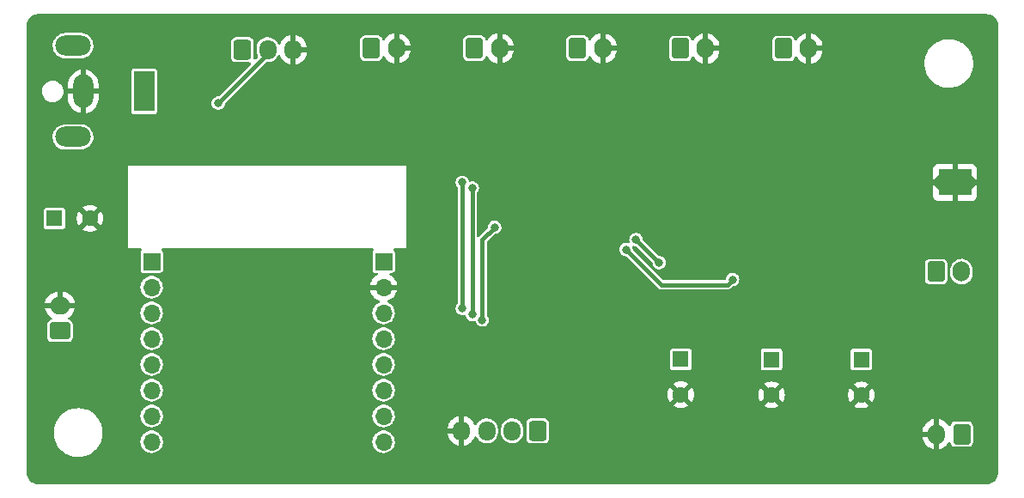
<source format=gbl>
%TF.GenerationSoftware,KiCad,Pcbnew,(6.0.9)*%
%TF.CreationDate,2022-12-23T09:31:32-06:00*%
%TF.ProjectId,CatFeeder,43617446-6565-4646-9572-2e6b69636164,rev?*%
%TF.SameCoordinates,Original*%
%TF.FileFunction,Copper,L2,Bot*%
%TF.FilePolarity,Positive*%
%FSLAX46Y46*%
G04 Gerber Fmt 4.6, Leading zero omitted, Abs format (unit mm)*
G04 Created by KiCad (PCBNEW (6.0.9)) date 2022-12-23 09:31:32*
%MOMM*%
%LPD*%
G01*
G04 APERTURE LIST*
G04 Aperture macros list*
%AMRoundRect*
0 Rectangle with rounded corners*
0 $1 Rounding radius*
0 $2 $3 $4 $5 $6 $7 $8 $9 X,Y pos of 4 corners*
0 Add a 4 corners polygon primitive as box body*
4,1,4,$2,$3,$4,$5,$6,$7,$8,$9,$2,$3,0*
0 Add four circle primitives for the rounded corners*
1,1,$1+$1,$2,$3*
1,1,$1+$1,$4,$5*
1,1,$1+$1,$6,$7*
1,1,$1+$1,$8,$9*
0 Add four rect primitives between the rounded corners*
20,1,$1+$1,$2,$3,$4,$5,0*
20,1,$1+$1,$4,$5,$6,$7,0*
20,1,$1+$1,$6,$7,$8,$9,0*
20,1,$1+$1,$8,$9,$2,$3,0*%
G04 Aperture macros list end*
%TA.AperFunction,ComponentPad*%
%ADD10RoundRect,0.250000X0.750000X-0.600000X0.750000X0.600000X-0.750000X0.600000X-0.750000X-0.600000X0*%
%TD*%
%TA.AperFunction,ComponentPad*%
%ADD11O,2.000000X1.700000*%
%TD*%
%TA.AperFunction,ComponentPad*%
%ADD12RoundRect,0.250000X0.600000X0.750000X-0.600000X0.750000X-0.600000X-0.750000X0.600000X-0.750000X0*%
%TD*%
%TA.AperFunction,ComponentPad*%
%ADD13O,1.700000X2.000000*%
%TD*%
%TA.AperFunction,ComponentPad*%
%ADD14R,1.600000X1.600000*%
%TD*%
%TA.AperFunction,ComponentPad*%
%ADD15C,1.600000*%
%TD*%
%TA.AperFunction,ComponentPad*%
%ADD16RoundRect,0.250000X-0.600000X-0.750000X0.600000X-0.750000X0.600000X0.750000X-0.600000X0.750000X0*%
%TD*%
%TA.AperFunction,ComponentPad*%
%ADD17R,1.700000X1.700000*%
%TD*%
%TA.AperFunction,ComponentPad*%
%ADD18O,1.700000X1.700000*%
%TD*%
%TA.AperFunction,ComponentPad*%
%ADD19C,0.630000*%
%TD*%
%TA.AperFunction,SMDPad,CuDef*%
%ADD20R,3.300000X2.600000*%
%TD*%
%TA.AperFunction,ComponentPad*%
%ADD21RoundRect,0.250000X-0.600000X-0.725000X0.600000X-0.725000X0.600000X0.725000X-0.600000X0.725000X0*%
%TD*%
%TA.AperFunction,ComponentPad*%
%ADD22O,1.700000X1.950000*%
%TD*%
%TA.AperFunction,ComponentPad*%
%ADD23RoundRect,0.250000X0.600000X0.725000X-0.600000X0.725000X-0.600000X-0.725000X0.600000X-0.725000X0*%
%TD*%
%TA.AperFunction,ComponentPad*%
%ADD24R,2.000000X4.000000*%
%TD*%
%TA.AperFunction,ComponentPad*%
%ADD25O,2.000000X3.300000*%
%TD*%
%TA.AperFunction,ComponentPad*%
%ADD26O,3.500000X2.000000*%
%TD*%
%TA.AperFunction,ViaPad*%
%ADD27C,0.800000*%
%TD*%
%TA.AperFunction,Conductor*%
%ADD28C,0.400000*%
%TD*%
G04 APERTURE END LIST*
D10*
%TO.P,J1,1,1*%
%TO.N,+5V*%
X101092000Y-99568000D03*
D11*
%TO.P,J1,2,2*%
%TO.N,GND*%
X101092000Y-97068000D03*
%TD*%
D12*
%TO.P,J8,1,1*%
%TO.N,+12V*%
X189972000Y-109745000D03*
D13*
%TO.P,J8,2,2*%
%TO.N,GND*%
X187472000Y-109745000D03*
%TD*%
D14*
%TO.P,C6,1*%
%TO.N,+12V*%
X171221400Y-102385749D03*
D15*
%TO.P,C6,2*%
%TO.N,GND*%
X171221400Y-105885749D03*
%TD*%
D16*
%TO.P,J13,1,1*%
%TO.N,+5V*%
X172395200Y-71721200D03*
D13*
%TO.P,J13,2,2*%
%TO.N,GND*%
X174895200Y-71721200D03*
%TD*%
D14*
%TO.P,C7,1*%
%TO.N,+12V*%
X180086000Y-102387400D03*
D15*
%TO.P,C7,2*%
%TO.N,GND*%
X180086000Y-105887400D03*
%TD*%
D16*
%TO.P,J9,1,1*%
%TO.N,+5V*%
X131775200Y-71704200D03*
D13*
%TO.P,J9,2,2*%
%TO.N,GND*%
X134275200Y-71704200D03*
%TD*%
D16*
%TO.P,J12,1,1*%
%TO.N,+5V*%
X162235200Y-71721200D03*
D13*
%TO.P,J12,2,2*%
%TO.N,GND*%
X164735200Y-71721200D03*
%TD*%
D16*
%TO.P,J2,1,1*%
%TO.N,/MtrOutA*%
X187452000Y-93726000D03*
D13*
%TO.P,J2,2,2*%
%TO.N,/MtrOutB*%
X189952000Y-93726000D03*
%TD*%
D17*
%TO.P,J6,1,Pin_1*%
%TO.N,+3.3V*%
X110134000Y-92725000D03*
D18*
%TO.P,J6,2,Pin_2*%
%TO.N,unconnected-(J6-Pad2)*%
X110134000Y-95265000D03*
%TO.P,J6,3,Pin_3*%
%TO.N,unconnected-(J6-Pad3)*%
X110134000Y-97805000D03*
%TO.P,J6,4,Pin_4*%
%TO.N,unconnected-(J6-Pad4)*%
X110134000Y-100345000D03*
%TO.P,J6,5,Pin_5*%
%TO.N,/DistEcho*%
X110134000Y-102885000D03*
%TO.P,J6,6,Pin_6*%
%TO.N,/DistTrig*%
X110134000Y-105425000D03*
%TO.P,J6,7,Pin_7*%
%TO.N,unconnected-(J6-Pad7)*%
X110134000Y-107965000D03*
%TO.P,J6,8,Pin_8*%
%TO.N,unconnected-(J6-Pad8)*%
X110134000Y-110505000D03*
%TD*%
D16*
%TO.P,J11,1,1*%
%TO.N,+5V*%
X152095200Y-71704200D03*
D13*
%TO.P,J11,2,2*%
%TO.N,GND*%
X154595200Y-71704200D03*
%TD*%
D19*
%TO.P,U3,9,GND*%
%TO.N,GND*%
X188006200Y-85578300D03*
X189306200Y-84278300D03*
X190606200Y-85578300D03*
X189306200Y-85578300D03*
D20*
X189306200Y-84928300D03*
D19*
X188006200Y-84278300D03*
X190606200Y-84278300D03*
%TD*%
D16*
%TO.P,J10,1,1*%
%TO.N,+5V*%
X141935200Y-71704200D03*
D13*
%TO.P,J10,2,2*%
%TO.N,GND*%
X144435200Y-71704200D03*
%TD*%
D14*
%TO.P,C9,1*%
%TO.N,+5V*%
X100556949Y-88468200D03*
D15*
%TO.P,C9,2*%
%TO.N,GND*%
X104056949Y-88468200D03*
%TD*%
D17*
%TO.P,J7,1,Pin_1*%
%TO.N,+5V*%
X132994000Y-92725000D03*
D18*
%TO.P,J7,2,Pin_2*%
%TO.N,GND*%
X132994000Y-95265000D03*
%TO.P,J7,3,Pin_3*%
%TO.N,/LEDCtrl*%
X132994000Y-97805000D03*
%TO.P,J7,4,Pin_4*%
%TO.N,/MtrCtrlB*%
X132994000Y-100345000D03*
%TO.P,J7,5,Pin_5*%
%TO.N,/MtrCtrlA*%
X132994000Y-102885000D03*
%TO.P,J7,6,Pin_6*%
%TO.N,/PwrCtrl*%
X132994000Y-105425000D03*
%TO.P,J7,7,Pin_7*%
%TO.N,unconnected-(J7-Pad7)*%
X132994000Y-107965000D03*
%TO.P,J7,8,Pin_8*%
%TO.N,unconnected-(J7-Pad8)*%
X132994000Y-110505000D03*
%TD*%
D21*
%TO.P,J3,1,1*%
%TO.N,+5V*%
X119075200Y-71848200D03*
D22*
%TO.P,J3,2,2*%
%TO.N,Net-(J3-Pad2)*%
X121575200Y-71848200D03*
%TO.P,J3,3,3*%
%TO.N,GND*%
X124075200Y-71848200D03*
%TD*%
D23*
%TO.P,J5,1,1*%
%TO.N,+5V*%
X148158200Y-109423200D03*
D22*
%TO.P,J5,2,2*%
%TO.N,/DistTrig*%
X145658200Y-109423200D03*
%TO.P,J5,3,3*%
%TO.N,/DistEcho*%
X143158200Y-109423200D03*
%TO.P,J5,4,4*%
%TO.N,GND*%
X140658200Y-109423200D03*
%TD*%
D24*
%TO.P,J4,1*%
%TO.N,+5V*%
X109386000Y-75946000D03*
D25*
%TO.P,J4,2*%
%TO.N,GND*%
X103386000Y-75946000D03*
D26*
%TO.P,J4,MP*%
%TO.N,N/C*%
X102386000Y-71446000D03*
X102386000Y-80446000D03*
%TD*%
D14*
%TO.P,C5,1*%
%TO.N,+5V*%
X162280600Y-102360349D03*
D15*
%TO.P,C5,2*%
%TO.N,GND*%
X162280600Y-105860349D03*
%TD*%
D27*
%TO.N,+5V*%
X160147000Y-92837000D03*
X157861000Y-90551000D03*
%TO.N,GND*%
X164846000Y-93980000D03*
%TO.N,Net-(J3-Pad2)*%
X116689500Y-77112500D03*
%TO.N,GND*%
X174244000Y-91948000D03*
X176530000Y-87630000D03*
X174244000Y-83312000D03*
X174244000Y-87630000D03*
X151384000Y-90424000D03*
X183489600Y-80645000D03*
X154686000Y-111252000D03*
X137541000Y-98298000D03*
X185470800Y-86258400D03*
X160020000Y-87630000D03*
X169799000Y-87503000D03*
X142697200Y-111125000D03*
X169799000Y-85344000D03*
X152527000Y-86360000D03*
X171958000Y-83312000D03*
X171831000Y-87503000D03*
X128168400Y-78409800D03*
X176530000Y-85471000D03*
X117856000Y-81534000D03*
X178943000Y-92989400D03*
X181737000Y-82499200D03*
X121335800Y-81356200D03*
X176530000Y-91948000D03*
X111785400Y-105791000D03*
X169799000Y-89916000D03*
X169799000Y-91948000D03*
X174244000Y-85471000D03*
X182600600Y-84089600D03*
X174244000Y-89916000D03*
X189966600Y-89805100D03*
X171831000Y-89916000D03*
X185312000Y-100851000D03*
X181584600Y-84089600D03*
X112776000Y-73406000D03*
X169799000Y-83312000D03*
X183159400Y-75285600D03*
X171958000Y-85344000D03*
X180568600Y-84089600D03*
X176530000Y-89916000D03*
X171831000Y-91948000D03*
X176530000Y-83312000D03*
X191236600Y-80026100D03*
%TO.N,+12V*%
X156891700Y-91545700D03*
X167386000Y-94513400D03*
%TO.N,/MtrCtrlB*%
X140741400Y-84912200D03*
X140741400Y-97358200D03*
%TO.N,/MtrCtrlA*%
X141732000Y-97967800D03*
X141732000Y-85496400D03*
%TO.N,/PwrCtrl*%
X142722600Y-98501200D03*
X143941800Y-89357200D03*
%TD*%
D28*
%TO.N,+5V*%
X160147000Y-92837000D02*
X157861000Y-90551000D01*
%TO.N,Net-(J3-Pad2)*%
X116689500Y-77112500D02*
X121575200Y-72226800D01*
X121575200Y-72226800D02*
X121575200Y-71848200D01*
%TO.N,+12V*%
X156891700Y-91545700D02*
X160361000Y-95015000D01*
X166884400Y-95015000D02*
X167386000Y-94513400D01*
X160361000Y-95015000D02*
X166884400Y-95015000D01*
%TO.N,/MtrCtrlB*%
X140741400Y-97358200D02*
X140741400Y-84912200D01*
%TO.N,/MtrCtrlA*%
X141732000Y-85496400D02*
X141732000Y-97967800D01*
%TO.N,/PwrCtrl*%
X142722600Y-90576400D02*
X143941800Y-89357200D01*
X142722600Y-98501200D02*
X142722600Y-90576400D01*
%TD*%
%TA.AperFunction,Conductor*%
%TO.N,GND*%
G36*
X192392103Y-68328921D02*
G01*
X192405000Y-68331486D01*
X192417171Y-68329065D01*
X192428812Y-68329065D01*
X192439793Y-68329544D01*
X192461991Y-68331486D01*
X192592415Y-68342897D01*
X192614036Y-68346709D01*
X192785113Y-68392549D01*
X192805749Y-68400060D01*
X192966263Y-68474909D01*
X192985283Y-68485891D01*
X193110904Y-68573851D01*
X193130355Y-68587471D01*
X193147180Y-68601589D01*
X193272411Y-68726820D01*
X193286529Y-68743645D01*
X193388109Y-68888717D01*
X193399091Y-68907737D01*
X193473940Y-69068251D01*
X193481451Y-69088887D01*
X193527291Y-69259964D01*
X193531104Y-69281588D01*
X193544456Y-69434207D01*
X193544935Y-69445188D01*
X193544935Y-69456829D01*
X193542514Y-69469000D01*
X193544935Y-69481170D01*
X193545079Y-69481894D01*
X193547500Y-69506476D01*
X193547501Y-113500525D01*
X193545080Y-113525104D01*
X193542515Y-113538001D01*
X193544936Y-113550172D01*
X193544936Y-113561813D01*
X193544457Y-113572794D01*
X193531105Y-113725413D01*
X193527292Y-113747037D01*
X193520166Y-113773634D01*
X193481453Y-113918112D01*
X193473941Y-113938750D01*
X193399093Y-114099261D01*
X193388111Y-114118282D01*
X193286526Y-114263360D01*
X193272408Y-114280184D01*
X193147184Y-114405408D01*
X193130360Y-114419526D01*
X192985282Y-114521111D01*
X192966261Y-114532093D01*
X192805750Y-114606941D01*
X192785114Y-114614452D01*
X192614037Y-114660292D01*
X192592416Y-114664104D01*
X192479431Y-114673989D01*
X192439794Y-114677457D01*
X192428813Y-114677936D01*
X192417172Y-114677936D01*
X192405001Y-114675515D01*
X192392104Y-114678080D01*
X192367525Y-114680501D01*
X98970475Y-114680501D01*
X98945896Y-114678080D01*
X98932999Y-114675515D01*
X98920828Y-114677936D01*
X98909187Y-114677936D01*
X98898206Y-114677457D01*
X98858569Y-114673989D01*
X98745584Y-114664104D01*
X98723963Y-114660292D01*
X98552886Y-114614452D01*
X98532250Y-114606941D01*
X98371739Y-114532093D01*
X98352718Y-114521111D01*
X98207640Y-114419526D01*
X98190816Y-114405408D01*
X98065592Y-114280184D01*
X98051474Y-114263360D01*
X97949889Y-114118282D01*
X97938907Y-114099261D01*
X97864059Y-113938750D01*
X97856547Y-113918112D01*
X97817834Y-113773634D01*
X97810708Y-113747037D01*
X97806895Y-113725413D01*
X97793543Y-113572794D01*
X97793064Y-113561813D01*
X97793064Y-113550172D01*
X97795485Y-113538001D01*
X97792920Y-113525104D01*
X97790499Y-113500525D01*
X97790499Y-109500103D01*
X100488063Y-109500103D01*
X100488150Y-109504104D01*
X100488150Y-109504111D01*
X100493896Y-109767409D01*
X100494756Y-109806808D01*
X100540365Y-110110177D01*
X100541461Y-110114037D01*
X100541462Y-110114042D01*
X100580005Y-110249797D01*
X100624152Y-110405291D01*
X100744759Y-110687367D01*
X100900230Y-110951832D01*
X101088045Y-111194398D01*
X101090893Y-111197241D01*
X101264200Y-111370245D01*
X101305159Y-111411133D01*
X101308332Y-111413581D01*
X101528687Y-111583584D01*
X101548053Y-111598525D01*
X101551520Y-111600555D01*
X101551523Y-111600557D01*
X101731593Y-111705992D01*
X101812788Y-111753534D01*
X101816473Y-111755102D01*
X101816477Y-111755104D01*
X101989033Y-111828527D01*
X102095074Y-111873648D01*
X102221714Y-111909364D01*
X102386468Y-111955830D01*
X102386477Y-111955832D01*
X102390335Y-111956920D01*
X102526301Y-111977119D01*
X102690483Y-112001510D01*
X102690485Y-112001510D01*
X102693782Y-112002000D01*
X102697113Y-112002140D01*
X102697117Y-112002140D01*
X102733948Y-112003683D01*
X102777292Y-112005500D01*
X102972997Y-112005500D01*
X103097298Y-111997571D01*
X103197548Y-111991176D01*
X103197553Y-111991175D01*
X103201556Y-111990920D01*
X103205495Y-111990158D01*
X103498812Y-111933409D01*
X103498816Y-111933408D01*
X103502749Y-111932647D01*
X103681668Y-111873648D01*
X103790278Y-111837834D01*
X103790283Y-111837832D01*
X103794095Y-111836575D01*
X104070873Y-111704262D01*
X104132013Y-111664784D01*
X104325223Y-111540031D01*
X104325224Y-111540030D01*
X104328596Y-111537853D01*
X104351735Y-111518334D01*
X104560023Y-111342627D01*
X104563084Y-111340045D01*
X104732617Y-111155357D01*
X104767823Y-111117004D01*
X104767825Y-111117002D01*
X104770538Y-111114046D01*
X104772855Y-111110768D01*
X104945276Y-110866797D01*
X104945278Y-110866793D01*
X104947593Y-110863518D01*
X105039221Y-110690828D01*
X105089503Y-110596063D01*
X105089505Y-110596059D01*
X105091381Y-110592523D01*
X105135308Y-110475964D01*
X109025148Y-110475964D01*
X109038424Y-110678522D01*
X109039845Y-110684118D01*
X109039846Y-110684123D01*
X109084713Y-110860785D01*
X109088392Y-110875269D01*
X109090809Y-110880512D01*
X109142967Y-110993651D01*
X109173377Y-111059616D01*
X109176710Y-111064332D01*
X109280500Y-111211192D01*
X109290533Y-111225389D01*
X109435938Y-111367035D01*
X109604720Y-111479812D01*
X109610023Y-111482090D01*
X109610026Y-111482092D01*
X109785921Y-111557662D01*
X109791228Y-111559942D01*
X109864244Y-111576464D01*
X109983579Y-111603467D01*
X109983584Y-111603468D01*
X109989216Y-111604742D01*
X109994987Y-111604969D01*
X109994989Y-111604969D01*
X110054756Y-111607317D01*
X110192053Y-111612712D01*
X110306817Y-111596072D01*
X110387231Y-111584413D01*
X110387236Y-111584412D01*
X110392945Y-111583584D01*
X110398409Y-111581729D01*
X110398414Y-111581728D01*
X110579693Y-111520192D01*
X110579698Y-111520190D01*
X110585165Y-111518334D01*
X110762276Y-111419147D01*
X110768969Y-111413581D01*
X110913913Y-111293031D01*
X110918345Y-111289345D01*
X111026456Y-111159357D01*
X111044453Y-111137718D01*
X111044455Y-111137715D01*
X111048147Y-111133276D01*
X111147334Y-110956165D01*
X111149190Y-110950698D01*
X111149192Y-110950693D01*
X111210728Y-110769414D01*
X111210729Y-110769409D01*
X111212584Y-110763945D01*
X111213412Y-110758236D01*
X111213413Y-110758231D01*
X111230991Y-110636996D01*
X111241712Y-110563053D01*
X111243232Y-110505000D01*
X111240564Y-110475964D01*
X131885148Y-110475964D01*
X131898424Y-110678522D01*
X131899845Y-110684118D01*
X131899846Y-110684123D01*
X131944713Y-110860785D01*
X131948392Y-110875269D01*
X131950809Y-110880512D01*
X132002967Y-110993651D01*
X132033377Y-111059616D01*
X132036710Y-111064332D01*
X132140500Y-111211192D01*
X132150533Y-111225389D01*
X132295938Y-111367035D01*
X132464720Y-111479812D01*
X132470023Y-111482090D01*
X132470026Y-111482092D01*
X132645921Y-111557662D01*
X132651228Y-111559942D01*
X132724244Y-111576464D01*
X132843579Y-111603467D01*
X132843584Y-111603468D01*
X132849216Y-111604742D01*
X132854987Y-111604969D01*
X132854989Y-111604969D01*
X132914756Y-111607317D01*
X133052053Y-111612712D01*
X133166817Y-111596072D01*
X133247231Y-111584413D01*
X133247236Y-111584412D01*
X133252945Y-111583584D01*
X133258409Y-111581729D01*
X133258414Y-111581728D01*
X133439693Y-111520192D01*
X133439698Y-111520190D01*
X133445165Y-111518334D01*
X133622276Y-111419147D01*
X133628969Y-111413581D01*
X133773913Y-111293031D01*
X133778345Y-111289345D01*
X133886456Y-111159357D01*
X133904453Y-111137718D01*
X133904455Y-111137715D01*
X133908147Y-111133276D01*
X134007334Y-110956165D01*
X134009190Y-110950698D01*
X134009192Y-110950693D01*
X134070728Y-110769414D01*
X134070729Y-110769409D01*
X134072584Y-110763945D01*
X134073412Y-110758236D01*
X134073413Y-110758231D01*
X134090991Y-110636996D01*
X134101712Y-110563053D01*
X134103232Y-110505000D01*
X134085242Y-110309216D01*
X134085187Y-110308613D01*
X134085186Y-110308610D01*
X134084658Y-110302859D01*
X134083090Y-110297299D01*
X134031125Y-110113046D01*
X134031124Y-110113044D01*
X134029557Y-110107487D01*
X134018978Y-110086033D01*
X133942331Y-109930609D01*
X133939776Y-109925428D01*
X133818320Y-109762779D01*
X133743259Y-109693393D01*
X139307610Y-109693393D01*
X139314324Y-109772525D01*
X139316114Y-109782997D01*
X139371330Y-109995735D01*
X139374865Y-110005775D01*
X139465137Y-110206170D01*
X139470306Y-110215456D01*
X139593050Y-110397775D01*
X139599719Y-110406070D01*
X139751428Y-110565100D01*
X139759386Y-110572141D01*
X139935725Y-110703341D01*
X139944762Y-110708945D01*
X140140684Y-110808557D01*
X140150535Y-110812557D01*
X140360440Y-110877734D01*
X140370824Y-110880017D01*
X140386243Y-110882061D01*
X140400407Y-110879865D01*
X140404200Y-110866678D01*
X140404200Y-110864392D01*
X140912200Y-110864392D01*
X140916173Y-110877923D01*
X140926780Y-110879448D01*
X141044621Y-110854723D01*
X141054817Y-110851663D01*
X141259229Y-110770937D01*
X141268761Y-110766206D01*
X141456662Y-110652184D01*
X141465252Y-110645920D01*
X141631252Y-110501873D01*
X141638672Y-110494242D01*
X141778026Y-110324289D01*
X141784050Y-110315522D01*
X141892776Y-110124518D01*
X141897241Y-110114855D01*
X141927166Y-110032412D01*
X141969210Y-109975204D01*
X142035509Y-109949808D01*
X142105014Y-109964288D01*
X142157621Y-110017710D01*
X142224524Y-110147610D01*
X142228228Y-110152325D01*
X142351008Y-110308632D01*
X142351012Y-110308636D01*
X142354714Y-110313349D01*
X142359244Y-110317280D01*
X142359245Y-110317281D01*
X142509365Y-110447550D01*
X142509370Y-110447554D01*
X142513896Y-110451481D01*
X142696326Y-110557019D01*
X142895422Y-110626157D01*
X142901355Y-110627017D01*
X142901358Y-110627018D01*
X143098060Y-110655538D01*
X143098063Y-110655538D01*
X143104000Y-110656399D01*
X143314533Y-110646655D01*
X143320357Y-110645251D01*
X143320360Y-110645251D01*
X143513593Y-110598682D01*
X143513595Y-110598681D01*
X143519426Y-110597276D01*
X143524884Y-110594794D01*
X143524888Y-110594793D01*
X143667224Y-110530076D01*
X143711284Y-110510043D01*
X143866210Y-110400146D01*
X143878300Y-110391570D01*
X143878301Y-110391569D01*
X143883186Y-110388104D01*
X144028928Y-110235860D01*
X144085910Y-110147610D01*
X144140000Y-110063840D01*
X144140001Y-110063837D01*
X144143252Y-110058803D01*
X144222034Y-109863322D01*
X144262429Y-109656471D01*
X144262700Y-109650930D01*
X144262700Y-109600859D01*
X144553700Y-109600859D01*
X144568693Y-109758006D01*
X144570383Y-109763766D01*
X144570383Y-109763767D01*
X144583010Y-109806808D01*
X144628023Y-109960242D01*
X144630773Y-109965581D01*
X144715350Y-110129797D01*
X144724524Y-110147610D01*
X144728228Y-110152325D01*
X144851008Y-110308632D01*
X144851012Y-110308636D01*
X144854714Y-110313349D01*
X144859244Y-110317280D01*
X144859245Y-110317281D01*
X145009365Y-110447550D01*
X145009370Y-110447554D01*
X145013896Y-110451481D01*
X145196326Y-110557019D01*
X145395422Y-110626157D01*
X145401355Y-110627017D01*
X145401358Y-110627018D01*
X145598060Y-110655538D01*
X145598063Y-110655538D01*
X145604000Y-110656399D01*
X145814533Y-110646655D01*
X145820357Y-110645251D01*
X145820360Y-110645251D01*
X146013593Y-110598682D01*
X146013595Y-110598681D01*
X146019426Y-110597276D01*
X146024884Y-110594794D01*
X146024888Y-110594793D01*
X146167224Y-110530076D01*
X146211284Y-110510043D01*
X146366210Y-110400146D01*
X146378300Y-110391570D01*
X146378301Y-110391569D01*
X146383186Y-110388104D01*
X146528928Y-110235860D01*
X146554694Y-110195956D01*
X147053700Y-110195956D01*
X147060402Y-110257648D01*
X147063174Y-110265041D01*
X147063174Y-110265043D01*
X147066674Y-110274378D01*
X147111129Y-110392964D01*
X147116509Y-110400143D01*
X147116511Y-110400146D01*
X147154985Y-110451481D01*
X147197796Y-110508604D01*
X147204976Y-110513985D01*
X147306254Y-110589889D01*
X147306257Y-110589891D01*
X147313436Y-110595271D01*
X147398122Y-110627018D01*
X147441357Y-110643226D01*
X147441359Y-110643226D01*
X147448752Y-110645998D01*
X147456602Y-110646851D01*
X147456603Y-110646851D01*
X147457349Y-110646932D01*
X147510444Y-110652700D01*
X148805956Y-110652700D01*
X148859051Y-110646932D01*
X148859797Y-110646851D01*
X148859798Y-110646851D01*
X148867648Y-110645998D01*
X148875041Y-110643226D01*
X148875043Y-110643226D01*
X148918278Y-110627018D01*
X149002964Y-110595271D01*
X149010143Y-110589891D01*
X149010146Y-110589889D01*
X149111424Y-110513985D01*
X149118604Y-110508604D01*
X149161415Y-110451481D01*
X149199889Y-110400146D01*
X149199891Y-110400143D01*
X149205271Y-110392964D01*
X149249726Y-110274378D01*
X149253226Y-110265043D01*
X149253226Y-110265041D01*
X149255998Y-110257648D01*
X149262700Y-110195956D01*
X149262700Y-110015193D01*
X186119289Y-110015193D01*
X186128124Y-110119325D01*
X186129914Y-110129797D01*
X186185130Y-110342535D01*
X186188665Y-110352575D01*
X186278937Y-110552970D01*
X186284106Y-110562256D01*
X186406850Y-110744575D01*
X186413519Y-110752870D01*
X186565228Y-110911900D01*
X186573186Y-110918941D01*
X186749525Y-111050141D01*
X186758562Y-111055745D01*
X186954484Y-111155357D01*
X186964335Y-111159357D01*
X187174240Y-111224534D01*
X187184624Y-111226817D01*
X187200043Y-111228861D01*
X187214207Y-111226665D01*
X187218000Y-111213478D01*
X187218000Y-111211192D01*
X187726000Y-111211192D01*
X187729973Y-111224723D01*
X187740580Y-111226248D01*
X187858421Y-111201523D01*
X187868617Y-111198463D01*
X188073029Y-111117737D01*
X188082561Y-111113006D01*
X188270462Y-110998984D01*
X188279052Y-110992720D01*
X188445052Y-110848673D01*
X188452472Y-110841042D01*
X188591826Y-110671089D01*
X188597848Y-110662326D01*
X188645061Y-110579383D01*
X188696144Y-110530076D01*
X188765774Y-110516214D01*
X188831845Y-110542197D01*
X188873380Y-110599776D01*
X188873878Y-110601468D01*
X188874202Y-110604448D01*
X188924929Y-110739764D01*
X188930309Y-110746943D01*
X188930311Y-110746946D01*
X188976486Y-110808557D01*
X189011596Y-110855404D01*
X189032023Y-110870713D01*
X189120054Y-110936689D01*
X189120057Y-110936691D01*
X189127236Y-110942071D01*
X189178285Y-110961208D01*
X189255157Y-110990026D01*
X189255159Y-110990026D01*
X189262552Y-110992798D01*
X189270402Y-110993651D01*
X189270403Y-110993651D01*
X189319494Y-110998984D01*
X189324244Y-110999500D01*
X190619756Y-110999500D01*
X190624506Y-110998984D01*
X190673597Y-110993651D01*
X190673598Y-110993651D01*
X190681448Y-110992798D01*
X190688841Y-110990026D01*
X190688843Y-110990026D01*
X190765715Y-110961208D01*
X190816764Y-110942071D01*
X190823943Y-110936691D01*
X190823946Y-110936689D01*
X190911977Y-110870713D01*
X190932404Y-110855404D01*
X190967514Y-110808557D01*
X191013689Y-110746946D01*
X191013691Y-110746943D01*
X191019071Y-110739764D01*
X191069798Y-110604448D01*
X191071094Y-110592523D01*
X191076131Y-110546153D01*
X191076131Y-110546152D01*
X191076500Y-110542756D01*
X191076500Y-108947244D01*
X191069798Y-108885552D01*
X191019071Y-108750236D01*
X191013691Y-108743057D01*
X191013689Y-108743054D01*
X190937785Y-108641776D01*
X190932404Y-108634596D01*
X190898888Y-108609477D01*
X190823946Y-108553311D01*
X190823943Y-108553309D01*
X190816764Y-108547929D01*
X190727046Y-108514296D01*
X190688843Y-108499974D01*
X190688841Y-108499974D01*
X190681448Y-108497202D01*
X190673598Y-108496349D01*
X190673597Y-108496349D01*
X190623153Y-108490869D01*
X190623152Y-108490869D01*
X190619756Y-108490500D01*
X189324244Y-108490500D01*
X189320848Y-108490869D01*
X189320847Y-108490869D01*
X189270403Y-108496349D01*
X189270402Y-108496349D01*
X189262552Y-108497202D01*
X189255159Y-108499974D01*
X189255157Y-108499974D01*
X189216954Y-108514296D01*
X189127236Y-108547929D01*
X189120057Y-108553309D01*
X189120054Y-108553311D01*
X189045112Y-108609477D01*
X189011596Y-108634596D01*
X189006215Y-108641776D01*
X188930311Y-108743054D01*
X188930309Y-108743057D01*
X188924929Y-108750236D01*
X188874202Y-108885552D01*
X188871680Y-108884607D01*
X188842915Y-108934974D01*
X188779964Y-108967803D01*
X188709258Y-108961386D01*
X188651018Y-108914560D01*
X188537150Y-108745425D01*
X188530481Y-108737130D01*
X188378772Y-108578100D01*
X188370814Y-108571059D01*
X188194475Y-108439859D01*
X188185438Y-108434255D01*
X187989516Y-108334643D01*
X187979665Y-108330643D01*
X187769760Y-108265466D01*
X187759376Y-108263183D01*
X187743957Y-108261139D01*
X187729793Y-108263335D01*
X187726000Y-108276522D01*
X187726000Y-111211192D01*
X187218000Y-111211192D01*
X187218000Y-110017115D01*
X187213525Y-110001876D01*
X187212135Y-110000671D01*
X187204452Y-109999000D01*
X186136030Y-109999000D01*
X186121352Y-110003310D01*
X186119289Y-110015193D01*
X149262700Y-110015193D01*
X149262700Y-109475376D01*
X186114732Y-109475376D01*
X186118475Y-109488124D01*
X186119865Y-109489329D01*
X186127548Y-109491000D01*
X187199885Y-109491000D01*
X187215124Y-109486525D01*
X187216329Y-109485135D01*
X187218000Y-109477452D01*
X187218000Y-108278808D01*
X187214027Y-108265277D01*
X187203420Y-108263752D01*
X187085579Y-108288477D01*
X187075383Y-108291537D01*
X186870971Y-108372263D01*
X186861439Y-108376994D01*
X186673538Y-108491016D01*
X186664948Y-108497280D01*
X186498948Y-108641327D01*
X186491528Y-108648958D01*
X186352174Y-108818911D01*
X186346150Y-108827678D01*
X186237424Y-109018682D01*
X186232959Y-109028346D01*
X186157969Y-109234941D01*
X186155198Y-109245208D01*
X186115877Y-109462655D01*
X186114944Y-109470884D01*
X186114732Y-109475376D01*
X149262700Y-109475376D01*
X149262700Y-108650444D01*
X149258365Y-108610540D01*
X149256851Y-108596603D01*
X149256851Y-108596602D01*
X149255998Y-108588752D01*
X149205271Y-108453436D01*
X149199891Y-108446257D01*
X149199889Y-108446254D01*
X149123985Y-108344976D01*
X149118604Y-108337796D01*
X149058015Y-108292387D01*
X149010146Y-108256511D01*
X149010143Y-108256509D01*
X149002964Y-108251129D01*
X148913246Y-108217496D01*
X148875043Y-108203174D01*
X148875041Y-108203174D01*
X148867648Y-108200402D01*
X148859798Y-108199549D01*
X148859797Y-108199549D01*
X148809353Y-108194069D01*
X148809352Y-108194069D01*
X148805956Y-108193700D01*
X147510444Y-108193700D01*
X147507048Y-108194069D01*
X147507047Y-108194069D01*
X147456603Y-108199549D01*
X147456602Y-108199549D01*
X147448752Y-108200402D01*
X147441359Y-108203174D01*
X147441357Y-108203174D01*
X147403154Y-108217496D01*
X147313436Y-108251129D01*
X147306257Y-108256509D01*
X147306254Y-108256511D01*
X147258385Y-108292387D01*
X147197796Y-108337796D01*
X147192415Y-108344976D01*
X147116511Y-108446254D01*
X147116509Y-108446257D01*
X147111129Y-108453436D01*
X147060402Y-108588752D01*
X147059549Y-108596602D01*
X147059549Y-108596603D01*
X147058035Y-108610540D01*
X147053700Y-108650444D01*
X147053700Y-110195956D01*
X146554694Y-110195956D01*
X146585910Y-110147610D01*
X146640000Y-110063840D01*
X146640001Y-110063837D01*
X146643252Y-110058803D01*
X146722034Y-109863322D01*
X146762429Y-109656471D01*
X146762700Y-109650930D01*
X146762700Y-109245541D01*
X146747707Y-109088394D01*
X146704118Y-108939812D01*
X146690068Y-108891922D01*
X146688377Y-108886158D01*
X146637615Y-108787597D01*
X146594622Y-108704121D01*
X146594620Y-108704118D01*
X146591876Y-108698790D01*
X146521720Y-108609477D01*
X146465392Y-108537768D01*
X146465388Y-108537764D01*
X146461686Y-108533051D01*
X146457155Y-108529119D01*
X146307035Y-108398850D01*
X146307030Y-108398846D01*
X146302504Y-108394919D01*
X146120074Y-108289381D01*
X145920978Y-108220243D01*
X145915045Y-108219383D01*
X145915042Y-108219382D01*
X145718340Y-108190862D01*
X145718337Y-108190862D01*
X145712400Y-108190001D01*
X145501867Y-108199745D01*
X145496043Y-108201149D01*
X145496040Y-108201149D01*
X145302807Y-108247718D01*
X145302805Y-108247719D01*
X145296974Y-108249124D01*
X145291516Y-108251606D01*
X145291512Y-108251607D01*
X145226207Y-108281300D01*
X145105116Y-108336357D01*
X145026794Y-108391915D01*
X144946848Y-108448625D01*
X144933214Y-108458296D01*
X144787472Y-108610540D01*
X144784221Y-108615575D01*
X144697272Y-108750236D01*
X144673148Y-108787597D01*
X144594366Y-108983078D01*
X144573799Y-109088394D01*
X144558915Y-109164614D01*
X144553971Y-109189929D01*
X144553700Y-109195470D01*
X144553700Y-109600859D01*
X144262700Y-109600859D01*
X144262700Y-109245541D01*
X144247707Y-109088394D01*
X144204118Y-108939812D01*
X144190068Y-108891922D01*
X144188377Y-108886158D01*
X144137615Y-108787597D01*
X144094622Y-108704121D01*
X144094620Y-108704118D01*
X144091876Y-108698790D01*
X144021720Y-108609477D01*
X143965392Y-108537768D01*
X143965388Y-108537764D01*
X143961686Y-108533051D01*
X143957155Y-108529119D01*
X143807035Y-108398850D01*
X143807030Y-108398846D01*
X143802504Y-108394919D01*
X143620074Y-108289381D01*
X143420978Y-108220243D01*
X143415045Y-108219383D01*
X143415042Y-108219382D01*
X143218340Y-108190862D01*
X143218337Y-108190862D01*
X143212400Y-108190001D01*
X143001867Y-108199745D01*
X142996043Y-108201149D01*
X142996040Y-108201149D01*
X142802807Y-108247718D01*
X142802805Y-108247719D01*
X142796974Y-108249124D01*
X142791516Y-108251606D01*
X142791512Y-108251607D01*
X142726207Y-108281300D01*
X142605116Y-108336357D01*
X142526794Y-108391915D01*
X142446848Y-108448625D01*
X142433214Y-108458296D01*
X142287472Y-108610540D01*
X142284221Y-108615575D01*
X142197272Y-108750236D01*
X142173148Y-108787597D01*
X142170905Y-108793163D01*
X142162920Y-108812974D01*
X142118904Y-108868679D01*
X142051758Y-108891744D01*
X141982802Y-108874846D01*
X141931173Y-108817624D01*
X141851263Y-108640230D01*
X141846094Y-108630944D01*
X141723350Y-108448625D01*
X141716681Y-108440330D01*
X141564972Y-108281300D01*
X141557014Y-108274259D01*
X141380675Y-108143059D01*
X141371638Y-108137455D01*
X141175716Y-108037843D01*
X141165865Y-108033843D01*
X140955960Y-107968666D01*
X140945576Y-107966383D01*
X140930157Y-107964339D01*
X140915993Y-107966535D01*
X140912200Y-107979722D01*
X140912200Y-110864392D01*
X140404200Y-110864392D01*
X140404200Y-109695315D01*
X140399725Y-109680076D01*
X140398335Y-109678871D01*
X140390652Y-109677200D01*
X139324351Y-109677200D01*
X139309673Y-109681510D01*
X139307610Y-109693393D01*
X133743259Y-109693393D01*
X133727549Y-109678871D01*
X133673503Y-109628911D01*
X133669258Y-109624987D01*
X133664375Y-109621906D01*
X133664371Y-109621903D01*
X133502464Y-109519748D01*
X133497581Y-109516667D01*
X133309039Y-109441446D01*
X133303379Y-109440320D01*
X133303375Y-109440319D01*
X133115613Y-109402971D01*
X133115610Y-109402971D01*
X133109946Y-109401844D01*
X133104171Y-109401768D01*
X133104167Y-109401768D01*
X133002793Y-109400441D01*
X132906971Y-109399187D01*
X132901274Y-109400166D01*
X132901273Y-109400166D01*
X132712607Y-109432585D01*
X132706910Y-109433564D01*
X132516463Y-109503824D01*
X132342010Y-109607612D01*
X132337670Y-109611418D01*
X132337666Y-109611421D01*
X132262660Y-109677200D01*
X132189392Y-109741455D01*
X132063720Y-109900869D01*
X132061031Y-109905980D01*
X132061029Y-109905983D01*
X132048073Y-109930609D01*
X131969203Y-110080515D01*
X131909007Y-110274378D01*
X131885148Y-110475964D01*
X111240564Y-110475964D01*
X111225242Y-110309216D01*
X111225187Y-110308613D01*
X111225186Y-110308610D01*
X111224658Y-110302859D01*
X111223090Y-110297299D01*
X111171125Y-110113046D01*
X111171124Y-110113044D01*
X111169557Y-110107487D01*
X111158978Y-110086033D01*
X111082331Y-109930609D01*
X111079776Y-109925428D01*
X110958320Y-109762779D01*
X110867549Y-109678871D01*
X110813503Y-109628911D01*
X110809258Y-109624987D01*
X110804375Y-109621906D01*
X110804371Y-109621903D01*
X110642464Y-109519748D01*
X110637581Y-109516667D01*
X110449039Y-109441446D01*
X110443379Y-109440320D01*
X110443375Y-109440319D01*
X110255613Y-109402971D01*
X110255610Y-109402971D01*
X110249946Y-109401844D01*
X110244171Y-109401768D01*
X110244167Y-109401768D01*
X110142793Y-109400441D01*
X110046971Y-109399187D01*
X110041274Y-109400166D01*
X110041273Y-109400166D01*
X109852607Y-109432585D01*
X109846910Y-109433564D01*
X109656463Y-109503824D01*
X109482010Y-109607612D01*
X109477670Y-109611418D01*
X109477666Y-109611421D01*
X109402660Y-109677200D01*
X109329392Y-109741455D01*
X109203720Y-109900869D01*
X109201031Y-109905980D01*
X109201029Y-109905983D01*
X109188073Y-109930609D01*
X109109203Y-110080515D01*
X109049007Y-110274378D01*
X109025148Y-110475964D01*
X105135308Y-110475964D01*
X105199568Y-110305455D01*
X105245910Y-110110177D01*
X105269474Y-110010883D01*
X105269475Y-110010878D01*
X105270403Y-110006967D01*
X105302737Y-109701897D01*
X105302594Y-109695315D01*
X105296132Y-109399209D01*
X105296132Y-109399204D01*
X105296044Y-109395192D01*
X105259388Y-109151374D01*
X139304696Y-109151374D01*
X139306115Y-109164614D01*
X139320750Y-109169200D01*
X140386085Y-109169200D01*
X140401324Y-109164725D01*
X140402529Y-109163335D01*
X140404200Y-109155652D01*
X140404200Y-107982008D01*
X140400227Y-107968477D01*
X140389620Y-107966952D01*
X140271779Y-107991677D01*
X140261583Y-107994737D01*
X140057171Y-108075463D01*
X140047639Y-108080194D01*
X139859738Y-108194216D01*
X139851148Y-108200480D01*
X139685148Y-108344527D01*
X139677728Y-108352158D01*
X139538374Y-108522111D01*
X139532350Y-108530878D01*
X139423624Y-108721882D01*
X139419159Y-108731546D01*
X139344169Y-108938141D01*
X139341398Y-108948408D01*
X139304696Y-109151374D01*
X105259388Y-109151374D01*
X105250435Y-109091823D01*
X105242747Y-109064742D01*
X105205903Y-108934974D01*
X105166648Y-108796709D01*
X105046041Y-108514633D01*
X104890570Y-108250168D01*
X104702755Y-108007602D01*
X104630992Y-107935964D01*
X109025148Y-107935964D01*
X109038424Y-108138522D01*
X109039845Y-108144118D01*
X109039846Y-108144123D01*
X109074685Y-108281300D01*
X109088392Y-108335269D01*
X109090809Y-108340512D01*
X109128010Y-108421208D01*
X109173377Y-108519616D01*
X109191160Y-108544779D01*
X109259711Y-108641776D01*
X109290533Y-108685389D01*
X109294675Y-108689424D01*
X109304290Y-108698790D01*
X109435938Y-108827035D01*
X109604720Y-108939812D01*
X109610023Y-108942090D01*
X109610026Y-108942092D01*
X109785921Y-109017662D01*
X109791228Y-109019942D01*
X109864244Y-109036464D01*
X109983579Y-109063467D01*
X109983584Y-109063468D01*
X109989216Y-109064742D01*
X109994987Y-109064969D01*
X109994989Y-109064969D01*
X110054756Y-109067317D01*
X110192053Y-109072712D01*
X110292499Y-109058148D01*
X110387231Y-109044413D01*
X110387236Y-109044412D01*
X110392945Y-109043584D01*
X110398409Y-109041729D01*
X110398414Y-109041728D01*
X110579693Y-108980192D01*
X110579698Y-108980190D01*
X110585165Y-108978334D01*
X110603970Y-108967803D01*
X110662590Y-108934974D01*
X110762276Y-108879147D01*
X110767448Y-108874846D01*
X110913913Y-108753031D01*
X110918345Y-108749345D01*
X111000601Y-108650444D01*
X111044453Y-108597718D01*
X111044455Y-108597715D01*
X111048147Y-108593276D01*
X111121755Y-108461840D01*
X111144510Y-108421208D01*
X111144511Y-108421206D01*
X111147334Y-108416165D01*
X111149190Y-108410698D01*
X111149192Y-108410693D01*
X111210728Y-108229414D01*
X111210729Y-108229409D01*
X111212584Y-108223945D01*
X111213412Y-108218236D01*
X111213413Y-108218231D01*
X111234113Y-108075463D01*
X111241712Y-108023053D01*
X111243232Y-107965000D01*
X111240564Y-107935964D01*
X131885148Y-107935964D01*
X131898424Y-108138522D01*
X131899845Y-108144118D01*
X131899846Y-108144123D01*
X131934685Y-108281300D01*
X131948392Y-108335269D01*
X131950809Y-108340512D01*
X131988010Y-108421208D01*
X132033377Y-108519616D01*
X132051160Y-108544779D01*
X132119711Y-108641776D01*
X132150533Y-108685389D01*
X132154675Y-108689424D01*
X132164290Y-108698790D01*
X132295938Y-108827035D01*
X132464720Y-108939812D01*
X132470023Y-108942090D01*
X132470026Y-108942092D01*
X132645921Y-109017662D01*
X132651228Y-109019942D01*
X132724244Y-109036464D01*
X132843579Y-109063467D01*
X132843584Y-109063468D01*
X132849216Y-109064742D01*
X132854987Y-109064969D01*
X132854989Y-109064969D01*
X132914756Y-109067317D01*
X133052053Y-109072712D01*
X133152499Y-109058148D01*
X133247231Y-109044413D01*
X133247236Y-109044412D01*
X133252945Y-109043584D01*
X133258409Y-109041729D01*
X133258414Y-109041728D01*
X133439693Y-108980192D01*
X133439698Y-108980190D01*
X133445165Y-108978334D01*
X133463970Y-108967803D01*
X133522590Y-108934974D01*
X133622276Y-108879147D01*
X133627448Y-108874846D01*
X133773913Y-108753031D01*
X133778345Y-108749345D01*
X133860601Y-108650444D01*
X133904453Y-108597718D01*
X133904455Y-108597715D01*
X133908147Y-108593276D01*
X133981755Y-108461840D01*
X134004510Y-108421208D01*
X134004511Y-108421206D01*
X134007334Y-108416165D01*
X134009190Y-108410698D01*
X134009192Y-108410693D01*
X134070728Y-108229414D01*
X134070729Y-108229409D01*
X134072584Y-108223945D01*
X134073412Y-108218236D01*
X134073413Y-108218231D01*
X134094113Y-108075463D01*
X134101712Y-108023053D01*
X134103232Y-107965000D01*
X134084658Y-107762859D01*
X134083090Y-107757299D01*
X134031125Y-107573046D01*
X134031124Y-107573044D01*
X134029557Y-107567487D01*
X134018978Y-107546033D01*
X133942331Y-107390609D01*
X133939776Y-107385428D01*
X133818320Y-107222779D01*
X133669258Y-107084987D01*
X133664375Y-107081906D01*
X133664371Y-107081903D01*
X133502464Y-106979748D01*
X133497581Y-106976667D01*
X133421744Y-106946411D01*
X161559093Y-106946411D01*
X161568389Y-106958426D01*
X161619594Y-106994280D01*
X161629089Y-106999763D01*
X161826547Y-107091839D01*
X161836839Y-107095585D01*
X162047288Y-107151974D01*
X162058081Y-107153877D01*
X162275125Y-107172866D01*
X162286075Y-107172866D01*
X162503119Y-107153877D01*
X162513912Y-107151974D01*
X162724361Y-107095585D01*
X162734653Y-107091839D01*
X162932111Y-106999763D01*
X162941606Y-106994280D01*
X162973695Y-106971811D01*
X170499893Y-106971811D01*
X170509189Y-106983826D01*
X170560394Y-107019680D01*
X170569889Y-107025163D01*
X170767347Y-107117239D01*
X170777639Y-107120985D01*
X170988088Y-107177374D01*
X170998881Y-107179277D01*
X171215925Y-107198266D01*
X171226875Y-107198266D01*
X171443919Y-107179277D01*
X171454712Y-107177374D01*
X171665161Y-107120985D01*
X171675453Y-107117239D01*
X171872911Y-107025163D01*
X171882406Y-107019680D01*
X171934448Y-106983240D01*
X171942264Y-106973462D01*
X179364493Y-106973462D01*
X179373789Y-106985477D01*
X179424994Y-107021331D01*
X179434489Y-107026814D01*
X179631947Y-107118890D01*
X179642239Y-107122636D01*
X179852688Y-107179025D01*
X179863481Y-107180928D01*
X180080525Y-107199917D01*
X180091475Y-107199917D01*
X180308519Y-107180928D01*
X180319312Y-107179025D01*
X180529761Y-107122636D01*
X180540053Y-107118890D01*
X180737511Y-107026814D01*
X180747006Y-107021331D01*
X180799048Y-106984891D01*
X180807424Y-106974412D01*
X180800356Y-106960966D01*
X180098812Y-106259422D01*
X180084868Y-106251808D01*
X180083035Y-106251939D01*
X180076420Y-106256190D01*
X179370923Y-106961687D01*
X179364493Y-106973462D01*
X171942264Y-106973462D01*
X171942824Y-106972761D01*
X171935756Y-106959315D01*
X171234212Y-106257771D01*
X171220268Y-106250157D01*
X171218435Y-106250288D01*
X171211820Y-106254539D01*
X170506323Y-106960036D01*
X170499893Y-106971811D01*
X162973695Y-106971811D01*
X162993648Y-106957840D01*
X163002024Y-106947361D01*
X162994956Y-106933915D01*
X162293412Y-106232371D01*
X162279468Y-106224757D01*
X162277635Y-106224888D01*
X162271020Y-106229139D01*
X161565523Y-106934636D01*
X161559093Y-106946411D01*
X133421744Y-106946411D01*
X133309039Y-106901446D01*
X133303379Y-106900320D01*
X133303375Y-106900319D01*
X133115613Y-106862971D01*
X133115610Y-106862971D01*
X133109946Y-106861844D01*
X133104171Y-106861768D01*
X133104167Y-106861768D01*
X133002793Y-106860441D01*
X132906971Y-106859187D01*
X132901274Y-106860166D01*
X132901273Y-106860166D01*
X132712607Y-106892585D01*
X132706910Y-106893564D01*
X132516463Y-106963824D01*
X132342010Y-107067612D01*
X132337670Y-107071418D01*
X132337666Y-107071421D01*
X132281150Y-107120985D01*
X132189392Y-107201455D01*
X132185817Y-107205990D01*
X132185816Y-107205991D01*
X132175675Y-107218855D01*
X132063720Y-107360869D01*
X132061031Y-107365980D01*
X132061029Y-107365983D01*
X132048073Y-107390609D01*
X131969203Y-107540515D01*
X131909007Y-107734378D01*
X131885148Y-107935964D01*
X111240564Y-107935964D01*
X111224658Y-107762859D01*
X111223090Y-107757299D01*
X111171125Y-107573046D01*
X111171124Y-107573044D01*
X111169557Y-107567487D01*
X111158978Y-107546033D01*
X111082331Y-107390609D01*
X111079776Y-107385428D01*
X110958320Y-107222779D01*
X110809258Y-107084987D01*
X110804375Y-107081906D01*
X110804371Y-107081903D01*
X110642464Y-106979748D01*
X110637581Y-106976667D01*
X110449039Y-106901446D01*
X110443379Y-106900320D01*
X110443375Y-106900319D01*
X110255613Y-106862971D01*
X110255610Y-106862971D01*
X110249946Y-106861844D01*
X110244171Y-106861768D01*
X110244167Y-106861768D01*
X110142793Y-106860441D01*
X110046971Y-106859187D01*
X110041274Y-106860166D01*
X110041273Y-106860166D01*
X109852607Y-106892585D01*
X109846910Y-106893564D01*
X109656463Y-106963824D01*
X109482010Y-107067612D01*
X109477670Y-107071418D01*
X109477666Y-107071421D01*
X109421150Y-107120985D01*
X109329392Y-107201455D01*
X109325817Y-107205990D01*
X109325816Y-107205991D01*
X109315675Y-107218855D01*
X109203720Y-107360869D01*
X109201031Y-107365980D01*
X109201029Y-107365983D01*
X109188073Y-107390609D01*
X109109203Y-107540515D01*
X109049007Y-107734378D01*
X109025148Y-107935964D01*
X104630992Y-107935964D01*
X104485641Y-107790867D01*
X104242747Y-107603475D01*
X104239277Y-107601443D01*
X103981476Y-107450494D01*
X103981473Y-107450492D01*
X103978012Y-107448466D01*
X103974327Y-107446898D01*
X103974323Y-107446896D01*
X103786928Y-107367159D01*
X103695726Y-107328352D01*
X103569086Y-107292636D01*
X103404332Y-107246170D01*
X103404323Y-107246168D01*
X103400465Y-107245080D01*
X103169878Y-107210824D01*
X103100317Y-107200490D01*
X103100315Y-107200490D01*
X103097018Y-107200000D01*
X103093687Y-107199860D01*
X103093683Y-107199860D01*
X103055645Y-107198266D01*
X103013508Y-107196500D01*
X102817803Y-107196500D01*
X102693502Y-107204429D01*
X102593252Y-107210824D01*
X102593247Y-107210825D01*
X102589244Y-107211080D01*
X102585306Y-107211842D01*
X102585305Y-107211842D01*
X102291988Y-107268591D01*
X102291984Y-107268592D01*
X102288051Y-107269353D01*
X102149537Y-107315028D01*
X102000522Y-107364166D01*
X102000517Y-107364168D01*
X101996705Y-107365425D01*
X101719927Y-107497738D01*
X101462204Y-107664147D01*
X101227716Y-107861955D01*
X101020262Y-108087954D01*
X101017948Y-108091229D01*
X101017945Y-108091232D01*
X100847495Y-108332415D01*
X100843207Y-108338482D01*
X100801989Y-108416165D01*
X100710416Y-108588752D01*
X100699419Y-108609477D01*
X100591232Y-108896545D01*
X100590303Y-108900460D01*
X100529743Y-109155652D01*
X100520397Y-109195033D01*
X100488063Y-109500103D01*
X97790499Y-109500103D01*
X97790500Y-105395964D01*
X109025148Y-105395964D01*
X109038424Y-105598522D01*
X109039845Y-105604118D01*
X109039846Y-105604123D01*
X109060119Y-105683945D01*
X109088392Y-105795269D01*
X109090809Y-105800512D01*
X109125687Y-105876169D01*
X109173377Y-105979616D01*
X109176710Y-105984332D01*
X109264299Y-106108268D01*
X109290533Y-106145389D01*
X109435938Y-106287035D01*
X109604720Y-106399812D01*
X109610023Y-106402090D01*
X109610026Y-106402092D01*
X109698707Y-106440192D01*
X109791228Y-106479942D01*
X109864244Y-106496464D01*
X109983579Y-106523467D01*
X109983584Y-106523468D01*
X109989216Y-106524742D01*
X109994987Y-106524969D01*
X109994989Y-106524969D01*
X110054756Y-106527317D01*
X110192053Y-106532712D01*
X110292499Y-106518148D01*
X110387231Y-106504413D01*
X110387236Y-106504412D01*
X110392945Y-106503584D01*
X110398409Y-106501729D01*
X110398414Y-106501728D01*
X110579693Y-106440192D01*
X110579698Y-106440190D01*
X110585165Y-106438334D01*
X110762276Y-106339147D01*
X110771879Y-106331161D01*
X110913913Y-106213031D01*
X110918345Y-106209345D01*
X111001037Y-106109919D01*
X111044453Y-106057718D01*
X111044455Y-106057715D01*
X111048147Y-106053276D01*
X111147334Y-105876165D01*
X111149190Y-105870698D01*
X111149192Y-105870693D01*
X111210728Y-105689414D01*
X111210729Y-105689409D01*
X111212584Y-105683945D01*
X111213412Y-105678236D01*
X111213413Y-105678231D01*
X111239862Y-105495810D01*
X111241712Y-105483053D01*
X111243232Y-105425000D01*
X111240564Y-105395964D01*
X131885148Y-105395964D01*
X131898424Y-105598522D01*
X131899845Y-105604118D01*
X131899846Y-105604123D01*
X131920119Y-105683945D01*
X131948392Y-105795269D01*
X131950809Y-105800512D01*
X131985687Y-105876169D01*
X132033377Y-105979616D01*
X132036710Y-105984332D01*
X132124299Y-106108268D01*
X132150533Y-106145389D01*
X132295938Y-106287035D01*
X132464720Y-106399812D01*
X132470023Y-106402090D01*
X132470026Y-106402092D01*
X132558707Y-106440192D01*
X132651228Y-106479942D01*
X132724244Y-106496464D01*
X132843579Y-106523467D01*
X132843584Y-106523468D01*
X132849216Y-106524742D01*
X132854987Y-106524969D01*
X132854989Y-106524969D01*
X132914756Y-106527317D01*
X133052053Y-106532712D01*
X133152499Y-106518148D01*
X133247231Y-106504413D01*
X133247236Y-106504412D01*
X133252945Y-106503584D01*
X133258409Y-106501729D01*
X133258414Y-106501728D01*
X133439693Y-106440192D01*
X133439698Y-106440190D01*
X133445165Y-106438334D01*
X133622276Y-106339147D01*
X133631879Y-106331161D01*
X133773913Y-106213031D01*
X133778345Y-106209345D01*
X133861037Y-106109919D01*
X133904453Y-106057718D01*
X133904455Y-106057715D01*
X133908147Y-106053276D01*
X134007334Y-105876165D01*
X134009190Y-105870698D01*
X134009192Y-105870693D01*
X134010845Y-105865824D01*
X160968083Y-105865824D01*
X160987072Y-106082868D01*
X160988975Y-106093661D01*
X161045364Y-106304110D01*
X161049110Y-106314402D01*
X161141186Y-106511860D01*
X161146669Y-106521355D01*
X161183109Y-106573397D01*
X161193588Y-106581773D01*
X161207034Y-106574705D01*
X161908578Y-105873161D01*
X161914956Y-105861481D01*
X162645008Y-105861481D01*
X162645139Y-105863314D01*
X162649390Y-105869929D01*
X163354887Y-106575426D01*
X163366662Y-106581856D01*
X163378677Y-106572560D01*
X163414531Y-106521355D01*
X163420014Y-106511860D01*
X163512090Y-106314402D01*
X163515836Y-106304110D01*
X163572225Y-106093661D01*
X163574128Y-106082868D01*
X163590895Y-105891224D01*
X169908883Y-105891224D01*
X169927872Y-106108268D01*
X169929775Y-106119061D01*
X169986164Y-106329510D01*
X169989910Y-106339802D01*
X170081986Y-106537260D01*
X170087469Y-106546755D01*
X170123909Y-106598797D01*
X170134388Y-106607173D01*
X170147834Y-106600105D01*
X170849378Y-105898561D01*
X170855756Y-105886881D01*
X171585808Y-105886881D01*
X171585939Y-105888714D01*
X171590190Y-105895329D01*
X172295687Y-106600826D01*
X172307462Y-106607256D01*
X172319477Y-106597960D01*
X172355331Y-106546755D01*
X172360814Y-106537260D01*
X172452890Y-106339802D01*
X172456636Y-106329510D01*
X172513025Y-106119061D01*
X172514928Y-106108268D01*
X172533773Y-105892875D01*
X178773483Y-105892875D01*
X178792472Y-106109919D01*
X178794375Y-106120712D01*
X178850764Y-106331161D01*
X178854510Y-106341453D01*
X178946586Y-106538911D01*
X178952069Y-106548406D01*
X178988509Y-106600448D01*
X178998988Y-106608824D01*
X179012434Y-106601756D01*
X179713978Y-105900212D01*
X179720356Y-105888532D01*
X180450408Y-105888532D01*
X180450539Y-105890365D01*
X180454790Y-105896980D01*
X181160287Y-106602477D01*
X181172062Y-106608907D01*
X181184077Y-106599611D01*
X181219931Y-106548406D01*
X181225414Y-106538911D01*
X181317490Y-106341453D01*
X181321236Y-106331161D01*
X181377625Y-106120712D01*
X181379528Y-106109919D01*
X181398517Y-105892875D01*
X181398517Y-105881925D01*
X181379528Y-105664881D01*
X181377625Y-105654088D01*
X181321236Y-105443639D01*
X181317490Y-105433347D01*
X181225414Y-105235889D01*
X181219931Y-105226394D01*
X181183491Y-105174352D01*
X181173012Y-105165976D01*
X181159566Y-105173044D01*
X180458022Y-105874588D01*
X180450408Y-105888532D01*
X179720356Y-105888532D01*
X179721592Y-105886268D01*
X179721461Y-105884435D01*
X179717210Y-105877820D01*
X179011713Y-105172323D01*
X178999938Y-105165893D01*
X178987923Y-105175189D01*
X178952069Y-105226394D01*
X178946586Y-105235889D01*
X178854510Y-105433347D01*
X178850764Y-105443639D01*
X178794375Y-105654088D01*
X178792472Y-105664881D01*
X178773483Y-105881925D01*
X178773483Y-105892875D01*
X172533773Y-105892875D01*
X172533917Y-105891224D01*
X172533917Y-105880274D01*
X172514928Y-105663230D01*
X172513025Y-105652437D01*
X172456636Y-105441988D01*
X172452890Y-105431696D01*
X172360814Y-105234238D01*
X172355331Y-105224743D01*
X172318891Y-105172701D01*
X172308412Y-105164325D01*
X172294966Y-105171393D01*
X171593422Y-105872937D01*
X171585808Y-105886881D01*
X170855756Y-105886881D01*
X170856992Y-105884617D01*
X170856861Y-105882784D01*
X170852610Y-105876169D01*
X170147113Y-105170672D01*
X170135338Y-105164242D01*
X170123323Y-105173538D01*
X170087469Y-105224743D01*
X170081986Y-105234238D01*
X169989910Y-105431696D01*
X169986164Y-105441988D01*
X169929775Y-105652437D01*
X169927872Y-105663230D01*
X169908883Y-105880274D01*
X169908883Y-105891224D01*
X163590895Y-105891224D01*
X163593117Y-105865824D01*
X163593117Y-105854874D01*
X163574128Y-105637830D01*
X163572225Y-105627037D01*
X163515836Y-105416588D01*
X163512090Y-105406296D01*
X163420014Y-105208838D01*
X163414531Y-105199343D01*
X163378091Y-105147301D01*
X163367612Y-105138925D01*
X163354166Y-105145993D01*
X162652622Y-105847537D01*
X162645008Y-105861481D01*
X161914956Y-105861481D01*
X161916192Y-105859217D01*
X161916061Y-105857384D01*
X161911810Y-105850769D01*
X161206313Y-105145272D01*
X161194538Y-105138842D01*
X161182523Y-105148138D01*
X161146669Y-105199343D01*
X161141186Y-105208838D01*
X161049110Y-105406296D01*
X161045364Y-105416588D01*
X160988975Y-105627037D01*
X160987072Y-105637830D01*
X160968083Y-105854874D01*
X160968083Y-105865824D01*
X134010845Y-105865824D01*
X134070728Y-105689414D01*
X134070729Y-105689409D01*
X134072584Y-105683945D01*
X134073412Y-105678236D01*
X134073413Y-105678231D01*
X134099862Y-105495810D01*
X134101712Y-105483053D01*
X134103232Y-105425000D01*
X134091797Y-105300551D01*
X134085187Y-105228613D01*
X134085186Y-105228610D01*
X134084658Y-105222859D01*
X134080704Y-105208838D01*
X134031125Y-105033046D01*
X134031124Y-105033044D01*
X134029557Y-105027487D01*
X134018978Y-105006033D01*
X133942331Y-104850609D01*
X133939776Y-104845428D01*
X133885943Y-104773337D01*
X161559176Y-104773337D01*
X161566244Y-104786783D01*
X162267788Y-105488327D01*
X162281732Y-105495941D01*
X162283565Y-105495810D01*
X162290180Y-105491559D01*
X162983002Y-104798737D01*
X170499976Y-104798737D01*
X170507044Y-104812183D01*
X171208588Y-105513727D01*
X171222532Y-105521341D01*
X171224365Y-105521210D01*
X171230980Y-105516959D01*
X171936477Y-104811462D01*
X171942524Y-104800388D01*
X179364576Y-104800388D01*
X179371644Y-104813834D01*
X180073188Y-105515378D01*
X180087132Y-105522992D01*
X180088965Y-105522861D01*
X180095580Y-105518610D01*
X180801077Y-104813113D01*
X180807507Y-104801338D01*
X180798211Y-104789323D01*
X180747006Y-104753469D01*
X180737511Y-104747986D01*
X180540053Y-104655910D01*
X180529761Y-104652164D01*
X180319312Y-104595775D01*
X180308519Y-104593872D01*
X180091475Y-104574883D01*
X180080525Y-104574883D01*
X179863481Y-104593872D01*
X179852688Y-104595775D01*
X179642239Y-104652164D01*
X179631947Y-104655910D01*
X179434489Y-104747986D01*
X179424994Y-104753469D01*
X179372952Y-104789909D01*
X179364576Y-104800388D01*
X171942524Y-104800388D01*
X171942907Y-104799687D01*
X171933611Y-104787672D01*
X171882406Y-104751818D01*
X171872911Y-104746335D01*
X171675453Y-104654259D01*
X171665161Y-104650513D01*
X171454712Y-104594124D01*
X171443919Y-104592221D01*
X171226875Y-104573232D01*
X171215925Y-104573232D01*
X170998881Y-104592221D01*
X170988088Y-104594124D01*
X170777639Y-104650513D01*
X170767347Y-104654259D01*
X170569889Y-104746335D01*
X170560394Y-104751818D01*
X170508352Y-104788258D01*
X170499976Y-104798737D01*
X162983002Y-104798737D01*
X162995677Y-104786062D01*
X163002107Y-104774287D01*
X162992811Y-104762272D01*
X162941606Y-104726418D01*
X162932111Y-104720935D01*
X162734653Y-104628859D01*
X162724361Y-104625113D01*
X162513912Y-104568724D01*
X162503119Y-104566821D01*
X162286075Y-104547832D01*
X162275125Y-104547832D01*
X162058081Y-104566821D01*
X162047288Y-104568724D01*
X161836839Y-104625113D01*
X161826547Y-104628859D01*
X161629089Y-104720935D01*
X161619594Y-104726418D01*
X161567552Y-104762858D01*
X161559176Y-104773337D01*
X133885943Y-104773337D01*
X133818320Y-104682779D01*
X133669258Y-104544987D01*
X133664375Y-104541906D01*
X133664371Y-104541903D01*
X133502464Y-104439748D01*
X133497581Y-104436667D01*
X133309039Y-104361446D01*
X133303379Y-104360320D01*
X133303375Y-104360319D01*
X133115613Y-104322971D01*
X133115610Y-104322971D01*
X133109946Y-104321844D01*
X133104171Y-104321768D01*
X133104167Y-104321768D01*
X133002793Y-104320441D01*
X132906971Y-104319187D01*
X132901274Y-104320166D01*
X132901273Y-104320166D01*
X132712607Y-104352585D01*
X132706910Y-104353564D01*
X132516463Y-104423824D01*
X132342010Y-104527612D01*
X132337670Y-104531418D01*
X132337666Y-104531421D01*
X132288108Y-104574883D01*
X132189392Y-104661455D01*
X132063720Y-104820869D01*
X132061031Y-104825980D01*
X132061029Y-104825983D01*
X132048073Y-104850609D01*
X131969203Y-105000515D01*
X131909007Y-105194378D01*
X131885148Y-105395964D01*
X111240564Y-105395964D01*
X111231797Y-105300551D01*
X111225187Y-105228613D01*
X111225186Y-105228610D01*
X111224658Y-105222859D01*
X111220704Y-105208838D01*
X111171125Y-105033046D01*
X111171124Y-105033044D01*
X111169557Y-105027487D01*
X111158978Y-105006033D01*
X111082331Y-104850609D01*
X111079776Y-104845428D01*
X110958320Y-104682779D01*
X110809258Y-104544987D01*
X110804375Y-104541906D01*
X110804371Y-104541903D01*
X110642464Y-104439748D01*
X110637581Y-104436667D01*
X110449039Y-104361446D01*
X110443379Y-104360320D01*
X110443375Y-104360319D01*
X110255613Y-104322971D01*
X110255610Y-104322971D01*
X110249946Y-104321844D01*
X110244171Y-104321768D01*
X110244167Y-104321768D01*
X110142793Y-104320441D01*
X110046971Y-104319187D01*
X110041274Y-104320166D01*
X110041273Y-104320166D01*
X109852607Y-104352585D01*
X109846910Y-104353564D01*
X109656463Y-104423824D01*
X109482010Y-104527612D01*
X109477670Y-104531418D01*
X109477666Y-104531421D01*
X109428108Y-104574883D01*
X109329392Y-104661455D01*
X109203720Y-104820869D01*
X109201031Y-104825980D01*
X109201029Y-104825983D01*
X109188073Y-104850609D01*
X109109203Y-105000515D01*
X109049007Y-105194378D01*
X109025148Y-105395964D01*
X97790500Y-105395964D01*
X97790500Y-102855964D01*
X109025148Y-102855964D01*
X109038424Y-103058522D01*
X109039845Y-103064118D01*
X109039846Y-103064123D01*
X109078643Y-103216884D01*
X109088392Y-103255269D01*
X109090809Y-103260512D01*
X109163683Y-103418588D01*
X109173377Y-103439616D01*
X109290533Y-103605389D01*
X109435938Y-103747035D01*
X109604720Y-103859812D01*
X109610023Y-103862090D01*
X109610026Y-103862092D01*
X109698707Y-103900192D01*
X109791228Y-103939942D01*
X109864244Y-103956464D01*
X109983579Y-103983467D01*
X109983584Y-103983468D01*
X109989216Y-103984742D01*
X109994987Y-103984969D01*
X109994989Y-103984969D01*
X110054756Y-103987317D01*
X110192053Y-103992712D01*
X110292499Y-103978148D01*
X110387231Y-103964413D01*
X110387236Y-103964412D01*
X110392945Y-103963584D01*
X110398409Y-103961729D01*
X110398414Y-103961728D01*
X110579693Y-103900192D01*
X110579698Y-103900190D01*
X110585165Y-103898334D01*
X110762276Y-103799147D01*
X110824934Y-103747035D01*
X110913913Y-103673031D01*
X110918345Y-103669345D01*
X111048147Y-103513276D01*
X111124955Y-103376126D01*
X111144510Y-103341208D01*
X111144511Y-103341206D01*
X111147334Y-103336165D01*
X111149190Y-103330698D01*
X111149192Y-103330693D01*
X111210728Y-103149414D01*
X111210729Y-103149409D01*
X111212584Y-103143945D01*
X111213412Y-103138236D01*
X111213413Y-103138231D01*
X111241179Y-102946727D01*
X111241712Y-102943053D01*
X111243232Y-102885000D01*
X111240564Y-102855964D01*
X131885148Y-102855964D01*
X131898424Y-103058522D01*
X131899845Y-103064118D01*
X131899846Y-103064123D01*
X131938643Y-103216884D01*
X131948392Y-103255269D01*
X131950809Y-103260512D01*
X132023683Y-103418588D01*
X132033377Y-103439616D01*
X132150533Y-103605389D01*
X132295938Y-103747035D01*
X132464720Y-103859812D01*
X132470023Y-103862090D01*
X132470026Y-103862092D01*
X132558707Y-103900192D01*
X132651228Y-103939942D01*
X132724244Y-103956464D01*
X132843579Y-103983467D01*
X132843584Y-103983468D01*
X132849216Y-103984742D01*
X132854987Y-103984969D01*
X132854989Y-103984969D01*
X132914756Y-103987317D01*
X133052053Y-103992712D01*
X133152499Y-103978148D01*
X133247231Y-103964413D01*
X133247236Y-103964412D01*
X133252945Y-103963584D01*
X133258409Y-103961729D01*
X133258414Y-103961728D01*
X133439693Y-103900192D01*
X133439698Y-103900190D01*
X133445165Y-103898334D01*
X133622276Y-103799147D01*
X133684934Y-103747035D01*
X133773913Y-103673031D01*
X133778345Y-103669345D01*
X133908147Y-103513276D01*
X133984955Y-103376126D01*
X134004510Y-103341208D01*
X134004511Y-103341206D01*
X134007334Y-103336165D01*
X134009190Y-103330698D01*
X134009192Y-103330693D01*
X134070728Y-103149414D01*
X134070729Y-103149409D01*
X134072584Y-103143945D01*
X134073412Y-103138236D01*
X134073413Y-103138231D01*
X134101179Y-102946727D01*
X134101712Y-102943053D01*
X134103232Y-102885000D01*
X134084658Y-102682859D01*
X134083090Y-102677299D01*
X134031125Y-102493046D01*
X134031124Y-102493044D01*
X134029557Y-102487487D01*
X134018978Y-102466033D01*
X133942331Y-102310609D01*
X133939776Y-102305428D01*
X133818320Y-102142779D01*
X133669258Y-102004987D01*
X133664375Y-102001906D01*
X133664371Y-102001903D01*
X133502464Y-101899748D01*
X133497581Y-101896667D01*
X133309039Y-101821446D01*
X133303379Y-101820320D01*
X133303375Y-101820319D01*
X133115613Y-101782971D01*
X133115610Y-101782971D01*
X133109946Y-101781844D01*
X133104171Y-101781768D01*
X133104167Y-101781768D01*
X133002793Y-101780441D01*
X132906971Y-101779187D01*
X132901274Y-101780166D01*
X132901273Y-101780166D01*
X132712607Y-101812585D01*
X132706910Y-101813564D01*
X132516463Y-101883824D01*
X132342010Y-101987612D01*
X132337670Y-101991418D01*
X132337666Y-101991421D01*
X132317723Y-102008911D01*
X132189392Y-102121455D01*
X132063720Y-102280869D01*
X132061031Y-102285980D01*
X132061029Y-102285983D01*
X132048073Y-102310609D01*
X131969203Y-102460515D01*
X131909007Y-102654378D01*
X131885148Y-102855964D01*
X111240564Y-102855964D01*
X111224658Y-102682859D01*
X111223090Y-102677299D01*
X111171125Y-102493046D01*
X111171124Y-102493044D01*
X111169557Y-102487487D01*
X111158978Y-102466033D01*
X111082331Y-102310609D01*
X111079776Y-102305428D01*
X110958320Y-102142779D01*
X110809258Y-102004987D01*
X110804375Y-102001906D01*
X110804371Y-102001903D01*
X110642464Y-101899748D01*
X110637581Y-101896667D01*
X110449039Y-101821446D01*
X110443379Y-101820320D01*
X110443375Y-101820319D01*
X110255613Y-101782971D01*
X110255610Y-101782971D01*
X110249946Y-101781844D01*
X110244171Y-101781768D01*
X110244167Y-101781768D01*
X110142793Y-101780441D01*
X110046971Y-101779187D01*
X110041274Y-101780166D01*
X110041273Y-101780166D01*
X109852607Y-101812585D01*
X109846910Y-101813564D01*
X109656463Y-101883824D01*
X109482010Y-101987612D01*
X109477670Y-101991418D01*
X109477666Y-101991421D01*
X109457723Y-102008911D01*
X109329392Y-102121455D01*
X109203720Y-102280869D01*
X109201031Y-102285980D01*
X109201029Y-102285983D01*
X109188073Y-102310609D01*
X109109203Y-102460515D01*
X109049007Y-102654378D01*
X109025148Y-102855964D01*
X97790500Y-102855964D01*
X97790500Y-101535282D01*
X161226100Y-101535282D01*
X161226101Y-103185415D01*
X161240866Y-103259650D01*
X161247761Y-103269969D01*
X161247762Y-103269971D01*
X161249704Y-103272877D01*
X161297116Y-103343833D01*
X161381299Y-103400083D01*
X161455533Y-103414849D01*
X162280466Y-103414849D01*
X163105666Y-103414848D01*
X163141418Y-103407737D01*
X163167726Y-103402505D01*
X163167728Y-103402504D01*
X163179901Y-103400083D01*
X163190221Y-103393188D01*
X163190222Y-103393187D01*
X163253768Y-103350726D01*
X163264084Y-103343833D01*
X163320334Y-103259650D01*
X163335100Y-103185416D01*
X163335099Y-101560682D01*
X170166900Y-101560682D01*
X170166901Y-103210815D01*
X170168437Y-103218537D01*
X170178667Y-103269971D01*
X170181666Y-103285050D01*
X170188561Y-103295369D01*
X170188562Y-103295371D01*
X170212164Y-103330693D01*
X170237916Y-103369233D01*
X170322099Y-103425483D01*
X170396333Y-103440249D01*
X171221266Y-103440249D01*
X172046466Y-103440248D01*
X172082218Y-103433137D01*
X172108526Y-103427905D01*
X172108528Y-103427904D01*
X172120701Y-103425483D01*
X172131021Y-103418588D01*
X172131022Y-103418587D01*
X172194568Y-103376126D01*
X172204884Y-103369233D01*
X172261134Y-103285050D01*
X172275900Y-103210816D01*
X172275899Y-101562333D01*
X179031500Y-101562333D01*
X179031501Y-103212466D01*
X179038464Y-103247475D01*
X179040886Y-103259650D01*
X179046266Y-103286701D01*
X179102516Y-103370884D01*
X179186699Y-103427134D01*
X179260933Y-103441900D01*
X180085866Y-103441900D01*
X180911066Y-103441899D01*
X180948915Y-103434371D01*
X180973126Y-103429556D01*
X180973128Y-103429555D01*
X180985301Y-103427134D01*
X180995621Y-103420239D01*
X180995622Y-103420238D01*
X181059168Y-103377777D01*
X181069484Y-103370884D01*
X181125734Y-103286701D01*
X181140500Y-103212467D01*
X181140499Y-101562334D01*
X181125734Y-101488099D01*
X181117735Y-101476127D01*
X181076377Y-101414232D01*
X181069484Y-101403916D01*
X180985301Y-101347666D01*
X180911067Y-101332900D01*
X180086134Y-101332900D01*
X179260934Y-101332901D01*
X179225182Y-101340012D01*
X179198874Y-101345244D01*
X179198872Y-101345245D01*
X179186699Y-101347666D01*
X179176379Y-101354561D01*
X179176378Y-101354562D01*
X179153316Y-101369972D01*
X179102516Y-101403916D01*
X179046266Y-101488099D01*
X179031500Y-101562333D01*
X172275899Y-101562333D01*
X172275899Y-101560683D01*
X172261134Y-101486448D01*
X172252298Y-101473223D01*
X172211777Y-101412581D01*
X172204884Y-101402265D01*
X172120701Y-101346015D01*
X172046467Y-101331249D01*
X171221534Y-101331249D01*
X170396334Y-101331250D01*
X170360582Y-101338361D01*
X170334274Y-101343593D01*
X170334272Y-101343594D01*
X170322099Y-101346015D01*
X170311779Y-101352910D01*
X170311778Y-101352911D01*
X170251385Y-101393265D01*
X170237916Y-101402265D01*
X170181666Y-101486448D01*
X170166900Y-101560682D01*
X163335099Y-101560682D01*
X163335099Y-101535283D01*
X163327988Y-101499531D01*
X163322756Y-101473223D01*
X163322755Y-101473221D01*
X163320334Y-101461048D01*
X163309591Y-101444969D01*
X163270977Y-101387181D01*
X163264084Y-101376865D01*
X163179901Y-101320615D01*
X163105667Y-101305849D01*
X162280734Y-101305849D01*
X161455534Y-101305850D01*
X161419782Y-101312961D01*
X161393474Y-101318193D01*
X161393472Y-101318194D01*
X161381299Y-101320615D01*
X161370979Y-101327510D01*
X161370978Y-101327511D01*
X161310585Y-101367865D01*
X161297116Y-101376865D01*
X161240866Y-101461048D01*
X161226100Y-101535282D01*
X97790500Y-101535282D01*
X97790500Y-97336580D01*
X99610752Y-97336580D01*
X99635477Y-97454421D01*
X99638537Y-97464617D01*
X99719263Y-97669029D01*
X99723994Y-97678561D01*
X99838016Y-97866462D01*
X99844280Y-97875052D01*
X99988327Y-98041052D01*
X99995958Y-98048472D01*
X100165911Y-98187826D01*
X100174674Y-98193848D01*
X100257617Y-98241061D01*
X100306924Y-98292144D01*
X100320786Y-98361774D01*
X100294803Y-98427845D01*
X100237224Y-98469380D01*
X100235532Y-98469878D01*
X100232552Y-98470202D01*
X100097236Y-98520929D01*
X100090057Y-98526309D01*
X100090054Y-98526311D01*
X100022173Y-98577185D01*
X99981596Y-98607596D01*
X99969770Y-98623376D01*
X99900311Y-98716054D01*
X99900309Y-98716057D01*
X99894929Y-98723236D01*
X99865957Y-98800519D01*
X99860338Y-98815510D01*
X99844202Y-98858552D01*
X99843349Y-98866402D01*
X99843349Y-98866403D01*
X99839323Y-98903467D01*
X99837500Y-98920244D01*
X99837500Y-100215756D01*
X99844202Y-100277448D01*
X99894929Y-100412764D01*
X99900309Y-100419943D01*
X99900311Y-100419946D01*
X99966287Y-100507977D01*
X99981596Y-100528404D01*
X99988776Y-100533785D01*
X100090054Y-100609689D01*
X100090057Y-100609691D01*
X100097236Y-100615071D01*
X100186954Y-100648704D01*
X100225157Y-100663026D01*
X100225159Y-100663026D01*
X100232552Y-100665798D01*
X100240402Y-100666651D01*
X100240403Y-100666651D01*
X100290847Y-100672131D01*
X100294244Y-100672500D01*
X101889756Y-100672500D01*
X101893153Y-100672131D01*
X101943597Y-100666651D01*
X101943598Y-100666651D01*
X101951448Y-100665798D01*
X101958841Y-100663026D01*
X101958843Y-100663026D01*
X101997046Y-100648704D01*
X102086764Y-100615071D01*
X102093943Y-100609691D01*
X102093946Y-100609689D01*
X102195224Y-100533785D01*
X102202404Y-100528404D01*
X102217713Y-100507977D01*
X102283689Y-100419946D01*
X102283691Y-100419943D01*
X102289071Y-100412764D01*
X102325359Y-100315964D01*
X109025148Y-100315964D01*
X109038424Y-100518522D01*
X109039845Y-100524118D01*
X109039846Y-100524123D01*
X109075124Y-100663026D01*
X109088392Y-100715269D01*
X109090809Y-100720512D01*
X109128010Y-100801208D01*
X109173377Y-100899616D01*
X109290533Y-101065389D01*
X109435938Y-101207035D01*
X109604720Y-101319812D01*
X109610023Y-101322090D01*
X109610026Y-101322092D01*
X109761526Y-101387181D01*
X109791228Y-101399942D01*
X109854381Y-101414232D01*
X109983579Y-101443467D01*
X109983584Y-101443468D01*
X109989216Y-101444742D01*
X109994987Y-101444969D01*
X109994989Y-101444969D01*
X110054756Y-101447317D01*
X110192053Y-101452712D01*
X110292499Y-101438148D01*
X110387231Y-101424413D01*
X110387236Y-101424412D01*
X110392945Y-101423584D01*
X110398409Y-101421729D01*
X110398414Y-101421728D01*
X110579693Y-101360192D01*
X110579698Y-101360190D01*
X110585165Y-101358334D01*
X110591901Y-101354562D01*
X110678884Y-101305849D01*
X110762276Y-101259147D01*
X110824934Y-101207035D01*
X110913913Y-101133031D01*
X110918345Y-101129345D01*
X111048147Y-100973276D01*
X111147334Y-100796165D01*
X111149190Y-100790698D01*
X111149192Y-100790693D01*
X111210728Y-100609414D01*
X111210729Y-100609409D01*
X111212584Y-100603945D01*
X111213412Y-100598236D01*
X111213413Y-100598231D01*
X111230991Y-100476996D01*
X111241712Y-100403053D01*
X111243232Y-100345000D01*
X111240564Y-100315964D01*
X131885148Y-100315964D01*
X131898424Y-100518522D01*
X131899845Y-100524118D01*
X131899846Y-100524123D01*
X131935124Y-100663026D01*
X131948392Y-100715269D01*
X131950809Y-100720512D01*
X131988010Y-100801208D01*
X132033377Y-100899616D01*
X132150533Y-101065389D01*
X132295938Y-101207035D01*
X132464720Y-101319812D01*
X132470023Y-101322090D01*
X132470026Y-101322092D01*
X132621526Y-101387181D01*
X132651228Y-101399942D01*
X132714381Y-101414232D01*
X132843579Y-101443467D01*
X132843584Y-101443468D01*
X132849216Y-101444742D01*
X132854987Y-101444969D01*
X132854989Y-101444969D01*
X132914756Y-101447317D01*
X133052053Y-101452712D01*
X133152499Y-101438148D01*
X133247231Y-101424413D01*
X133247236Y-101424412D01*
X133252945Y-101423584D01*
X133258409Y-101421729D01*
X133258414Y-101421728D01*
X133439693Y-101360192D01*
X133439698Y-101360190D01*
X133445165Y-101358334D01*
X133451901Y-101354562D01*
X133538884Y-101305849D01*
X133622276Y-101259147D01*
X133684934Y-101207035D01*
X133773913Y-101133031D01*
X133778345Y-101129345D01*
X133908147Y-100973276D01*
X134007334Y-100796165D01*
X134009190Y-100790698D01*
X134009192Y-100790693D01*
X134070728Y-100609414D01*
X134070729Y-100609409D01*
X134072584Y-100603945D01*
X134073412Y-100598236D01*
X134073413Y-100598231D01*
X134090991Y-100476996D01*
X134101712Y-100403053D01*
X134103232Y-100345000D01*
X134084658Y-100142859D01*
X134083090Y-100137299D01*
X134031125Y-99953046D01*
X134031124Y-99953044D01*
X134029557Y-99947487D01*
X134018978Y-99926033D01*
X133942331Y-99770609D01*
X133939776Y-99765428D01*
X133818320Y-99602779D01*
X133669258Y-99464987D01*
X133664375Y-99461906D01*
X133664371Y-99461903D01*
X133502464Y-99359748D01*
X133497581Y-99356667D01*
X133309039Y-99281446D01*
X133303379Y-99280320D01*
X133303375Y-99280319D01*
X133115613Y-99242971D01*
X133115610Y-99242971D01*
X133109946Y-99241844D01*
X133104171Y-99241768D01*
X133104167Y-99241768D01*
X133002793Y-99240441D01*
X132906971Y-99239187D01*
X132901274Y-99240166D01*
X132901273Y-99240166D01*
X132712607Y-99272585D01*
X132706910Y-99273564D01*
X132516463Y-99343824D01*
X132342010Y-99447612D01*
X132337670Y-99451418D01*
X132337666Y-99451421D01*
X132317723Y-99468911D01*
X132189392Y-99581455D01*
X132063720Y-99740869D01*
X132061031Y-99745980D01*
X132061029Y-99745983D01*
X132048073Y-99770609D01*
X131969203Y-99920515D01*
X131909007Y-100114378D01*
X131885148Y-100315964D01*
X111240564Y-100315964D01*
X111224658Y-100142859D01*
X111223090Y-100137299D01*
X111171125Y-99953046D01*
X111171124Y-99953044D01*
X111169557Y-99947487D01*
X111158978Y-99926033D01*
X111082331Y-99770609D01*
X111079776Y-99765428D01*
X110958320Y-99602779D01*
X110809258Y-99464987D01*
X110804375Y-99461906D01*
X110804371Y-99461903D01*
X110642464Y-99359748D01*
X110637581Y-99356667D01*
X110449039Y-99281446D01*
X110443379Y-99280320D01*
X110443375Y-99280319D01*
X110255613Y-99242971D01*
X110255610Y-99242971D01*
X110249946Y-99241844D01*
X110244171Y-99241768D01*
X110244167Y-99241768D01*
X110142793Y-99240441D01*
X110046971Y-99239187D01*
X110041274Y-99240166D01*
X110041273Y-99240166D01*
X109852607Y-99272585D01*
X109846910Y-99273564D01*
X109656463Y-99343824D01*
X109482010Y-99447612D01*
X109477670Y-99451418D01*
X109477666Y-99451421D01*
X109457723Y-99468911D01*
X109329392Y-99581455D01*
X109203720Y-99740869D01*
X109201031Y-99745980D01*
X109201029Y-99745983D01*
X109188073Y-99770609D01*
X109109203Y-99920515D01*
X109049007Y-100114378D01*
X109025148Y-100315964D01*
X102325359Y-100315964D01*
X102339798Y-100277448D01*
X102346500Y-100215756D01*
X102346500Y-98920244D01*
X102344677Y-98903467D01*
X102340651Y-98866403D01*
X102340651Y-98866402D01*
X102339798Y-98858552D01*
X102323663Y-98815510D01*
X102318043Y-98800519D01*
X102289071Y-98723236D01*
X102283691Y-98716057D01*
X102283689Y-98716054D01*
X102214230Y-98623376D01*
X102202404Y-98607596D01*
X102161827Y-98577185D01*
X102093946Y-98526311D01*
X102093943Y-98526309D01*
X102086764Y-98520929D01*
X101951448Y-98470202D01*
X101952393Y-98467680D01*
X101902026Y-98438915D01*
X101869197Y-98375964D01*
X101875614Y-98305258D01*
X101922440Y-98247018D01*
X102091575Y-98133150D01*
X102099870Y-98126481D01*
X102258900Y-97974772D01*
X102265941Y-97966814D01*
X102397141Y-97790475D01*
X102402745Y-97781438D01*
X102405528Y-97775964D01*
X109025148Y-97775964D01*
X109038424Y-97978522D01*
X109039845Y-97984118D01*
X109039846Y-97984123D01*
X109076001Y-98126481D01*
X109088392Y-98175269D01*
X109090809Y-98180512D01*
X109127447Y-98259985D01*
X109173377Y-98359616D01*
X109176710Y-98364332D01*
X109280281Y-98510882D01*
X109290533Y-98525389D01*
X109435938Y-98667035D01*
X109604720Y-98779812D01*
X109610023Y-98782090D01*
X109610026Y-98782092D01*
X109695523Y-98818824D01*
X109791228Y-98859942D01*
X109819782Y-98866403D01*
X109983579Y-98903467D01*
X109983584Y-98903468D01*
X109989216Y-98904742D01*
X109994987Y-98904969D01*
X109994989Y-98904969D01*
X110054756Y-98907317D01*
X110192053Y-98912712D01*
X110292499Y-98898148D01*
X110387231Y-98884413D01*
X110387236Y-98884412D01*
X110392945Y-98883584D01*
X110398409Y-98881729D01*
X110398414Y-98881728D01*
X110579693Y-98820192D01*
X110579698Y-98820190D01*
X110585165Y-98818334D01*
X110605720Y-98806823D01*
X110739968Y-98731640D01*
X110762276Y-98719147D01*
X110810674Y-98678895D01*
X110913913Y-98593031D01*
X110918345Y-98589345D01*
X110980172Y-98515007D01*
X111044453Y-98437718D01*
X111044455Y-98437715D01*
X111048147Y-98433276D01*
X111137669Y-98273423D01*
X111144510Y-98261208D01*
X111144511Y-98261206D01*
X111147334Y-98256165D01*
X111149190Y-98250698D01*
X111149192Y-98250693D01*
X111210728Y-98069414D01*
X111210729Y-98069409D01*
X111212584Y-98063945D01*
X111213412Y-98058236D01*
X111213413Y-98058231D01*
X111241179Y-97866727D01*
X111241712Y-97863053D01*
X111243232Y-97805000D01*
X111224658Y-97602859D01*
X111219767Y-97585516D01*
X111171125Y-97413046D01*
X111171124Y-97413044D01*
X111169557Y-97407487D01*
X111158978Y-97386033D01*
X111082331Y-97230609D01*
X111079776Y-97225428D01*
X111062111Y-97201771D01*
X110961777Y-97067409D01*
X110958320Y-97062779D01*
X110809258Y-96924987D01*
X110804375Y-96921906D01*
X110804371Y-96921903D01*
X110642464Y-96819748D01*
X110637581Y-96816667D01*
X110449039Y-96741446D01*
X110443379Y-96740320D01*
X110443375Y-96740319D01*
X110255613Y-96702971D01*
X110255610Y-96702971D01*
X110249946Y-96701844D01*
X110244171Y-96701768D01*
X110244167Y-96701768D01*
X110142793Y-96700441D01*
X110046971Y-96699187D01*
X110041274Y-96700166D01*
X110041273Y-96700166D01*
X109852607Y-96732585D01*
X109846910Y-96733564D01*
X109656463Y-96803824D01*
X109482010Y-96907612D01*
X109477670Y-96911418D01*
X109477666Y-96911421D01*
X109457723Y-96928911D01*
X109329392Y-97041455D01*
X109203720Y-97200869D01*
X109201031Y-97205980D01*
X109201029Y-97205983D01*
X109188073Y-97230609D01*
X109109203Y-97380515D01*
X109049007Y-97574378D01*
X109025148Y-97775964D01*
X102405528Y-97775964D01*
X102502357Y-97585516D01*
X102506357Y-97575665D01*
X102571534Y-97365760D01*
X102573817Y-97355376D01*
X102575861Y-97339957D01*
X102573665Y-97325793D01*
X102560478Y-97322000D01*
X99625808Y-97322000D01*
X99612277Y-97325973D01*
X99610752Y-97336580D01*
X97790500Y-97336580D01*
X97790500Y-96796043D01*
X99608139Y-96796043D01*
X99610335Y-96810207D01*
X99623522Y-96814000D01*
X100819885Y-96814000D01*
X100835124Y-96809525D01*
X100836329Y-96808135D01*
X100838000Y-96800452D01*
X100838000Y-96795885D01*
X101346000Y-96795885D01*
X101350475Y-96811124D01*
X101351865Y-96812329D01*
X101359548Y-96814000D01*
X102558192Y-96814000D01*
X102571723Y-96810027D01*
X102573248Y-96799420D01*
X102548523Y-96681579D01*
X102545463Y-96671383D01*
X102464737Y-96466971D01*
X102460006Y-96457439D01*
X102345984Y-96269538D01*
X102339720Y-96260948D01*
X102195673Y-96094948D01*
X102188042Y-96087528D01*
X102018089Y-95948174D01*
X102009322Y-95942150D01*
X101818318Y-95833424D01*
X101808654Y-95828959D01*
X101602059Y-95753969D01*
X101591792Y-95751198D01*
X101374345Y-95711877D01*
X101366116Y-95710944D01*
X101361624Y-95710732D01*
X101348876Y-95714475D01*
X101347671Y-95715865D01*
X101346000Y-95723548D01*
X101346000Y-96795885D01*
X100838000Y-96795885D01*
X100838000Y-95732030D01*
X100833690Y-95717352D01*
X100821807Y-95715289D01*
X100717675Y-95724124D01*
X100707203Y-95725914D01*
X100494465Y-95781130D01*
X100484425Y-95784665D01*
X100284030Y-95874937D01*
X100274744Y-95880106D01*
X100092425Y-96002850D01*
X100084130Y-96009519D01*
X99925100Y-96161228D01*
X99918059Y-96169186D01*
X99786859Y-96345525D01*
X99781255Y-96354562D01*
X99681643Y-96550484D01*
X99677643Y-96560335D01*
X99612466Y-96770240D01*
X99610183Y-96780624D01*
X99608139Y-96796043D01*
X97790500Y-96796043D01*
X97790500Y-95235964D01*
X109025148Y-95235964D01*
X109038424Y-95438522D01*
X109039845Y-95444118D01*
X109039846Y-95444123D01*
X109059872Y-95522973D01*
X109088392Y-95635269D01*
X109090809Y-95640512D01*
X109126233Y-95717352D01*
X109173377Y-95819616D01*
X109290533Y-95985389D01*
X109435938Y-96127035D01*
X109604720Y-96239812D01*
X109610023Y-96242090D01*
X109610026Y-96242092D01*
X109785921Y-96317662D01*
X109791228Y-96319942D01*
X109864244Y-96336464D01*
X109983579Y-96363467D01*
X109983584Y-96363468D01*
X109989216Y-96364742D01*
X109994987Y-96364969D01*
X109994989Y-96364969D01*
X110054756Y-96367317D01*
X110192053Y-96372712D01*
X110292499Y-96358148D01*
X110387231Y-96344413D01*
X110387236Y-96344412D01*
X110392945Y-96343584D01*
X110398409Y-96341729D01*
X110398414Y-96341728D01*
X110579693Y-96280192D01*
X110579698Y-96280190D01*
X110585165Y-96278334D01*
X110600872Y-96269538D01*
X110663138Y-96234667D01*
X110762276Y-96179147D01*
X110783822Y-96161228D01*
X110889696Y-96073172D01*
X110918345Y-96049345D01*
X111048147Y-95893276D01*
X111142877Y-95724124D01*
X111144510Y-95721208D01*
X111144511Y-95721206D01*
X111147334Y-95716165D01*
X111149190Y-95710698D01*
X111149192Y-95710693D01*
X111209522Y-95532966D01*
X131662257Y-95532966D01*
X131692565Y-95667446D01*
X131695645Y-95677275D01*
X131775770Y-95874603D01*
X131780413Y-95883794D01*
X131891694Y-96065388D01*
X131897777Y-96073699D01*
X132037213Y-96234667D01*
X132044580Y-96241883D01*
X132208434Y-96377916D01*
X132216881Y-96383831D01*
X132400756Y-96491279D01*
X132410042Y-96495729D01*
X132559124Y-96552657D01*
X132615627Y-96595644D01*
X132639920Y-96662355D01*
X132624290Y-96731610D01*
X132573699Y-96781421D01*
X132557785Y-96788579D01*
X132516463Y-96803824D01*
X132342010Y-96907612D01*
X132337670Y-96911418D01*
X132337666Y-96911421D01*
X132317723Y-96928911D01*
X132189392Y-97041455D01*
X132063720Y-97200869D01*
X132061031Y-97205980D01*
X132061029Y-97205983D01*
X132048073Y-97230609D01*
X131969203Y-97380515D01*
X131909007Y-97574378D01*
X131885148Y-97775964D01*
X131898424Y-97978522D01*
X131899845Y-97984118D01*
X131899846Y-97984123D01*
X131936001Y-98126481D01*
X131948392Y-98175269D01*
X131950809Y-98180512D01*
X131987447Y-98259985D01*
X132033377Y-98359616D01*
X132036710Y-98364332D01*
X132140281Y-98510882D01*
X132150533Y-98525389D01*
X132295938Y-98667035D01*
X132464720Y-98779812D01*
X132470023Y-98782090D01*
X132470026Y-98782092D01*
X132555523Y-98818824D01*
X132651228Y-98859942D01*
X132679782Y-98866403D01*
X132843579Y-98903467D01*
X132843584Y-98903468D01*
X132849216Y-98904742D01*
X132854987Y-98904969D01*
X132854989Y-98904969D01*
X132914756Y-98907317D01*
X133052053Y-98912712D01*
X133152499Y-98898148D01*
X133247231Y-98884413D01*
X133247236Y-98884412D01*
X133252945Y-98883584D01*
X133258409Y-98881729D01*
X133258414Y-98881728D01*
X133439693Y-98820192D01*
X133439698Y-98820190D01*
X133445165Y-98818334D01*
X133465720Y-98806823D01*
X133599968Y-98731640D01*
X133622276Y-98719147D01*
X133670674Y-98678895D01*
X133773913Y-98593031D01*
X133778345Y-98589345D01*
X133840172Y-98515007D01*
X133904453Y-98437718D01*
X133904455Y-98437715D01*
X133908147Y-98433276D01*
X133997669Y-98273423D01*
X134004510Y-98261208D01*
X134004511Y-98261206D01*
X134007334Y-98256165D01*
X134009190Y-98250698D01*
X134009192Y-98250693D01*
X134070728Y-98069414D01*
X134070729Y-98069409D01*
X134072584Y-98063945D01*
X134073412Y-98058236D01*
X134073413Y-98058231D01*
X134101179Y-97866727D01*
X134101712Y-97863053D01*
X134103232Y-97805000D01*
X134084658Y-97602859D01*
X134079767Y-97585516D01*
X134031125Y-97413046D01*
X134031124Y-97413044D01*
X134029557Y-97407487D01*
X134018978Y-97386033D01*
X134001848Y-97351296D01*
X140082129Y-97351296D01*
X140090821Y-97430024D01*
X140098117Y-97496106D01*
X140099513Y-97508753D01*
X140102123Y-97515884D01*
X140102123Y-97515886D01*
X140133951Y-97602859D01*
X140153953Y-97657519D01*
X140242308Y-97789005D01*
X140247927Y-97794118D01*
X140247928Y-97794119D01*
X140327724Y-97866727D01*
X140359476Y-97895619D01*
X140498693Y-97971208D01*
X140651922Y-98011407D01*
X140735877Y-98012726D01*
X140802719Y-98013776D01*
X140802722Y-98013776D01*
X140810316Y-98013895D01*
X140934116Y-97985541D01*
X141004981Y-97989830D01*
X141062279Y-98031752D01*
X141087483Y-98094533D01*
X141090113Y-98118353D01*
X141092723Y-98125484D01*
X141092723Y-98125486D01*
X141121034Y-98202849D01*
X141144553Y-98267119D01*
X141148789Y-98273422D01*
X141148789Y-98273423D01*
X141208159Y-98361774D01*
X141232908Y-98398605D01*
X141238527Y-98403718D01*
X141238528Y-98403719D01*
X141314431Y-98472785D01*
X141350076Y-98505219D01*
X141489293Y-98580808D01*
X141642522Y-98621007D01*
X141726477Y-98622326D01*
X141793319Y-98623376D01*
X141793322Y-98623376D01*
X141800916Y-98623495D01*
X141941255Y-98591353D01*
X142012121Y-98595642D01*
X142069419Y-98637564D01*
X142087710Y-98670872D01*
X142096572Y-98695091D01*
X142132541Y-98793383D01*
X142132543Y-98793387D01*
X142135153Y-98800519D01*
X142139389Y-98806822D01*
X142139389Y-98806823D01*
X142210544Y-98912712D01*
X142223508Y-98932005D01*
X142229127Y-98937118D01*
X142229128Y-98937119D01*
X142240503Y-98947469D01*
X142340676Y-99038619D01*
X142479893Y-99114208D01*
X142633122Y-99154407D01*
X142717077Y-99155726D01*
X142783919Y-99156776D01*
X142783922Y-99156776D01*
X142791516Y-99156895D01*
X142945932Y-99121529D01*
X143016342Y-99086117D01*
X143080672Y-99053763D01*
X143080675Y-99053761D01*
X143087455Y-99050351D01*
X143093226Y-99045422D01*
X143093229Y-99045420D01*
X143202136Y-98952404D01*
X143202136Y-98952403D01*
X143207914Y-98947469D01*
X143300355Y-98818824D01*
X143359442Y-98671841D01*
X143366660Y-98621126D01*
X143381181Y-98519091D01*
X143381181Y-98519088D01*
X143381762Y-98515007D01*
X143381907Y-98501200D01*
X143378469Y-98472785D01*
X143365035Y-98361774D01*
X143362876Y-98343933D01*
X143306880Y-98195746D01*
X143217153Y-98065192D01*
X143211476Y-98060134D01*
X143208587Y-98056857D01*
X143178541Y-97992531D01*
X143177100Y-97973530D01*
X143177100Y-91538796D01*
X156232429Y-91538796D01*
X156237412Y-91583932D01*
X156241450Y-91620500D01*
X156249813Y-91696253D01*
X156252423Y-91703384D01*
X156252423Y-91703386D01*
X156278886Y-91775699D01*
X156304253Y-91845019D01*
X156308489Y-91851322D01*
X156308489Y-91851323D01*
X156311715Y-91856123D01*
X156392608Y-91976505D01*
X156509776Y-92083119D01*
X156648993Y-92158708D01*
X156802222Y-92198907D01*
X156852714Y-92199700D01*
X156920511Y-92220769D01*
X156939829Y-92236589D01*
X160015251Y-95312011D01*
X160025106Y-95323100D01*
X160046359Y-95350059D01*
X160054106Y-95355413D01*
X160054110Y-95355417D01*
X160095072Y-95383728D01*
X160098292Y-95386029D01*
X160138342Y-95415610D01*
X160138344Y-95415611D01*
X160145923Y-95421209D01*
X160152798Y-95423623D01*
X160158789Y-95427764D01*
X160215209Y-95445607D01*
X160218965Y-95446860D01*
X160265984Y-95463372D01*
X160265990Y-95463373D01*
X160274874Y-95466493D01*
X160282078Y-95466776D01*
X160282249Y-95466809D01*
X160289097Y-95468975D01*
X160295768Y-95469500D01*
X160348938Y-95469500D01*
X160353884Y-95469597D01*
X160411437Y-95471858D01*
X160418592Y-95469961D01*
X160426967Y-95469500D01*
X166849944Y-95469500D01*
X166864754Y-95470373D01*
X166898838Y-95474407D01*
X166908102Y-95472715D01*
X166908105Y-95472715D01*
X166957080Y-95463771D01*
X166960982Y-95463122D01*
X167010236Y-95455716D01*
X167010239Y-95455715D01*
X167019551Y-95454315D01*
X167026118Y-95451162D01*
X167033283Y-95449853D01*
X167085867Y-95422538D01*
X167089357Y-95420795D01*
X167142753Y-95395154D01*
X167148048Y-95390259D01*
X167148187Y-95390166D01*
X167154566Y-95386852D01*
X167159654Y-95382506D01*
X167197236Y-95344924D01*
X167200802Y-95341494D01*
X167216777Y-95326727D01*
X167243112Y-95302383D01*
X167246830Y-95295983D01*
X167252437Y-95289723D01*
X167336604Y-95205556D01*
X167398916Y-95171530D01*
X167427678Y-95168667D01*
X167432162Y-95168738D01*
X167447319Y-95168976D01*
X167447322Y-95168976D01*
X167454916Y-95169095D01*
X167609332Y-95133729D01*
X167679742Y-95098317D01*
X167744072Y-95065963D01*
X167744075Y-95065961D01*
X167750855Y-95062551D01*
X167756626Y-95057622D01*
X167756629Y-95057620D01*
X167865536Y-94964604D01*
X167865536Y-94964603D01*
X167871314Y-94959669D01*
X167963755Y-94831024D01*
X168022842Y-94684041D01*
X168041212Y-94554965D01*
X168044581Y-94531291D01*
X168044581Y-94531288D01*
X168045162Y-94527207D01*
X168045198Y-94523756D01*
X186347500Y-94523756D01*
X186354202Y-94585448D01*
X186404929Y-94720764D01*
X186410309Y-94727943D01*
X186410311Y-94727946D01*
X186463916Y-94799470D01*
X186491596Y-94836404D01*
X186498776Y-94841785D01*
X186600054Y-94917689D01*
X186600057Y-94917691D01*
X186607236Y-94923071D01*
X186691922Y-94954818D01*
X186735157Y-94971026D01*
X186735159Y-94971026D01*
X186742552Y-94973798D01*
X186750402Y-94974651D01*
X186750403Y-94974651D01*
X186751149Y-94974732D01*
X186804244Y-94980500D01*
X188099756Y-94980500D01*
X188152851Y-94974732D01*
X188153597Y-94974651D01*
X188153598Y-94974651D01*
X188161448Y-94973798D01*
X188168841Y-94971026D01*
X188168843Y-94971026D01*
X188212078Y-94954818D01*
X188296764Y-94923071D01*
X188303943Y-94917691D01*
X188303946Y-94917689D01*
X188405224Y-94841785D01*
X188412404Y-94836404D01*
X188440084Y-94799470D01*
X188493689Y-94727946D01*
X188493691Y-94727943D01*
X188499071Y-94720764D01*
X188549798Y-94585448D01*
X188556500Y-94523756D01*
X188556500Y-93928659D01*
X188847500Y-93928659D01*
X188862493Y-94085806D01*
X188921823Y-94288042D01*
X188924573Y-94293381D01*
X188981400Y-94403717D01*
X189018324Y-94475410D01*
X189044939Y-94509292D01*
X189144808Y-94636432D01*
X189144812Y-94636436D01*
X189148514Y-94641149D01*
X189153044Y-94645080D01*
X189153045Y-94645081D01*
X189303165Y-94775350D01*
X189303170Y-94775354D01*
X189307696Y-94779281D01*
X189490126Y-94884819D01*
X189689222Y-94953957D01*
X189695155Y-94954817D01*
X189695158Y-94954818D01*
X189891860Y-94983338D01*
X189891863Y-94983338D01*
X189897800Y-94984199D01*
X190108333Y-94974455D01*
X190114157Y-94973051D01*
X190114160Y-94973051D01*
X190307393Y-94926482D01*
X190307395Y-94926481D01*
X190313226Y-94925076D01*
X190318684Y-94922594D01*
X190318688Y-94922593D01*
X190439886Y-94867487D01*
X190505084Y-94837843D01*
X190676986Y-94715904D01*
X190822728Y-94563660D01*
X190848929Y-94523082D01*
X190933800Y-94391640D01*
X190933801Y-94391637D01*
X190937052Y-94386603D01*
X190952031Y-94349437D01*
X191006191Y-94215049D01*
X191015834Y-94191122D01*
X191056229Y-93984271D01*
X191056500Y-93978730D01*
X191056500Y-93523341D01*
X191041507Y-93366194D01*
X190982177Y-93163958D01*
X190931415Y-93065397D01*
X190888422Y-92981921D01*
X190888420Y-92981918D01*
X190885676Y-92976590D01*
X190816355Y-92888340D01*
X190759192Y-92815568D01*
X190759188Y-92815564D01*
X190755486Y-92810851D01*
X190729162Y-92788008D01*
X190600835Y-92676650D01*
X190600830Y-92676646D01*
X190596304Y-92672719D01*
X190413874Y-92567181D01*
X190214778Y-92498043D01*
X190208845Y-92497183D01*
X190208842Y-92497182D01*
X190012140Y-92468662D01*
X190012137Y-92468662D01*
X190006200Y-92467801D01*
X189795667Y-92477545D01*
X189789843Y-92478949D01*
X189789840Y-92478949D01*
X189596607Y-92525518D01*
X189596605Y-92525519D01*
X189590774Y-92526924D01*
X189585316Y-92529406D01*
X189585312Y-92529407D01*
X189564986Y-92538649D01*
X189398916Y-92614157D01*
X189227014Y-92736096D01*
X189081272Y-92888340D01*
X189078021Y-92893375D01*
X189020848Y-92981921D01*
X188966948Y-93065397D01*
X188888166Y-93260878D01*
X188882830Y-93288204D01*
X188850856Y-93451934D01*
X188847771Y-93467729D01*
X188847500Y-93473270D01*
X188847500Y-93928659D01*
X188556500Y-93928659D01*
X188556500Y-92928244D01*
X188549798Y-92866552D01*
X188499071Y-92731236D01*
X188493691Y-92724057D01*
X188493689Y-92724054D01*
X188417785Y-92622776D01*
X188412404Y-92615596D01*
X188345178Y-92565213D01*
X188303946Y-92534311D01*
X188303943Y-92534309D01*
X188296764Y-92528929D01*
X188207046Y-92495296D01*
X188168843Y-92480974D01*
X188168841Y-92480974D01*
X188161448Y-92478202D01*
X188153598Y-92477349D01*
X188153597Y-92477349D01*
X188103153Y-92471869D01*
X188103152Y-92471869D01*
X188099756Y-92471500D01*
X186804244Y-92471500D01*
X186800848Y-92471869D01*
X186800847Y-92471869D01*
X186750403Y-92477349D01*
X186750402Y-92477349D01*
X186742552Y-92478202D01*
X186735159Y-92480974D01*
X186735157Y-92480974D01*
X186696954Y-92495296D01*
X186607236Y-92528929D01*
X186600057Y-92534309D01*
X186600054Y-92534311D01*
X186558822Y-92565213D01*
X186491596Y-92615596D01*
X186486215Y-92622776D01*
X186410311Y-92724054D01*
X186410309Y-92724057D01*
X186404929Y-92731236D01*
X186354202Y-92866552D01*
X186347500Y-92928244D01*
X186347500Y-94523756D01*
X168045198Y-94523756D01*
X168045307Y-94513400D01*
X168044411Y-94505991D01*
X168032034Y-94403717D01*
X168026276Y-94356133D01*
X167970280Y-94207946D01*
X167880553Y-94077392D01*
X167869185Y-94067263D01*
X167810946Y-94015375D01*
X167762275Y-93972011D01*
X167754889Y-93968100D01*
X167628988Y-93901439D01*
X167628989Y-93901439D01*
X167622274Y-93897884D01*
X167468633Y-93859292D01*
X167461034Y-93859252D01*
X167461033Y-93859252D01*
X167395181Y-93858907D01*
X167310221Y-93858462D01*
X167302841Y-93860234D01*
X167302839Y-93860234D01*
X167163563Y-93893671D01*
X167163560Y-93893672D01*
X167156184Y-93895443D01*
X167015414Y-93968100D01*
X166896039Y-94072238D01*
X166804950Y-94201844D01*
X166747406Y-94349437D01*
X166746414Y-94356970D01*
X166746414Y-94356971D01*
X166734042Y-94450946D01*
X166705320Y-94515874D01*
X166646054Y-94554965D01*
X166609120Y-94560500D01*
X160601450Y-94560500D01*
X160533329Y-94540498D01*
X160512355Y-94523595D01*
X157584050Y-91595290D01*
X157550024Y-91532978D01*
X157548058Y-91521332D01*
X157531976Y-91388433D01*
X157514633Y-91342536D01*
X157509265Y-91271744D01*
X157543022Y-91209287D01*
X157605188Y-91174995D01*
X157664472Y-91176123D01*
X157771522Y-91204207D01*
X157822014Y-91205000D01*
X157889811Y-91226069D01*
X157909129Y-91241889D01*
X159455248Y-92788008D01*
X159489274Y-92850320D01*
X159491392Y-92863276D01*
X159503903Y-92976590D01*
X159505113Y-92987553D01*
X159507723Y-92994684D01*
X159507723Y-92994686D01*
X159533600Y-93065397D01*
X159559553Y-93136319D01*
X159647908Y-93267805D01*
X159653527Y-93272918D01*
X159653528Y-93272919D01*
X159664903Y-93283269D01*
X159765076Y-93374419D01*
X159904293Y-93450008D01*
X160057522Y-93490207D01*
X160141477Y-93491526D01*
X160208319Y-93492576D01*
X160208322Y-93492576D01*
X160215916Y-93492695D01*
X160370332Y-93457329D01*
X160440742Y-93421917D01*
X160505072Y-93389563D01*
X160505075Y-93389561D01*
X160511855Y-93386151D01*
X160517626Y-93381222D01*
X160517629Y-93381220D01*
X160626536Y-93288204D01*
X160626536Y-93288203D01*
X160632314Y-93283269D01*
X160724755Y-93154624D01*
X160783842Y-93007641D01*
X160794655Y-92931661D01*
X160805581Y-92854891D01*
X160805581Y-92854888D01*
X160806162Y-92850807D01*
X160806307Y-92837000D01*
X160803714Y-92815568D01*
X160794525Y-92739640D01*
X160787276Y-92679733D01*
X160731280Y-92531546D01*
X160688061Y-92468662D01*
X160645855Y-92407251D01*
X160645854Y-92407249D01*
X160641553Y-92400992D01*
X160523275Y-92295611D01*
X160383274Y-92221484D01*
X160229633Y-92182892D01*
X160222034Y-92182852D01*
X160222033Y-92182852D01*
X160186959Y-92182668D01*
X160118944Y-92162309D01*
X160098525Y-92145765D01*
X158553350Y-90600590D01*
X158519324Y-90538278D01*
X158517358Y-90526632D01*
X158515487Y-90511168D01*
X158501276Y-90393733D01*
X158445280Y-90245546D01*
X158430200Y-90223604D01*
X158359855Y-90121251D01*
X158359854Y-90121249D01*
X158355553Y-90114992D01*
X158237275Y-90009611D01*
X158229889Y-90005700D01*
X158103988Y-89939039D01*
X158103989Y-89939039D01*
X158097274Y-89935484D01*
X157943633Y-89896892D01*
X157936034Y-89896852D01*
X157936033Y-89896852D01*
X157870181Y-89896507D01*
X157785221Y-89896062D01*
X157777841Y-89897834D01*
X157777839Y-89897834D01*
X157638563Y-89931271D01*
X157638560Y-89931272D01*
X157631184Y-89933043D01*
X157490414Y-90005700D01*
X157371039Y-90109838D01*
X157279950Y-90239444D01*
X157222406Y-90387037D01*
X157221414Y-90394570D01*
X157221414Y-90394571D01*
X157208815Y-90490274D01*
X157201729Y-90544096D01*
X157219113Y-90701553D01*
X157221723Y-90708684D01*
X157221723Y-90708686D01*
X157238693Y-90755058D01*
X157243319Y-90825904D01*
X157208909Y-90888004D01*
X157146388Y-90921643D01*
X157089671Y-90920563D01*
X156981702Y-90893443D01*
X156974333Y-90891592D01*
X156966734Y-90891552D01*
X156966733Y-90891552D01*
X156900881Y-90891207D01*
X156815921Y-90890762D01*
X156808541Y-90892534D01*
X156808539Y-90892534D01*
X156669263Y-90925971D01*
X156669260Y-90925972D01*
X156661884Y-90927743D01*
X156521114Y-91000400D01*
X156401739Y-91104538D01*
X156310650Y-91234144D01*
X156253106Y-91381737D01*
X156252114Y-91389270D01*
X156252114Y-91389271D01*
X156245436Y-91440000D01*
X156232429Y-91538796D01*
X143177100Y-91538796D01*
X143177100Y-90816850D01*
X143197102Y-90748729D01*
X143214005Y-90727755D01*
X143892404Y-90049356D01*
X143954716Y-90015330D01*
X143983478Y-90012467D01*
X143987962Y-90012538D01*
X144003119Y-90012776D01*
X144003122Y-90012776D01*
X144010716Y-90012895D01*
X144165132Y-89977529D01*
X144248730Y-89935484D01*
X144299872Y-89909763D01*
X144299875Y-89909761D01*
X144306655Y-89906351D01*
X144312426Y-89901422D01*
X144312429Y-89901420D01*
X144421336Y-89808404D01*
X144421336Y-89808403D01*
X144427114Y-89803469D01*
X144519555Y-89674824D01*
X144578642Y-89527841D01*
X144589480Y-89451684D01*
X144600381Y-89375091D01*
X144600381Y-89375088D01*
X144600962Y-89371007D01*
X144601107Y-89357200D01*
X144582076Y-89199933D01*
X144526080Y-89051746D01*
X144436353Y-88921192D01*
X144318075Y-88815811D01*
X144310689Y-88811900D01*
X144184788Y-88745239D01*
X144184789Y-88745239D01*
X144178074Y-88741684D01*
X144024433Y-88703092D01*
X144016834Y-88703052D01*
X144016833Y-88703052D01*
X143950981Y-88702707D01*
X143866021Y-88702262D01*
X143858641Y-88704034D01*
X143858639Y-88704034D01*
X143719363Y-88737471D01*
X143719360Y-88737472D01*
X143711984Y-88739243D01*
X143571214Y-88811900D01*
X143451839Y-88916038D01*
X143360750Y-89045644D01*
X143357990Y-89052724D01*
X143308207Y-89180411D01*
X143303206Y-89193237D01*
X143290852Y-89287080D01*
X143284562Y-89334856D01*
X143255840Y-89399783D01*
X143248735Y-89407505D01*
X142425589Y-90230651D01*
X142414507Y-90240500D01*
X142390505Y-90259422D01*
X142324628Y-90285887D01*
X142254899Y-90272535D01*
X142203457Y-90223604D01*
X142186500Y-90160472D01*
X142186500Y-86272969D01*
X187148201Y-86272969D01*
X187148571Y-86279790D01*
X187154095Y-86330652D01*
X187157721Y-86345904D01*
X187202876Y-86466354D01*
X187211414Y-86481949D01*
X187287915Y-86584024D01*
X187300476Y-86596585D01*
X187402551Y-86673086D01*
X187418146Y-86681624D01*
X187538594Y-86726778D01*
X187553849Y-86730405D01*
X187604714Y-86735931D01*
X187611528Y-86736300D01*
X189034085Y-86736300D01*
X189049324Y-86731825D01*
X189050529Y-86730435D01*
X189052200Y-86722752D01*
X189052200Y-86718184D01*
X189560200Y-86718184D01*
X189564675Y-86733423D01*
X189566065Y-86734628D01*
X189573748Y-86736299D01*
X191000869Y-86736299D01*
X191007690Y-86735929D01*
X191058552Y-86730405D01*
X191073804Y-86726779D01*
X191194254Y-86681624D01*
X191209849Y-86673086D01*
X191311924Y-86596585D01*
X191324485Y-86584024D01*
X191400986Y-86481949D01*
X191409524Y-86466354D01*
X191454678Y-86345906D01*
X191458305Y-86330651D01*
X191463831Y-86279786D01*
X191464200Y-86272972D01*
X191464200Y-85200415D01*
X191459725Y-85185176D01*
X191458335Y-85183971D01*
X191450652Y-85182300D01*
X191379525Y-85182300D01*
X191353880Y-85189830D01*
X190695295Y-85848415D01*
X190632983Y-85882441D01*
X190562168Y-85877376D01*
X190517105Y-85848415D01*
X189969012Y-85300322D01*
X189955068Y-85292708D01*
X189953235Y-85292839D01*
X189946620Y-85297090D01*
X189573012Y-85670698D01*
X189560200Y-85694160D01*
X189560200Y-86718184D01*
X189052200Y-86718184D01*
X189052200Y-85701625D01*
X189044670Y-85675980D01*
X188669012Y-85300322D01*
X188655068Y-85292708D01*
X188653235Y-85292839D01*
X188646620Y-85297090D01*
X188095295Y-85848415D01*
X188032983Y-85882441D01*
X187962168Y-85877376D01*
X187917105Y-85848415D01*
X187263802Y-85195112D01*
X187246268Y-85185537D01*
X187976500Y-85185537D01*
X187979738Y-85192628D01*
X187993388Y-85206278D01*
X188007332Y-85213892D01*
X188009165Y-85213761D01*
X188015780Y-85209510D01*
X188030178Y-85195112D01*
X188035406Y-85185537D01*
X190576500Y-85185537D01*
X190579738Y-85192628D01*
X190593388Y-85206278D01*
X190607332Y-85213892D01*
X190609165Y-85213761D01*
X190615780Y-85209510D01*
X190630178Y-85195112D01*
X190635687Y-85185023D01*
X190628386Y-85182300D01*
X190587525Y-85182300D01*
X190576500Y-85185537D01*
X188035406Y-85185537D01*
X188035687Y-85185023D01*
X188028386Y-85182300D01*
X187987525Y-85182300D01*
X187976500Y-85185537D01*
X187246268Y-85185537D01*
X187240340Y-85182300D01*
X187166316Y-85182300D01*
X187151077Y-85186775D01*
X187149872Y-85188165D01*
X187148201Y-85195848D01*
X187148201Y-86272969D01*
X142186500Y-86272969D01*
X142186500Y-86023956D01*
X142206502Y-85955835D01*
X142215408Y-85944297D01*
X142217314Y-85942669D01*
X142309755Y-85814024D01*
X142368842Y-85667041D01*
X142391162Y-85510207D01*
X142391307Y-85496400D01*
X142372276Y-85339133D01*
X142316280Y-85190946D01*
X142226553Y-85060392D01*
X142108275Y-84955011D01*
X141968274Y-84880884D01*
X141814633Y-84842292D01*
X141807034Y-84842252D01*
X141807033Y-84842252D01*
X141741181Y-84841907D01*
X141656221Y-84841462D01*
X141648841Y-84843234D01*
X141648839Y-84843234D01*
X141537114Y-84870057D01*
X141466206Y-84866510D01*
X141408472Y-84825190D01*
X141385471Y-84769586D01*
X141384400Y-84769849D01*
X141382676Y-84762829D01*
X141382613Y-84762677D01*
X141382588Y-84762472D01*
X141381676Y-84754933D01*
X141344362Y-84656185D01*
X187148200Y-84656185D01*
X187152675Y-84671424D01*
X187154065Y-84672629D01*
X187161748Y-84674300D01*
X187232875Y-84674300D01*
X187242149Y-84671577D01*
X187976713Y-84671577D01*
X187984014Y-84674300D01*
X188024875Y-84674300D01*
X188034149Y-84671577D01*
X190576713Y-84671577D01*
X190584014Y-84674300D01*
X190624875Y-84674300D01*
X190635900Y-84671063D01*
X190632662Y-84663972D01*
X190619012Y-84650322D01*
X190605068Y-84642708D01*
X190603235Y-84642839D01*
X190596620Y-84647090D01*
X190582222Y-84661488D01*
X190576713Y-84671577D01*
X188034149Y-84671577D01*
X188035900Y-84671063D01*
X188032662Y-84663972D01*
X188019012Y-84650322D01*
X188005068Y-84642708D01*
X188003235Y-84642839D01*
X187996620Y-84647090D01*
X187982222Y-84661488D01*
X187976713Y-84671577D01*
X187242149Y-84671577D01*
X187258520Y-84666770D01*
X187917105Y-84008185D01*
X187979417Y-83974159D01*
X188050232Y-83979224D01*
X188095295Y-84008185D01*
X188643388Y-84556278D01*
X188657332Y-84563892D01*
X188659165Y-84563761D01*
X188665780Y-84559510D01*
X189039388Y-84185902D01*
X189052200Y-84162440D01*
X189052200Y-84154975D01*
X189560200Y-84154975D01*
X189567730Y-84180620D01*
X189943388Y-84556278D01*
X189957332Y-84563892D01*
X189959165Y-84563761D01*
X189965780Y-84559510D01*
X190517105Y-84008185D01*
X190579417Y-83974159D01*
X190650232Y-83979224D01*
X190695295Y-84008185D01*
X191348598Y-84661488D01*
X191372060Y-84674300D01*
X191446084Y-84674300D01*
X191461323Y-84669825D01*
X191462528Y-84668435D01*
X191464199Y-84660752D01*
X191464199Y-83583631D01*
X191463829Y-83576810D01*
X191458305Y-83525948D01*
X191454679Y-83510696D01*
X191409524Y-83390246D01*
X191400986Y-83374651D01*
X191324485Y-83272576D01*
X191311924Y-83260015D01*
X191209849Y-83183514D01*
X191194254Y-83174976D01*
X191073806Y-83129822D01*
X191058551Y-83126195D01*
X191007686Y-83120669D01*
X191000872Y-83120300D01*
X189578315Y-83120300D01*
X189563076Y-83124775D01*
X189561871Y-83126165D01*
X189560200Y-83133848D01*
X189560200Y-84154975D01*
X189052200Y-84154975D01*
X189052200Y-83138416D01*
X189047725Y-83123177D01*
X189046335Y-83121972D01*
X189038652Y-83120301D01*
X187611531Y-83120301D01*
X187604710Y-83120671D01*
X187553848Y-83126195D01*
X187538596Y-83129821D01*
X187418146Y-83174976D01*
X187402551Y-83183514D01*
X187300476Y-83260015D01*
X187287915Y-83272576D01*
X187211414Y-83374651D01*
X187202876Y-83390246D01*
X187157722Y-83510694D01*
X187154095Y-83525949D01*
X187148569Y-83576814D01*
X187148200Y-83583628D01*
X187148200Y-84656185D01*
X141344362Y-84656185D01*
X141325680Y-84606746D01*
X141293216Y-84559510D01*
X141240255Y-84482451D01*
X141240254Y-84482449D01*
X141235953Y-84476192D01*
X141117675Y-84370811D01*
X141110289Y-84366900D01*
X140984388Y-84300239D01*
X140984389Y-84300239D01*
X140977674Y-84296684D01*
X140824033Y-84258092D01*
X140816434Y-84258052D01*
X140816433Y-84258052D01*
X140750581Y-84257707D01*
X140665621Y-84257262D01*
X140658241Y-84259034D01*
X140658239Y-84259034D01*
X140518963Y-84292471D01*
X140518960Y-84292472D01*
X140511584Y-84294243D01*
X140370814Y-84366900D01*
X140251439Y-84471038D01*
X140160350Y-84600644D01*
X140102806Y-84748237D01*
X140101814Y-84755770D01*
X140101814Y-84755771D01*
X140084875Y-84884439D01*
X140082129Y-84905296D01*
X140099513Y-85062753D01*
X140102123Y-85069884D01*
X140102123Y-85069886D01*
X140149890Y-85200415D01*
X140153953Y-85211519D01*
X140242308Y-85343005D01*
X140247927Y-85348118D01*
X140252889Y-85353866D01*
X140251281Y-85355254D01*
X140282624Y-85406740D01*
X140286900Y-85439285D01*
X140286900Y-96830651D01*
X140266898Y-96898772D01*
X140255965Y-96913090D01*
X140251439Y-96917038D01*
X140160350Y-97046644D01*
X140102806Y-97194237D01*
X140101814Y-97201770D01*
X140101814Y-97201771D01*
X140083622Y-97339957D01*
X140082129Y-97351296D01*
X134001848Y-97351296D01*
X133942331Y-97230609D01*
X133939776Y-97225428D01*
X133922111Y-97201771D01*
X133821777Y-97067409D01*
X133818320Y-97062779D01*
X133669258Y-96924987D01*
X133664375Y-96921906D01*
X133664371Y-96921903D01*
X133502464Y-96819748D01*
X133497581Y-96816667D01*
X133425614Y-96787955D01*
X133369755Y-96744134D01*
X133346455Y-96677069D01*
X133363111Y-96608054D01*
X133414436Y-96559000D01*
X133436098Y-96550239D01*
X133486252Y-96535192D01*
X133495842Y-96531433D01*
X133687095Y-96437739D01*
X133695945Y-96432464D01*
X133869328Y-96308792D01*
X133877200Y-96302139D01*
X134028052Y-96151812D01*
X134034730Y-96143965D01*
X134159003Y-95971020D01*
X134164313Y-95962183D01*
X134258670Y-95771267D01*
X134262469Y-95761672D01*
X134324377Y-95557910D01*
X134326555Y-95547837D01*
X134327986Y-95536962D01*
X134325775Y-95522778D01*
X134312617Y-95519000D01*
X131677225Y-95519000D01*
X131663694Y-95522973D01*
X131662257Y-95532966D01*
X111209522Y-95532966D01*
X111210728Y-95529414D01*
X111210729Y-95529409D01*
X111212584Y-95523945D01*
X111213412Y-95518236D01*
X111213413Y-95518231D01*
X111232752Y-95384849D01*
X111241712Y-95323053D01*
X111243232Y-95265000D01*
X111224658Y-95062859D01*
X111223090Y-95057299D01*
X111171125Y-94873046D01*
X111171124Y-94873044D01*
X111169557Y-94867487D01*
X111158978Y-94846033D01*
X111082331Y-94690609D01*
X111079776Y-94685428D01*
X110958320Y-94522779D01*
X110809258Y-94384987D01*
X110804375Y-94381906D01*
X110804371Y-94381903D01*
X110642464Y-94279748D01*
X110637581Y-94276667D01*
X110449039Y-94201446D01*
X110443379Y-94200320D01*
X110443375Y-94200319D01*
X110255613Y-94162971D01*
X110255610Y-94162971D01*
X110249946Y-94161844D01*
X110244171Y-94161768D01*
X110244167Y-94161768D01*
X110142793Y-94160441D01*
X110046971Y-94159187D01*
X110041274Y-94160166D01*
X110041273Y-94160166D01*
X109852607Y-94192585D01*
X109846910Y-94193564D01*
X109656463Y-94263824D01*
X109482010Y-94367612D01*
X109477670Y-94371418D01*
X109477666Y-94371421D01*
X109386986Y-94450946D01*
X109329392Y-94501455D01*
X109203720Y-94660869D01*
X109201031Y-94665980D01*
X109201029Y-94665983D01*
X109188073Y-94690609D01*
X109109203Y-94840515D01*
X109049007Y-95034378D01*
X109025148Y-95235964D01*
X97790500Y-95235964D01*
X97790500Y-91440000D01*
X107823000Y-91440000D01*
X109061570Y-91440000D01*
X109129691Y-91460002D01*
X109176184Y-91513658D01*
X109186288Y-91583932D01*
X109156794Y-91648512D01*
X109131573Y-91670764D01*
X109100516Y-91691516D01*
X109044266Y-91775699D01*
X109029500Y-91849933D01*
X109029501Y-93600066D01*
X109044266Y-93674301D01*
X109100516Y-93758484D01*
X109184699Y-93814734D01*
X109258933Y-93829500D01*
X110133858Y-93829500D01*
X111009066Y-93829499D01*
X111044818Y-93822388D01*
X111071126Y-93817156D01*
X111071128Y-93817155D01*
X111083301Y-93814734D01*
X111093621Y-93807839D01*
X111093622Y-93807838D01*
X111157168Y-93765377D01*
X111167484Y-93758484D01*
X111223734Y-93674301D01*
X111238500Y-93600067D01*
X111238499Y-91849934D01*
X111223734Y-91775699D01*
X111167484Y-91691516D01*
X111136428Y-91670765D01*
X111090900Y-91616288D01*
X111082052Y-91545845D01*
X111112694Y-91481801D01*
X111173095Y-91444490D01*
X111206430Y-91440000D01*
X131921570Y-91440000D01*
X131989691Y-91460002D01*
X132036184Y-91513658D01*
X132046288Y-91583932D01*
X132016794Y-91648512D01*
X131991573Y-91670764D01*
X131960516Y-91691516D01*
X131904266Y-91775699D01*
X131889500Y-91849933D01*
X131889501Y-93600066D01*
X131904266Y-93674301D01*
X131960516Y-93758484D01*
X132044699Y-93814734D01*
X132118933Y-93829500D01*
X132295500Y-93829500D01*
X132363621Y-93849502D01*
X132410114Y-93903158D01*
X132420218Y-93973432D01*
X132390724Y-94038012D01*
X132353681Y-94067263D01*
X132272458Y-94109545D01*
X132263738Y-94115036D01*
X132093433Y-94242905D01*
X132085726Y-94249748D01*
X131938590Y-94403717D01*
X131932104Y-94411727D01*
X131812098Y-94587649D01*
X131807000Y-94596623D01*
X131717338Y-94789783D01*
X131713775Y-94799470D01*
X131658389Y-94999183D01*
X131659912Y-95007607D01*
X131672292Y-95011000D01*
X134312344Y-95011000D01*
X134325875Y-95007027D01*
X134327180Y-94997947D01*
X134285214Y-94830875D01*
X134281894Y-94821124D01*
X134196972Y-94625814D01*
X134192105Y-94616739D01*
X134076426Y-94437926D01*
X134070136Y-94429757D01*
X133926806Y-94272240D01*
X133919273Y-94265215D01*
X133752139Y-94133222D01*
X133743552Y-94127517D01*
X133631765Y-94065807D01*
X133581795Y-94015375D01*
X133567023Y-93945932D01*
X133592139Y-93879527D01*
X133649170Y-93837242D01*
X133692658Y-93829499D01*
X133869066Y-93829499D01*
X133904818Y-93822388D01*
X133931126Y-93817156D01*
X133931128Y-93817155D01*
X133943301Y-93814734D01*
X133953621Y-93807839D01*
X133953622Y-93807838D01*
X134017168Y-93765377D01*
X134027484Y-93758484D01*
X134083734Y-93674301D01*
X134098500Y-93600067D01*
X134098499Y-91849934D01*
X134083734Y-91775699D01*
X134027484Y-91691516D01*
X133996428Y-91670765D01*
X133950900Y-91616288D01*
X133942052Y-91545845D01*
X133972694Y-91481801D01*
X134033095Y-91444490D01*
X134066430Y-91440000D01*
X135255000Y-91440000D01*
X135255000Y-83312000D01*
X107823000Y-83312000D01*
X107823000Y-91440000D01*
X97790500Y-91440000D01*
X97790500Y-89554262D01*
X103335442Y-89554262D01*
X103344738Y-89566277D01*
X103395943Y-89602131D01*
X103405438Y-89607614D01*
X103602896Y-89699690D01*
X103613188Y-89703436D01*
X103823637Y-89759825D01*
X103834430Y-89761728D01*
X104051474Y-89780717D01*
X104062424Y-89780717D01*
X104279468Y-89761728D01*
X104290261Y-89759825D01*
X104500710Y-89703436D01*
X104511002Y-89699690D01*
X104708460Y-89607614D01*
X104717955Y-89602131D01*
X104769997Y-89565691D01*
X104778373Y-89555212D01*
X104771305Y-89541766D01*
X104069761Y-88840222D01*
X104055817Y-88832608D01*
X104053984Y-88832739D01*
X104047369Y-88836990D01*
X103341872Y-89542487D01*
X103335442Y-89554262D01*
X97790500Y-89554262D01*
X97790500Y-87643133D01*
X99502449Y-87643133D01*
X99502450Y-89293266D01*
X99517215Y-89367501D01*
X99573465Y-89451684D01*
X99657648Y-89507934D01*
X99731882Y-89522700D01*
X100556815Y-89522700D01*
X101382015Y-89522699D01*
X101417767Y-89515588D01*
X101444075Y-89510356D01*
X101444077Y-89510355D01*
X101456250Y-89507934D01*
X101466570Y-89501039D01*
X101466571Y-89501038D01*
X101530117Y-89458577D01*
X101540433Y-89451684D01*
X101596683Y-89367501D01*
X101611449Y-89293267D01*
X101611449Y-88473675D01*
X102744432Y-88473675D01*
X102763421Y-88690719D01*
X102765324Y-88701512D01*
X102821713Y-88911961D01*
X102825459Y-88922253D01*
X102917535Y-89119711D01*
X102923018Y-89129206D01*
X102959458Y-89181248D01*
X102969937Y-89189624D01*
X102983383Y-89182556D01*
X103684927Y-88481012D01*
X103691305Y-88469332D01*
X104421357Y-88469332D01*
X104421488Y-88471165D01*
X104425739Y-88477780D01*
X105131236Y-89183277D01*
X105143011Y-89189707D01*
X105155026Y-89180411D01*
X105190880Y-89129206D01*
X105196363Y-89119711D01*
X105288439Y-88922253D01*
X105292185Y-88911961D01*
X105348574Y-88701512D01*
X105350477Y-88690719D01*
X105369466Y-88473675D01*
X105369466Y-88462725D01*
X105350477Y-88245681D01*
X105348574Y-88234888D01*
X105292185Y-88024439D01*
X105288439Y-88014147D01*
X105196363Y-87816689D01*
X105190880Y-87807194D01*
X105154440Y-87755152D01*
X105143961Y-87746776D01*
X105130515Y-87753844D01*
X104428971Y-88455388D01*
X104421357Y-88469332D01*
X103691305Y-88469332D01*
X103692541Y-88467068D01*
X103692410Y-88465235D01*
X103688159Y-88458620D01*
X102982662Y-87753123D01*
X102970887Y-87746693D01*
X102958872Y-87755989D01*
X102923018Y-87807194D01*
X102917535Y-87816689D01*
X102825459Y-88014147D01*
X102821713Y-88024439D01*
X102765324Y-88234888D01*
X102763421Y-88245681D01*
X102744432Y-88462725D01*
X102744432Y-88473675D01*
X101611449Y-88473675D01*
X101611448Y-87643134D01*
X101596683Y-87568899D01*
X101540433Y-87484716D01*
X101456250Y-87428466D01*
X101382016Y-87413700D01*
X100557083Y-87413700D01*
X99731883Y-87413701D01*
X99696131Y-87420812D01*
X99669823Y-87426044D01*
X99669821Y-87426045D01*
X99657648Y-87428466D01*
X99647328Y-87435361D01*
X99647327Y-87435362D01*
X99586934Y-87475716D01*
X99573465Y-87484716D01*
X99517215Y-87568899D01*
X99502449Y-87643133D01*
X97790500Y-87643133D01*
X97790500Y-87381188D01*
X103335525Y-87381188D01*
X103342593Y-87394634D01*
X104044137Y-88096178D01*
X104058081Y-88103792D01*
X104059914Y-88103661D01*
X104066529Y-88099410D01*
X104772026Y-87393913D01*
X104778456Y-87382138D01*
X104769160Y-87370123D01*
X104717955Y-87334269D01*
X104708460Y-87328786D01*
X104511002Y-87236710D01*
X104500710Y-87232964D01*
X104290261Y-87176575D01*
X104279468Y-87174672D01*
X104062424Y-87155683D01*
X104051474Y-87155683D01*
X103834430Y-87174672D01*
X103823637Y-87176575D01*
X103613188Y-87232964D01*
X103602896Y-87236710D01*
X103405438Y-87328786D01*
X103395943Y-87334269D01*
X103343901Y-87370709D01*
X103335525Y-87381188D01*
X97790500Y-87381188D01*
X97790500Y-80485564D01*
X100377051Y-80485564D01*
X100403954Y-80707880D01*
X100469800Y-80921917D01*
X100572509Y-81120912D01*
X100708833Y-81298573D01*
X100712979Y-81302346D01*
X100712984Y-81302351D01*
X100815309Y-81395459D01*
X100874464Y-81449286D01*
X101064167Y-81568286D01*
X101271944Y-81651812D01*
X101277436Y-81652949D01*
X101277438Y-81652950D01*
X101418059Y-81682071D01*
X101491228Y-81697224D01*
X101495839Y-81697490D01*
X101495840Y-81697490D01*
X101546225Y-81700395D01*
X101546229Y-81700395D01*
X101548048Y-81700500D01*
X103192819Y-81700500D01*
X103195606Y-81700251D01*
X103195612Y-81700251D01*
X103264962Y-81694061D01*
X103359051Y-81685664D01*
X103575051Y-81626573D01*
X103580109Y-81624161D01*
X103580113Y-81624159D01*
X103772107Y-81532583D01*
X103772109Y-81532582D01*
X103777174Y-81530166D01*
X103885578Y-81452270D01*
X103954470Y-81402766D01*
X103954472Y-81402764D01*
X103959030Y-81399489D01*
X104114871Y-81238674D01*
X104194003Y-81120912D01*
X104236641Y-81057460D01*
X104236643Y-81057457D01*
X104239770Y-81052803D01*
X104329782Y-80847752D01*
X104382059Y-80630002D01*
X104394949Y-80406436D01*
X104368046Y-80184120D01*
X104302200Y-79970083D01*
X104199491Y-79771088D01*
X104063167Y-79593427D01*
X104059021Y-79589654D01*
X104059016Y-79589649D01*
X103901689Y-79446493D01*
X103897536Y-79442714D01*
X103707833Y-79323714D01*
X103500056Y-79240188D01*
X103494564Y-79239051D01*
X103494562Y-79239050D01*
X103343754Y-79207819D01*
X103280772Y-79194776D01*
X103276161Y-79194510D01*
X103276160Y-79194510D01*
X103225775Y-79191605D01*
X103225771Y-79191605D01*
X103223952Y-79191500D01*
X101579181Y-79191500D01*
X101576394Y-79191749D01*
X101576388Y-79191749D01*
X101507038Y-79197939D01*
X101412949Y-79206336D01*
X101196949Y-79265427D01*
X101191891Y-79267839D01*
X101191887Y-79267841D01*
X100999893Y-79359417D01*
X100994826Y-79361834D01*
X100990265Y-79365111D01*
X100990264Y-79365112D01*
X100877011Y-79446493D01*
X100812970Y-79492511D01*
X100657129Y-79653326D01*
X100654001Y-79657981D01*
X100574649Y-79776071D01*
X100532230Y-79839197D01*
X100442218Y-80044248D01*
X100389941Y-80261998D01*
X100377051Y-80485564D01*
X97790500Y-80485564D01*
X97790500Y-75938603D01*
X99326424Y-75938603D01*
X99345166Y-76144550D01*
X99403554Y-76342934D01*
X99406411Y-76348399D01*
X99496508Y-76520739D01*
X99496511Y-76520743D01*
X99499363Y-76526199D01*
X99503223Y-76530999D01*
X99503223Y-76531000D01*
X99509271Y-76538522D01*
X99628943Y-76687365D01*
X99787360Y-76820292D01*
X99968578Y-76919918D01*
X100165696Y-76982447D01*
X100171813Y-76983133D01*
X100171817Y-76983134D01*
X100247837Y-76991661D01*
X100326640Y-77000500D01*
X100438034Y-77000500D01*
X100591811Y-76985422D01*
X100789783Y-76925651D01*
X100881079Y-76877108D01*
X100966933Y-76831459D01*
X100966936Y-76831457D01*
X100972375Y-76828565D01*
X100977145Y-76824674D01*
X100977149Y-76824672D01*
X101127857Y-76701758D01*
X101127860Y-76701755D01*
X101132632Y-76697863D01*
X101149435Y-76677552D01*
X101168542Y-76654456D01*
X101878000Y-76654456D01*
X101878202Y-76659488D01*
X101892150Y-76832843D01*
X101893762Y-76842796D01*
X101949233Y-77068633D01*
X101952416Y-77078203D01*
X102043280Y-77292265D01*
X102047955Y-77301207D01*
X102171874Y-77497987D01*
X102177914Y-77506060D01*
X102331703Y-77680500D01*
X102338956Y-77687504D01*
X102518654Y-77835110D01*
X102526936Y-77840866D01*
X102727919Y-77957841D01*
X102737024Y-77962203D01*
X102954115Y-78045537D01*
X102963804Y-78048388D01*
X103114264Y-78079821D01*
X103128325Y-78078698D01*
X103132000Y-78068590D01*
X103132000Y-78066590D01*
X103640000Y-78066590D01*
X103644136Y-78080676D01*
X103657114Y-78082725D01*
X103674830Y-78080675D01*
X103684727Y-78078715D01*
X103908494Y-78015396D01*
X103917938Y-78011884D01*
X104128705Y-77913601D01*
X104137471Y-77908622D01*
X104329802Y-77777913D01*
X104337677Y-77771581D01*
X104506626Y-77611814D01*
X104513387Y-77604305D01*
X104654625Y-77419574D01*
X104660089Y-77411095D01*
X104769978Y-77206153D01*
X104774020Y-77196901D01*
X104849727Y-76977029D01*
X104852236Y-76967257D01*
X104892004Y-76737029D01*
X104892859Y-76729157D01*
X104893936Y-76705449D01*
X104894000Y-76702616D01*
X104894000Y-76218115D01*
X104889525Y-76202876D01*
X104888135Y-76201671D01*
X104880452Y-76200000D01*
X103658115Y-76200000D01*
X103642876Y-76204475D01*
X103641671Y-76205865D01*
X103640000Y-76213548D01*
X103640000Y-78066590D01*
X103132000Y-78066590D01*
X103132000Y-76218115D01*
X103127525Y-76202876D01*
X103126135Y-76201671D01*
X103118452Y-76200000D01*
X101896115Y-76200000D01*
X101880876Y-76204475D01*
X101879671Y-76205865D01*
X101878000Y-76213548D01*
X101878000Y-76654456D01*
X101168542Y-76654456D01*
X101260522Y-76543271D01*
X101260525Y-76543266D01*
X101264450Y-76538522D01*
X101271113Y-76526199D01*
X101359878Y-76362032D01*
X101359880Y-76362027D01*
X101362808Y-76356612D01*
X101423960Y-76159063D01*
X101445576Y-75953397D01*
X101426834Y-75747450D01*
X101405182Y-75673885D01*
X101878000Y-75673885D01*
X101882475Y-75689124D01*
X101883865Y-75690329D01*
X101891548Y-75692000D01*
X103113885Y-75692000D01*
X103129124Y-75687525D01*
X103130329Y-75686135D01*
X103132000Y-75678452D01*
X103132000Y-75673885D01*
X103640000Y-75673885D01*
X103644475Y-75689124D01*
X103645865Y-75690329D01*
X103653548Y-75692000D01*
X104875885Y-75692000D01*
X104891124Y-75687525D01*
X104892329Y-75686135D01*
X104894000Y-75678452D01*
X104894000Y-75237544D01*
X104893798Y-75232512D01*
X104879850Y-75059157D01*
X104878238Y-75049204D01*
X104822767Y-74823367D01*
X104819584Y-74813797D01*
X104728720Y-74599735D01*
X104724045Y-74590793D01*
X104600126Y-74394013D01*
X104594086Y-74385940D01*
X104440297Y-74211500D01*
X104433044Y-74204496D01*
X104253346Y-74056890D01*
X104245064Y-74051134D01*
X104044081Y-73934159D01*
X104034976Y-73929797D01*
X104011885Y-73920933D01*
X108131500Y-73920933D01*
X108131501Y-77971066D01*
X108138612Y-78006818D01*
X108139620Y-78011884D01*
X108146266Y-78045301D01*
X108202516Y-78129484D01*
X108286699Y-78185734D01*
X108360933Y-78200500D01*
X109385834Y-78200500D01*
X110411066Y-78200499D01*
X110446818Y-78193388D01*
X110473126Y-78188156D01*
X110473128Y-78188155D01*
X110485301Y-78185734D01*
X110495621Y-78178839D01*
X110495622Y-78178838D01*
X110559168Y-78136377D01*
X110569484Y-78129484D01*
X110625734Y-78045301D01*
X110640500Y-77971067D01*
X110640500Y-77105596D01*
X116030229Y-77105596D01*
X116031063Y-77113146D01*
X116040310Y-77196901D01*
X116047613Y-77263053D01*
X116102053Y-77411819D01*
X116106289Y-77418122D01*
X116106289Y-77418123D01*
X116159956Y-77497987D01*
X116190408Y-77543305D01*
X116196027Y-77548418D01*
X116196028Y-77548419D01*
X116265699Y-77611814D01*
X116307576Y-77649919D01*
X116446793Y-77725508D01*
X116600022Y-77765707D01*
X116683977Y-77767026D01*
X116750819Y-77768076D01*
X116750822Y-77768076D01*
X116758416Y-77768195D01*
X116912832Y-77732829D01*
X117016878Y-77680500D01*
X117047572Y-77665063D01*
X117047575Y-77665061D01*
X117054355Y-77661651D01*
X117060126Y-77656722D01*
X117060129Y-77656720D01*
X117169036Y-77563704D01*
X117169036Y-77563703D01*
X117174814Y-77558769D01*
X117267255Y-77430124D01*
X117326342Y-77283141D01*
X117347752Y-77132702D01*
X117377152Y-77068079D01*
X117383400Y-77061360D01*
X121338659Y-73106101D01*
X121400971Y-73072075D01*
X121445831Y-73070500D01*
X121521000Y-73081399D01*
X121731533Y-73071655D01*
X121737357Y-73070251D01*
X121737360Y-73070251D01*
X121930593Y-73023682D01*
X121930595Y-73023681D01*
X121936426Y-73022276D01*
X121941884Y-73019794D01*
X121941888Y-73019793D01*
X122077388Y-72958184D01*
X122128284Y-72935043D01*
X122284228Y-72824424D01*
X122295300Y-72816570D01*
X122295301Y-72816569D01*
X122300186Y-72813104D01*
X122445928Y-72660860D01*
X122469502Y-72624350D01*
X122557000Y-72488840D01*
X122557001Y-72488837D01*
X122560252Y-72483803D01*
X122564266Y-72473843D01*
X122570480Y-72458426D01*
X122614496Y-72402721D01*
X122681642Y-72379656D01*
X122750598Y-72396554D01*
X122802227Y-72453776D01*
X122882137Y-72631170D01*
X122887306Y-72640456D01*
X123010050Y-72822775D01*
X123016719Y-72831070D01*
X123168428Y-72990100D01*
X123176386Y-72997141D01*
X123352725Y-73128341D01*
X123361762Y-73133945D01*
X123557684Y-73233557D01*
X123567535Y-73237557D01*
X123777440Y-73302734D01*
X123787824Y-73305017D01*
X123803243Y-73307061D01*
X123817407Y-73304865D01*
X123821200Y-73291678D01*
X123821200Y-73289392D01*
X124329200Y-73289392D01*
X124333173Y-73302923D01*
X124343780Y-73304448D01*
X124461621Y-73279723D01*
X124471817Y-73276663D01*
X124676229Y-73195937D01*
X124685761Y-73191206D01*
X124873662Y-73077184D01*
X124882252Y-73070920D01*
X125048252Y-72926873D01*
X125055672Y-72919242D01*
X125195026Y-72749289D01*
X125201050Y-72740522D01*
X125309776Y-72549518D01*
X125314241Y-72539854D01*
X125327997Y-72501956D01*
X130670700Y-72501956D01*
X130671069Y-72505352D01*
X130671069Y-72505353D01*
X130673409Y-72526888D01*
X130677402Y-72563648D01*
X130728129Y-72698964D01*
X130733509Y-72706143D01*
X130733511Y-72706146D01*
X130744475Y-72720775D01*
X130814796Y-72814604D01*
X130821976Y-72819985D01*
X130923254Y-72895889D01*
X130923257Y-72895891D01*
X130930436Y-72901271D01*
X131011276Y-72931576D01*
X131058357Y-72949226D01*
X131058359Y-72949226D01*
X131065752Y-72951998D01*
X131073602Y-72952851D01*
X131073603Y-72952851D01*
X131122694Y-72958184D01*
X131127444Y-72958700D01*
X132422956Y-72958700D01*
X132427706Y-72958184D01*
X132476797Y-72952851D01*
X132476798Y-72952851D01*
X132484648Y-72951998D01*
X132492041Y-72949226D01*
X132492043Y-72949226D01*
X132539124Y-72931576D01*
X132619964Y-72901271D01*
X132627143Y-72895891D01*
X132627146Y-72895889D01*
X132728424Y-72819985D01*
X132735604Y-72814604D01*
X132805925Y-72720775D01*
X132816889Y-72706146D01*
X132816891Y-72706143D01*
X132822271Y-72698964D01*
X132872998Y-72563648D01*
X132875520Y-72564593D01*
X132904285Y-72514226D01*
X132967236Y-72481397D01*
X133037942Y-72487814D01*
X133096182Y-72534640D01*
X133210050Y-72703775D01*
X133216719Y-72712070D01*
X133368428Y-72871100D01*
X133376386Y-72878141D01*
X133552725Y-73009341D01*
X133561762Y-73014945D01*
X133757684Y-73114557D01*
X133767535Y-73118557D01*
X133977440Y-73183734D01*
X133987824Y-73186017D01*
X134003243Y-73188061D01*
X134017407Y-73185865D01*
X134021200Y-73172678D01*
X134021200Y-73170392D01*
X134529200Y-73170392D01*
X134533173Y-73183923D01*
X134543780Y-73185448D01*
X134661621Y-73160723D01*
X134671817Y-73157663D01*
X134876229Y-73076937D01*
X134885761Y-73072206D01*
X135073662Y-72958184D01*
X135082252Y-72951920D01*
X135248252Y-72807873D01*
X135255672Y-72800242D01*
X135395026Y-72630289D01*
X135401050Y-72621522D01*
X135469111Y-72501956D01*
X140830700Y-72501956D01*
X140831069Y-72505352D01*
X140831069Y-72505353D01*
X140833409Y-72526888D01*
X140837402Y-72563648D01*
X140888129Y-72698964D01*
X140893509Y-72706143D01*
X140893511Y-72706146D01*
X140904475Y-72720775D01*
X140974796Y-72814604D01*
X140981976Y-72819985D01*
X141083254Y-72895889D01*
X141083257Y-72895891D01*
X141090436Y-72901271D01*
X141171276Y-72931576D01*
X141218357Y-72949226D01*
X141218359Y-72949226D01*
X141225752Y-72951998D01*
X141233602Y-72952851D01*
X141233603Y-72952851D01*
X141282694Y-72958184D01*
X141287444Y-72958700D01*
X142582956Y-72958700D01*
X142587706Y-72958184D01*
X142636797Y-72952851D01*
X142636798Y-72952851D01*
X142644648Y-72951998D01*
X142652041Y-72949226D01*
X142652043Y-72949226D01*
X142699124Y-72931576D01*
X142779964Y-72901271D01*
X142787143Y-72895891D01*
X142787146Y-72895889D01*
X142888424Y-72819985D01*
X142895604Y-72814604D01*
X142965925Y-72720775D01*
X142976889Y-72706146D01*
X142976891Y-72706143D01*
X142982271Y-72698964D01*
X143032998Y-72563648D01*
X143035520Y-72564593D01*
X143064285Y-72514226D01*
X143127236Y-72481397D01*
X143197942Y-72487814D01*
X143256182Y-72534640D01*
X143370050Y-72703775D01*
X143376719Y-72712070D01*
X143528428Y-72871100D01*
X143536386Y-72878141D01*
X143712725Y-73009341D01*
X143721762Y-73014945D01*
X143917684Y-73114557D01*
X143927535Y-73118557D01*
X144137440Y-73183734D01*
X144147824Y-73186017D01*
X144163243Y-73188061D01*
X144177407Y-73185865D01*
X144181200Y-73172678D01*
X144181200Y-73170392D01*
X144689200Y-73170392D01*
X144693173Y-73183923D01*
X144703780Y-73185448D01*
X144821621Y-73160723D01*
X144831817Y-73157663D01*
X145036229Y-73076937D01*
X145045761Y-73072206D01*
X145233662Y-72958184D01*
X145242252Y-72951920D01*
X145408252Y-72807873D01*
X145415672Y-72800242D01*
X145555026Y-72630289D01*
X145561050Y-72621522D01*
X145629111Y-72501956D01*
X150990700Y-72501956D01*
X150991069Y-72505352D01*
X150991069Y-72505353D01*
X150993409Y-72526888D01*
X150997402Y-72563648D01*
X151048129Y-72698964D01*
X151053509Y-72706143D01*
X151053511Y-72706146D01*
X151064475Y-72720775D01*
X151134796Y-72814604D01*
X151141976Y-72819985D01*
X151243254Y-72895889D01*
X151243257Y-72895891D01*
X151250436Y-72901271D01*
X151331276Y-72931576D01*
X151378357Y-72949226D01*
X151378359Y-72949226D01*
X151385752Y-72951998D01*
X151393602Y-72952851D01*
X151393603Y-72952851D01*
X151442694Y-72958184D01*
X151447444Y-72958700D01*
X152742956Y-72958700D01*
X152747706Y-72958184D01*
X152796797Y-72952851D01*
X152796798Y-72952851D01*
X152804648Y-72951998D01*
X152812041Y-72949226D01*
X152812043Y-72949226D01*
X152859124Y-72931576D01*
X152939964Y-72901271D01*
X152947143Y-72895891D01*
X152947146Y-72895889D01*
X153048424Y-72819985D01*
X153055604Y-72814604D01*
X153125925Y-72720775D01*
X153136889Y-72706146D01*
X153136891Y-72706143D01*
X153142271Y-72698964D01*
X153192998Y-72563648D01*
X153195520Y-72564593D01*
X153224285Y-72514226D01*
X153287236Y-72481397D01*
X153357942Y-72487814D01*
X153416182Y-72534640D01*
X153530050Y-72703775D01*
X153536719Y-72712070D01*
X153688428Y-72871100D01*
X153696386Y-72878141D01*
X153872725Y-73009341D01*
X153881762Y-73014945D01*
X154077684Y-73114557D01*
X154087535Y-73118557D01*
X154297440Y-73183734D01*
X154307824Y-73186017D01*
X154323243Y-73188061D01*
X154337407Y-73185865D01*
X154341200Y-73172678D01*
X154341200Y-73170392D01*
X154849200Y-73170392D01*
X154853173Y-73183923D01*
X154863780Y-73185448D01*
X154981621Y-73160723D01*
X154991817Y-73157663D01*
X155196229Y-73076937D01*
X155205761Y-73072206D01*
X155393662Y-72958184D01*
X155402252Y-72951920D01*
X155568252Y-72807873D01*
X155575672Y-72800242D01*
X155715026Y-72630289D01*
X155721050Y-72621522D01*
X155779434Y-72518956D01*
X161130700Y-72518956D01*
X161131069Y-72522352D01*
X161131069Y-72522353D01*
X161136359Y-72571043D01*
X161137402Y-72580648D01*
X161188129Y-72715964D01*
X161193509Y-72723143D01*
X161193511Y-72723146D01*
X161245802Y-72792917D01*
X161274796Y-72831604D01*
X161281976Y-72836985D01*
X161383254Y-72912889D01*
X161383257Y-72912891D01*
X161390436Y-72918271D01*
X161473010Y-72949226D01*
X161518357Y-72966226D01*
X161518359Y-72966226D01*
X161525752Y-72968998D01*
X161533602Y-72969851D01*
X161533603Y-72969851D01*
X161582694Y-72975184D01*
X161587444Y-72975700D01*
X162882956Y-72975700D01*
X162887706Y-72975184D01*
X162936797Y-72969851D01*
X162936798Y-72969851D01*
X162944648Y-72968998D01*
X162952041Y-72966226D01*
X162952043Y-72966226D01*
X162997390Y-72949226D01*
X163079964Y-72918271D01*
X163087143Y-72912891D01*
X163087146Y-72912889D01*
X163188424Y-72836985D01*
X163195604Y-72831604D01*
X163224598Y-72792917D01*
X163276889Y-72723146D01*
X163276891Y-72723143D01*
X163282271Y-72715964D01*
X163332998Y-72580648D01*
X163335520Y-72581593D01*
X163364285Y-72531226D01*
X163427236Y-72498397D01*
X163497942Y-72504814D01*
X163556182Y-72551640D01*
X163670050Y-72720775D01*
X163676719Y-72729070D01*
X163828428Y-72888100D01*
X163836386Y-72895141D01*
X164012725Y-73026341D01*
X164021762Y-73031945D01*
X164217684Y-73131557D01*
X164227535Y-73135557D01*
X164437440Y-73200734D01*
X164447824Y-73203017D01*
X164463243Y-73205061D01*
X164477407Y-73202865D01*
X164481200Y-73189678D01*
X164481200Y-73187392D01*
X164989200Y-73187392D01*
X164993173Y-73200923D01*
X165003780Y-73202448D01*
X165121621Y-73177723D01*
X165131817Y-73174663D01*
X165336229Y-73093937D01*
X165345761Y-73089206D01*
X165533662Y-72975184D01*
X165542252Y-72968920D01*
X165708252Y-72824873D01*
X165715672Y-72817242D01*
X165855026Y-72647289D01*
X165861050Y-72638522D01*
X165929111Y-72518956D01*
X171290700Y-72518956D01*
X171291069Y-72522352D01*
X171291069Y-72522353D01*
X171296359Y-72571043D01*
X171297402Y-72580648D01*
X171348129Y-72715964D01*
X171353509Y-72723143D01*
X171353511Y-72723146D01*
X171405802Y-72792917D01*
X171434796Y-72831604D01*
X171441976Y-72836985D01*
X171543254Y-72912889D01*
X171543257Y-72912891D01*
X171550436Y-72918271D01*
X171633010Y-72949226D01*
X171678357Y-72966226D01*
X171678359Y-72966226D01*
X171685752Y-72968998D01*
X171693602Y-72969851D01*
X171693603Y-72969851D01*
X171742694Y-72975184D01*
X171747444Y-72975700D01*
X173042956Y-72975700D01*
X173047706Y-72975184D01*
X173096797Y-72969851D01*
X173096798Y-72969851D01*
X173104648Y-72968998D01*
X173112041Y-72966226D01*
X173112043Y-72966226D01*
X173157390Y-72949226D01*
X173239964Y-72918271D01*
X173247143Y-72912891D01*
X173247146Y-72912889D01*
X173348424Y-72836985D01*
X173355604Y-72831604D01*
X173384598Y-72792917D01*
X173436889Y-72723146D01*
X173436891Y-72723143D01*
X173442271Y-72715964D01*
X173492998Y-72580648D01*
X173495520Y-72581593D01*
X173524285Y-72531226D01*
X173587236Y-72498397D01*
X173657942Y-72504814D01*
X173716182Y-72551640D01*
X173830050Y-72720775D01*
X173836719Y-72729070D01*
X173988428Y-72888100D01*
X173996386Y-72895141D01*
X174172725Y-73026341D01*
X174181762Y-73031945D01*
X174377684Y-73131557D01*
X174387535Y-73135557D01*
X174597440Y-73200734D01*
X174607824Y-73203017D01*
X174623243Y-73205061D01*
X174637407Y-73202865D01*
X174641200Y-73189678D01*
X174641200Y-73187392D01*
X175149200Y-73187392D01*
X175153173Y-73200923D01*
X175163780Y-73202448D01*
X175281621Y-73177723D01*
X175291817Y-73174663D01*
X175476058Y-73101903D01*
X186289263Y-73101903D01*
X186289350Y-73105904D01*
X186289350Y-73105911D01*
X186295868Y-73404591D01*
X186295956Y-73408608D01*
X186341565Y-73711977D01*
X186342661Y-73715837D01*
X186342662Y-73715842D01*
X186373202Y-73823410D01*
X186425352Y-74007091D01*
X186426932Y-74010787D01*
X186426933Y-74010789D01*
X186450989Y-74067050D01*
X186545959Y-74289167D01*
X186701430Y-74553632D01*
X186889245Y-74796198D01*
X187106359Y-75012933D01*
X187109532Y-75015381D01*
X187336184Y-75190242D01*
X187349253Y-75200325D01*
X187352720Y-75202355D01*
X187352723Y-75202357D01*
X187602708Y-75348729D01*
X187613988Y-75355334D01*
X187617673Y-75356902D01*
X187617677Y-75356904D01*
X187790233Y-75430327D01*
X187896274Y-75475448D01*
X188022914Y-75511164D01*
X188187668Y-75557630D01*
X188187677Y-75557632D01*
X188191535Y-75558720D01*
X188327501Y-75578919D01*
X188491683Y-75603310D01*
X188491685Y-75603310D01*
X188494982Y-75603800D01*
X188498313Y-75603940D01*
X188498317Y-75603940D01*
X188535148Y-75605483D01*
X188578492Y-75607300D01*
X188774197Y-75607300D01*
X188898498Y-75599371D01*
X188998748Y-75592976D01*
X188998753Y-75592975D01*
X189002756Y-75592720D01*
X189006695Y-75591958D01*
X189300012Y-75535209D01*
X189300016Y-75535208D01*
X189303949Y-75534447D01*
X189482868Y-75475448D01*
X189591478Y-75439634D01*
X189591483Y-75439632D01*
X189595295Y-75438375D01*
X189872073Y-75306062D01*
X190129796Y-75139653D01*
X190364284Y-74941845D01*
X190571738Y-74715846D01*
X190574055Y-74712568D01*
X190746476Y-74468597D01*
X190746478Y-74468593D01*
X190748793Y-74465318D01*
X190840421Y-74292628D01*
X190890703Y-74197863D01*
X190890705Y-74197859D01*
X190892581Y-74194323D01*
X191000768Y-73907255D01*
X191020191Y-73825410D01*
X191070674Y-73612683D01*
X191070675Y-73612678D01*
X191071603Y-73608767D01*
X191103937Y-73303697D01*
X191103348Y-73276663D01*
X191097332Y-73001009D01*
X191097332Y-73001004D01*
X191097244Y-72996992D01*
X191051635Y-72693623D01*
X191049376Y-72685664D01*
X191000702Y-72514226D01*
X190967848Y-72398509D01*
X190962176Y-72385242D01*
X190887793Y-72211277D01*
X190847241Y-72116433D01*
X190691770Y-71851968D01*
X190503955Y-71609402D01*
X190286841Y-71392667D01*
X190161797Y-71296196D01*
X190047127Y-71207728D01*
X190047123Y-71207725D01*
X190043947Y-71205275D01*
X190040477Y-71203243D01*
X189782676Y-71052294D01*
X189782673Y-71052292D01*
X189779212Y-71050266D01*
X189775527Y-71048698D01*
X189775523Y-71048696D01*
X189579057Y-70965099D01*
X189496926Y-70930152D01*
X189343353Y-70886840D01*
X189205532Y-70847970D01*
X189205523Y-70847968D01*
X189201665Y-70846880D01*
X189046643Y-70823850D01*
X188901517Y-70802290D01*
X188901515Y-70802290D01*
X188898218Y-70801800D01*
X188894887Y-70801660D01*
X188894883Y-70801660D01*
X188858052Y-70800117D01*
X188814708Y-70798300D01*
X188619003Y-70798300D01*
X188494702Y-70806229D01*
X188394452Y-70812624D01*
X188394447Y-70812625D01*
X188390444Y-70812880D01*
X188386506Y-70813642D01*
X188386505Y-70813642D01*
X188093188Y-70870391D01*
X188093184Y-70870392D01*
X188089251Y-70871153D01*
X188013203Y-70896230D01*
X187801722Y-70965966D01*
X187801717Y-70965968D01*
X187797905Y-70967225D01*
X187521127Y-71099538D01*
X187263404Y-71265947D01*
X187260339Y-71268532D01*
X187260337Y-71268534D01*
X187187622Y-71329875D01*
X187028916Y-71463755D01*
X186821462Y-71689754D01*
X186819148Y-71693029D01*
X186819145Y-71693032D01*
X186653864Y-71926901D01*
X186644407Y-71940282D01*
X186597417Y-72028843D01*
X186512563Y-72188767D01*
X186500619Y-72211277D01*
X186392432Y-72498345D01*
X186384629Y-72531226D01*
X186339647Y-72720775D01*
X186321597Y-72796833D01*
X186289263Y-73101903D01*
X175476058Y-73101903D01*
X175496229Y-73093937D01*
X175505761Y-73089206D01*
X175693662Y-72975184D01*
X175702252Y-72968920D01*
X175868252Y-72824873D01*
X175875672Y-72817242D01*
X176015026Y-72647289D01*
X176021050Y-72638522D01*
X176129776Y-72447518D01*
X176134241Y-72437854D01*
X176209231Y-72231259D01*
X176212002Y-72220992D01*
X176251323Y-72003545D01*
X176252256Y-71995316D01*
X176252468Y-71990824D01*
X176248725Y-71978076D01*
X176247335Y-71976871D01*
X176239652Y-71975200D01*
X175167315Y-71975200D01*
X175152076Y-71979675D01*
X175150871Y-71981065D01*
X175149200Y-71988748D01*
X175149200Y-73187392D01*
X174641200Y-73187392D01*
X174641200Y-71449085D01*
X175149200Y-71449085D01*
X175153675Y-71464324D01*
X175155065Y-71465529D01*
X175162748Y-71467200D01*
X176231170Y-71467200D01*
X176245848Y-71462890D01*
X176247911Y-71451007D01*
X176239076Y-71346875D01*
X176237286Y-71336403D01*
X176182070Y-71123665D01*
X176178535Y-71113625D01*
X176088263Y-70913230D01*
X176083094Y-70903944D01*
X175960350Y-70721625D01*
X175953681Y-70713330D01*
X175801972Y-70554300D01*
X175794014Y-70547259D01*
X175617675Y-70416059D01*
X175608638Y-70410455D01*
X175412716Y-70310843D01*
X175402865Y-70306843D01*
X175192960Y-70241666D01*
X175182576Y-70239383D01*
X175167157Y-70237339D01*
X175152993Y-70239535D01*
X175149200Y-70252722D01*
X175149200Y-71449085D01*
X174641200Y-71449085D01*
X174641200Y-70255008D01*
X174637227Y-70241477D01*
X174626620Y-70239952D01*
X174508779Y-70264677D01*
X174498583Y-70267737D01*
X174294171Y-70348463D01*
X174284639Y-70353194D01*
X174096738Y-70467216D01*
X174088148Y-70473480D01*
X173922148Y-70617527D01*
X173914728Y-70625158D01*
X173775374Y-70795111D01*
X173769352Y-70803874D01*
X173722139Y-70886817D01*
X173671056Y-70936124D01*
X173601426Y-70949986D01*
X173535355Y-70924003D01*
X173493820Y-70866424D01*
X173493322Y-70864732D01*
X173492998Y-70861752D01*
X173442271Y-70726436D01*
X173436891Y-70719257D01*
X173436889Y-70719254D01*
X173360985Y-70617976D01*
X173355604Y-70610796D01*
X173332921Y-70593796D01*
X173247146Y-70529511D01*
X173247143Y-70529509D01*
X173239964Y-70524129D01*
X173146880Y-70489234D01*
X173112043Y-70476174D01*
X173112041Y-70476174D01*
X173104648Y-70473402D01*
X173096798Y-70472549D01*
X173096797Y-70472549D01*
X173046353Y-70467069D01*
X173046352Y-70467069D01*
X173042956Y-70466700D01*
X171747444Y-70466700D01*
X171744048Y-70467069D01*
X171744047Y-70467069D01*
X171693603Y-70472549D01*
X171693602Y-70472549D01*
X171685752Y-70473402D01*
X171678359Y-70476174D01*
X171678357Y-70476174D01*
X171643520Y-70489234D01*
X171550436Y-70524129D01*
X171543257Y-70529509D01*
X171543254Y-70529511D01*
X171457479Y-70593796D01*
X171434796Y-70610796D01*
X171429415Y-70617976D01*
X171353511Y-70719254D01*
X171353509Y-70719257D01*
X171348129Y-70726436D01*
X171319929Y-70801660D01*
X171302569Y-70847970D01*
X171297402Y-70861752D01*
X171296549Y-70869602D01*
X171296549Y-70869603D01*
X171294665Y-70886944D01*
X171290700Y-70923444D01*
X171290700Y-72518956D01*
X165929111Y-72518956D01*
X165969776Y-72447518D01*
X165974241Y-72437854D01*
X166049231Y-72231259D01*
X166052002Y-72220992D01*
X166091323Y-72003545D01*
X166092256Y-71995316D01*
X166092468Y-71990824D01*
X166088725Y-71978076D01*
X166087335Y-71976871D01*
X166079652Y-71975200D01*
X165007315Y-71975200D01*
X164992076Y-71979675D01*
X164990871Y-71981065D01*
X164989200Y-71988748D01*
X164989200Y-73187392D01*
X164481200Y-73187392D01*
X164481200Y-71449085D01*
X164989200Y-71449085D01*
X164993675Y-71464324D01*
X164995065Y-71465529D01*
X165002748Y-71467200D01*
X166071170Y-71467200D01*
X166085848Y-71462890D01*
X166087911Y-71451007D01*
X166079076Y-71346875D01*
X166077286Y-71336403D01*
X166022070Y-71123665D01*
X166018535Y-71113625D01*
X165928263Y-70913230D01*
X165923094Y-70903944D01*
X165800350Y-70721625D01*
X165793681Y-70713330D01*
X165641972Y-70554300D01*
X165634014Y-70547259D01*
X165457675Y-70416059D01*
X165448638Y-70410455D01*
X165252716Y-70310843D01*
X165242865Y-70306843D01*
X165032960Y-70241666D01*
X165022576Y-70239383D01*
X165007157Y-70237339D01*
X164992993Y-70239535D01*
X164989200Y-70252722D01*
X164989200Y-71449085D01*
X164481200Y-71449085D01*
X164481200Y-70255008D01*
X164477227Y-70241477D01*
X164466620Y-70239952D01*
X164348779Y-70264677D01*
X164338583Y-70267737D01*
X164134171Y-70348463D01*
X164124639Y-70353194D01*
X163936738Y-70467216D01*
X163928148Y-70473480D01*
X163762148Y-70617527D01*
X163754728Y-70625158D01*
X163615374Y-70795111D01*
X163609352Y-70803874D01*
X163562139Y-70886817D01*
X163511056Y-70936124D01*
X163441426Y-70949986D01*
X163375355Y-70924003D01*
X163333820Y-70866424D01*
X163333322Y-70864732D01*
X163332998Y-70861752D01*
X163282271Y-70726436D01*
X163276891Y-70719257D01*
X163276889Y-70719254D01*
X163200985Y-70617976D01*
X163195604Y-70610796D01*
X163172921Y-70593796D01*
X163087146Y-70529511D01*
X163087143Y-70529509D01*
X163079964Y-70524129D01*
X162986880Y-70489234D01*
X162952043Y-70476174D01*
X162952041Y-70476174D01*
X162944648Y-70473402D01*
X162936798Y-70472549D01*
X162936797Y-70472549D01*
X162886353Y-70467069D01*
X162886352Y-70467069D01*
X162882956Y-70466700D01*
X161587444Y-70466700D01*
X161584048Y-70467069D01*
X161584047Y-70467069D01*
X161533603Y-70472549D01*
X161533602Y-70472549D01*
X161525752Y-70473402D01*
X161518359Y-70476174D01*
X161518357Y-70476174D01*
X161483520Y-70489234D01*
X161390436Y-70524129D01*
X161383257Y-70529509D01*
X161383254Y-70529511D01*
X161297479Y-70593796D01*
X161274796Y-70610796D01*
X161269415Y-70617976D01*
X161193511Y-70719254D01*
X161193509Y-70719257D01*
X161188129Y-70726436D01*
X161159929Y-70801660D01*
X161142569Y-70847970D01*
X161137402Y-70861752D01*
X161136549Y-70869602D01*
X161136549Y-70869603D01*
X161134665Y-70886944D01*
X161130700Y-70923444D01*
X161130700Y-72518956D01*
X155779434Y-72518956D01*
X155829776Y-72430518D01*
X155834241Y-72420854D01*
X155909231Y-72214259D01*
X155912002Y-72203992D01*
X155951323Y-71986545D01*
X155952256Y-71978316D01*
X155952468Y-71973824D01*
X155948725Y-71961076D01*
X155947335Y-71959871D01*
X155939652Y-71958200D01*
X154867315Y-71958200D01*
X154852076Y-71962675D01*
X154850871Y-71964065D01*
X154849200Y-71971748D01*
X154849200Y-73170392D01*
X154341200Y-73170392D01*
X154341200Y-71432085D01*
X154849200Y-71432085D01*
X154853675Y-71447324D01*
X154855065Y-71448529D01*
X154862748Y-71450200D01*
X155931170Y-71450200D01*
X155945848Y-71445890D01*
X155947911Y-71434007D01*
X155939076Y-71329875D01*
X155937286Y-71319403D01*
X155882070Y-71106665D01*
X155878535Y-71096625D01*
X155788263Y-70896230D01*
X155783094Y-70886944D01*
X155660350Y-70704625D01*
X155653681Y-70696330D01*
X155501972Y-70537300D01*
X155494014Y-70530259D01*
X155317675Y-70399059D01*
X155308638Y-70393455D01*
X155112716Y-70293843D01*
X155102865Y-70289843D01*
X154892960Y-70224666D01*
X154882576Y-70222383D01*
X154867157Y-70220339D01*
X154852993Y-70222535D01*
X154849200Y-70235722D01*
X154849200Y-71432085D01*
X154341200Y-71432085D01*
X154341200Y-70238008D01*
X154337227Y-70224477D01*
X154326620Y-70222952D01*
X154208779Y-70247677D01*
X154198583Y-70250737D01*
X153994171Y-70331463D01*
X153984639Y-70336194D01*
X153796738Y-70450216D01*
X153788148Y-70456480D01*
X153622148Y-70600527D01*
X153614728Y-70608158D01*
X153475374Y-70778111D01*
X153469352Y-70786874D01*
X153422139Y-70869817D01*
X153371056Y-70919124D01*
X153301426Y-70932986D01*
X153235355Y-70907003D01*
X153193820Y-70849424D01*
X153193322Y-70847732D01*
X153192998Y-70844752D01*
X153142271Y-70709436D01*
X153136891Y-70702257D01*
X153136889Y-70702254D01*
X153060985Y-70600976D01*
X153055604Y-70593796D01*
X153013786Y-70562455D01*
X152947146Y-70512511D01*
X152947143Y-70512509D01*
X152939964Y-70507129D01*
X152833103Y-70467069D01*
X152812043Y-70459174D01*
X152812041Y-70459174D01*
X152804648Y-70456402D01*
X152796798Y-70455549D01*
X152796797Y-70455549D01*
X152746353Y-70450069D01*
X152746352Y-70450069D01*
X152742956Y-70449700D01*
X151447444Y-70449700D01*
X151444048Y-70450069D01*
X151444047Y-70450069D01*
X151393603Y-70455549D01*
X151393602Y-70455549D01*
X151385752Y-70456402D01*
X151378359Y-70459174D01*
X151378357Y-70459174D01*
X151357297Y-70467069D01*
X151250436Y-70507129D01*
X151243257Y-70512509D01*
X151243254Y-70512511D01*
X151176614Y-70562455D01*
X151134796Y-70593796D01*
X151129415Y-70600976D01*
X151053511Y-70702254D01*
X151053509Y-70702257D01*
X151048129Y-70709436D01*
X150997402Y-70844752D01*
X150996549Y-70852602D01*
X150996549Y-70852603D01*
X150995555Y-70861752D01*
X150990700Y-70906444D01*
X150990700Y-72501956D01*
X145629111Y-72501956D01*
X145669776Y-72430518D01*
X145674241Y-72420854D01*
X145749231Y-72214259D01*
X145752002Y-72203992D01*
X145791323Y-71986545D01*
X145792256Y-71978316D01*
X145792468Y-71973824D01*
X145788725Y-71961076D01*
X145787335Y-71959871D01*
X145779652Y-71958200D01*
X144707315Y-71958200D01*
X144692076Y-71962675D01*
X144690871Y-71964065D01*
X144689200Y-71971748D01*
X144689200Y-73170392D01*
X144181200Y-73170392D01*
X144181200Y-71432085D01*
X144689200Y-71432085D01*
X144693675Y-71447324D01*
X144695065Y-71448529D01*
X144702748Y-71450200D01*
X145771170Y-71450200D01*
X145785848Y-71445890D01*
X145787911Y-71434007D01*
X145779076Y-71329875D01*
X145777286Y-71319403D01*
X145722070Y-71106665D01*
X145718535Y-71096625D01*
X145628263Y-70896230D01*
X145623094Y-70886944D01*
X145500350Y-70704625D01*
X145493681Y-70696330D01*
X145341972Y-70537300D01*
X145334014Y-70530259D01*
X145157675Y-70399059D01*
X145148638Y-70393455D01*
X144952716Y-70293843D01*
X144942865Y-70289843D01*
X144732960Y-70224666D01*
X144722576Y-70222383D01*
X144707157Y-70220339D01*
X144692993Y-70222535D01*
X144689200Y-70235722D01*
X144689200Y-71432085D01*
X144181200Y-71432085D01*
X144181200Y-70238008D01*
X144177227Y-70224477D01*
X144166620Y-70222952D01*
X144048779Y-70247677D01*
X144038583Y-70250737D01*
X143834171Y-70331463D01*
X143824639Y-70336194D01*
X143636738Y-70450216D01*
X143628148Y-70456480D01*
X143462148Y-70600527D01*
X143454728Y-70608158D01*
X143315374Y-70778111D01*
X143309352Y-70786874D01*
X143262139Y-70869817D01*
X143211056Y-70919124D01*
X143141426Y-70932986D01*
X143075355Y-70907003D01*
X143033820Y-70849424D01*
X143033322Y-70847732D01*
X143032998Y-70844752D01*
X142982271Y-70709436D01*
X142976891Y-70702257D01*
X142976889Y-70702254D01*
X142900985Y-70600976D01*
X142895604Y-70593796D01*
X142853786Y-70562455D01*
X142787146Y-70512511D01*
X142787143Y-70512509D01*
X142779964Y-70507129D01*
X142673103Y-70467069D01*
X142652043Y-70459174D01*
X142652041Y-70459174D01*
X142644648Y-70456402D01*
X142636798Y-70455549D01*
X142636797Y-70455549D01*
X142586353Y-70450069D01*
X142586352Y-70450069D01*
X142582956Y-70449700D01*
X141287444Y-70449700D01*
X141284048Y-70450069D01*
X141284047Y-70450069D01*
X141233603Y-70455549D01*
X141233602Y-70455549D01*
X141225752Y-70456402D01*
X141218359Y-70459174D01*
X141218357Y-70459174D01*
X141197297Y-70467069D01*
X141090436Y-70507129D01*
X141083257Y-70512509D01*
X141083254Y-70512511D01*
X141016614Y-70562455D01*
X140974796Y-70593796D01*
X140969415Y-70600976D01*
X140893511Y-70702254D01*
X140893509Y-70702257D01*
X140888129Y-70709436D01*
X140837402Y-70844752D01*
X140836549Y-70852602D01*
X140836549Y-70852603D01*
X140835555Y-70861752D01*
X140830700Y-70906444D01*
X140830700Y-72501956D01*
X135469111Y-72501956D01*
X135509776Y-72430518D01*
X135514241Y-72420854D01*
X135589231Y-72214259D01*
X135592002Y-72203992D01*
X135631323Y-71986545D01*
X135632256Y-71978316D01*
X135632468Y-71973824D01*
X135628725Y-71961076D01*
X135627335Y-71959871D01*
X135619652Y-71958200D01*
X134547315Y-71958200D01*
X134532076Y-71962675D01*
X134530871Y-71964065D01*
X134529200Y-71971748D01*
X134529200Y-73170392D01*
X134021200Y-73170392D01*
X134021200Y-71432085D01*
X134529200Y-71432085D01*
X134533675Y-71447324D01*
X134535065Y-71448529D01*
X134542748Y-71450200D01*
X135611170Y-71450200D01*
X135625848Y-71445890D01*
X135627911Y-71434007D01*
X135619076Y-71329875D01*
X135617286Y-71319403D01*
X135562070Y-71106665D01*
X135558535Y-71096625D01*
X135468263Y-70896230D01*
X135463094Y-70886944D01*
X135340350Y-70704625D01*
X135333681Y-70696330D01*
X135181972Y-70537300D01*
X135174014Y-70530259D01*
X134997675Y-70399059D01*
X134988638Y-70393455D01*
X134792716Y-70293843D01*
X134782865Y-70289843D01*
X134572960Y-70224666D01*
X134562576Y-70222383D01*
X134547157Y-70220339D01*
X134532993Y-70222535D01*
X134529200Y-70235722D01*
X134529200Y-71432085D01*
X134021200Y-71432085D01*
X134021200Y-70238008D01*
X134017227Y-70224477D01*
X134006620Y-70222952D01*
X133888779Y-70247677D01*
X133878583Y-70250737D01*
X133674171Y-70331463D01*
X133664639Y-70336194D01*
X133476738Y-70450216D01*
X133468148Y-70456480D01*
X133302148Y-70600527D01*
X133294728Y-70608158D01*
X133155374Y-70778111D01*
X133149352Y-70786874D01*
X133102139Y-70869817D01*
X133051056Y-70919124D01*
X132981426Y-70932986D01*
X132915355Y-70907003D01*
X132873820Y-70849424D01*
X132873322Y-70847732D01*
X132872998Y-70844752D01*
X132822271Y-70709436D01*
X132816891Y-70702257D01*
X132816889Y-70702254D01*
X132740985Y-70600976D01*
X132735604Y-70593796D01*
X132693786Y-70562455D01*
X132627146Y-70512511D01*
X132627143Y-70512509D01*
X132619964Y-70507129D01*
X132513103Y-70467069D01*
X132492043Y-70459174D01*
X132492041Y-70459174D01*
X132484648Y-70456402D01*
X132476798Y-70455549D01*
X132476797Y-70455549D01*
X132426353Y-70450069D01*
X132426352Y-70450069D01*
X132422956Y-70449700D01*
X131127444Y-70449700D01*
X131124048Y-70450069D01*
X131124047Y-70450069D01*
X131073603Y-70455549D01*
X131073602Y-70455549D01*
X131065752Y-70456402D01*
X131058359Y-70459174D01*
X131058357Y-70459174D01*
X131037297Y-70467069D01*
X130930436Y-70507129D01*
X130923257Y-70512509D01*
X130923254Y-70512511D01*
X130856614Y-70562455D01*
X130814796Y-70593796D01*
X130809415Y-70600976D01*
X130733511Y-70702254D01*
X130733509Y-70702257D01*
X130728129Y-70709436D01*
X130677402Y-70844752D01*
X130676549Y-70852602D01*
X130676549Y-70852603D01*
X130675555Y-70861752D01*
X130670700Y-70906444D01*
X130670700Y-72501956D01*
X125327997Y-72501956D01*
X125389231Y-72333259D01*
X125392002Y-72322992D01*
X125428704Y-72120026D01*
X125427285Y-72106786D01*
X125412650Y-72102200D01*
X124347315Y-72102200D01*
X124332076Y-72106675D01*
X124330871Y-72108065D01*
X124329200Y-72115748D01*
X124329200Y-73289392D01*
X123821200Y-73289392D01*
X123821200Y-71576085D01*
X124329200Y-71576085D01*
X124333675Y-71591324D01*
X124335065Y-71592529D01*
X124342748Y-71594200D01*
X125409049Y-71594200D01*
X125423727Y-71589890D01*
X125425790Y-71578007D01*
X125419076Y-71498875D01*
X125417286Y-71488403D01*
X125362070Y-71275665D01*
X125358535Y-71265625D01*
X125268263Y-71065230D01*
X125263094Y-71055944D01*
X125140350Y-70873625D01*
X125133681Y-70865330D01*
X124981972Y-70706300D01*
X124974014Y-70699259D01*
X124797675Y-70568059D01*
X124788638Y-70562455D01*
X124592716Y-70462843D01*
X124582865Y-70458843D01*
X124372960Y-70393666D01*
X124362576Y-70391383D01*
X124347157Y-70389339D01*
X124332993Y-70391535D01*
X124329200Y-70404722D01*
X124329200Y-71576085D01*
X123821200Y-71576085D01*
X123821200Y-70407008D01*
X123817227Y-70393477D01*
X123806620Y-70391952D01*
X123688779Y-70416677D01*
X123678583Y-70419737D01*
X123474171Y-70500463D01*
X123464639Y-70505194D01*
X123276738Y-70619216D01*
X123268148Y-70625480D01*
X123102148Y-70769527D01*
X123094728Y-70777158D01*
X122955374Y-70947111D01*
X122949350Y-70955878D01*
X122840624Y-71146882D01*
X122836159Y-71156545D01*
X122806234Y-71238988D01*
X122764190Y-71296196D01*
X122697891Y-71321592D01*
X122628386Y-71307112D01*
X122575779Y-71253690D01*
X122557480Y-71218160D01*
X122508876Y-71123790D01*
X122439555Y-71035540D01*
X122382392Y-70962768D01*
X122382388Y-70962764D01*
X122378686Y-70958051D01*
X122353418Y-70936124D01*
X122224035Y-70823850D01*
X122224030Y-70823846D01*
X122219504Y-70819919D01*
X122037074Y-70714381D01*
X121837978Y-70645243D01*
X121832045Y-70644383D01*
X121832042Y-70644382D01*
X121635340Y-70615862D01*
X121635337Y-70615862D01*
X121629400Y-70615001D01*
X121418867Y-70624745D01*
X121413043Y-70626149D01*
X121413040Y-70626149D01*
X121219807Y-70672718D01*
X121219805Y-70672719D01*
X121213974Y-70674124D01*
X121208516Y-70676606D01*
X121208512Y-70676607D01*
X121098920Y-70726436D01*
X121022116Y-70761357D01*
X120949843Y-70812624D01*
X120863848Y-70873625D01*
X120850214Y-70883296D01*
X120704472Y-71035540D01*
X120701221Y-71040575D01*
X120594876Y-71205275D01*
X120590148Y-71212597D01*
X120511366Y-71408078D01*
X120497329Y-71479957D01*
X120472606Y-71606559D01*
X120470971Y-71614929D01*
X120470700Y-71620470D01*
X120470700Y-72025859D01*
X120485693Y-72183006D01*
X120545023Y-72385242D01*
X120580756Y-72454621D01*
X120594164Y-72524337D01*
X120567751Y-72590238D01*
X120557834Y-72601406D01*
X120388997Y-72770243D01*
X120326685Y-72804269D01*
X120255870Y-72799204D01*
X120199034Y-72756657D01*
X120174223Y-72690137D01*
X120174639Y-72667539D01*
X120174895Y-72665190D01*
X120179700Y-72620956D01*
X120179700Y-71075444D01*
X120172998Y-71013752D01*
X120122271Y-70878436D01*
X120116891Y-70871257D01*
X120116889Y-70871254D01*
X120040985Y-70769976D01*
X120035604Y-70762796D01*
X119987089Y-70726436D01*
X119927146Y-70681511D01*
X119927143Y-70681509D01*
X119919964Y-70676129D01*
X119830246Y-70642496D01*
X119792043Y-70628174D01*
X119792041Y-70628174D01*
X119784648Y-70625402D01*
X119776798Y-70624549D01*
X119776797Y-70624549D01*
X119726353Y-70619069D01*
X119726352Y-70619069D01*
X119722956Y-70618700D01*
X118427444Y-70618700D01*
X118424048Y-70619069D01*
X118424047Y-70619069D01*
X118373603Y-70624549D01*
X118373602Y-70624549D01*
X118365752Y-70625402D01*
X118358359Y-70628174D01*
X118358357Y-70628174D01*
X118320154Y-70642496D01*
X118230436Y-70676129D01*
X118223257Y-70681509D01*
X118223254Y-70681511D01*
X118163311Y-70726436D01*
X118114796Y-70762796D01*
X118109415Y-70769976D01*
X118033511Y-70871254D01*
X118033509Y-70871257D01*
X118028129Y-70878436D01*
X117977402Y-71013752D01*
X117970700Y-71075444D01*
X117970700Y-72620956D01*
X117977402Y-72682648D01*
X117980174Y-72690041D01*
X117980174Y-72690043D01*
X117984001Y-72700251D01*
X118028129Y-72817964D01*
X118033509Y-72825143D01*
X118033511Y-72825146D01*
X118042384Y-72836985D01*
X118114796Y-72933604D01*
X118121976Y-72938985D01*
X118223254Y-73014889D01*
X118223257Y-73014891D01*
X118230436Y-73020271D01*
X118320154Y-73053904D01*
X118358357Y-73068226D01*
X118358359Y-73068226D01*
X118365752Y-73070998D01*
X118373602Y-73071851D01*
X118373603Y-73071851D01*
X118422694Y-73077184D01*
X118427444Y-73077700D01*
X119722956Y-73077700D01*
X119769540Y-73072639D01*
X119839422Y-73085167D01*
X119891438Y-73133487D01*
X119909073Y-73202258D01*
X119886727Y-73269647D01*
X119872243Y-73286997D01*
X116738398Y-76420842D01*
X116676086Y-76454868D01*
X116648645Y-76457745D01*
X116613721Y-76457562D01*
X116606341Y-76459334D01*
X116606339Y-76459334D01*
X116467063Y-76492771D01*
X116467060Y-76492772D01*
X116459684Y-76494543D01*
X116318914Y-76567200D01*
X116199539Y-76671338D01*
X116108450Y-76800944D01*
X116100907Y-76820292D01*
X116061338Y-76921781D01*
X116050906Y-76948537D01*
X116049914Y-76956070D01*
X116049914Y-76956071D01*
X116036053Y-77061360D01*
X116030229Y-77105596D01*
X110640500Y-77105596D01*
X110640499Y-73920934D01*
X110633388Y-73885182D01*
X110628156Y-73858874D01*
X110628155Y-73858872D01*
X110625734Y-73846699D01*
X110569484Y-73762516D01*
X110485301Y-73706266D01*
X110411067Y-73691500D01*
X109386166Y-73691500D01*
X108360934Y-73691501D01*
X108325182Y-73698612D01*
X108298874Y-73703844D01*
X108298872Y-73703845D01*
X108286699Y-73706266D01*
X108276379Y-73713161D01*
X108276378Y-73713162D01*
X108215985Y-73753516D01*
X108202516Y-73762516D01*
X108146266Y-73846699D01*
X108131500Y-73920933D01*
X104011885Y-73920933D01*
X103817885Y-73846463D01*
X103808196Y-73843612D01*
X103657736Y-73812179D01*
X103643675Y-73813302D01*
X103640000Y-73823410D01*
X103640000Y-75673885D01*
X103132000Y-75673885D01*
X103132000Y-73825410D01*
X103127864Y-73811324D01*
X103114886Y-73809275D01*
X103097170Y-73811325D01*
X103087273Y-73813285D01*
X102863506Y-73876604D01*
X102854062Y-73880116D01*
X102643295Y-73978399D01*
X102634529Y-73983378D01*
X102442198Y-74114087D01*
X102434323Y-74120419D01*
X102265374Y-74280186D01*
X102258613Y-74287695D01*
X102117375Y-74472426D01*
X102111911Y-74480905D01*
X102002022Y-74685847D01*
X101997980Y-74695099D01*
X101922273Y-74914971D01*
X101919764Y-74924743D01*
X101879996Y-75154971D01*
X101879141Y-75162843D01*
X101878064Y-75186551D01*
X101878000Y-75189384D01*
X101878000Y-75673885D01*
X101405182Y-75673885D01*
X101368446Y-75549066D01*
X101330530Y-75476539D01*
X101275492Y-75371261D01*
X101275489Y-75371257D01*
X101272637Y-75365801D01*
X101267089Y-75358900D01*
X101169516Y-75237544D01*
X101143057Y-75204635D01*
X100984640Y-75071708D01*
X100803422Y-74972082D01*
X100606304Y-74909553D01*
X100600187Y-74908867D01*
X100600183Y-74908866D01*
X100524163Y-74900339D01*
X100445360Y-74891500D01*
X100333966Y-74891500D01*
X100180189Y-74906578D01*
X99982217Y-74966349D01*
X99899930Y-75010102D01*
X99805067Y-75060541D01*
X99805064Y-75060543D01*
X99799625Y-75063435D01*
X99794855Y-75067326D01*
X99794851Y-75067328D01*
X99644143Y-75190242D01*
X99644140Y-75190245D01*
X99639368Y-75194137D01*
X99635441Y-75198884D01*
X99635439Y-75198886D01*
X99511478Y-75348729D01*
X99511475Y-75348734D01*
X99507550Y-75353478D01*
X99504620Y-75358897D01*
X99504618Y-75358900D01*
X99412122Y-75529968D01*
X99412120Y-75529973D01*
X99409192Y-75535388D01*
X99348040Y-75732937D01*
X99326424Y-75938603D01*
X97790500Y-75938603D01*
X97790500Y-71485564D01*
X100377051Y-71485564D01*
X100403954Y-71707880D01*
X100469800Y-71921917D01*
X100472370Y-71926897D01*
X100472372Y-71926901D01*
X100534703Y-72047665D01*
X100572509Y-72120912D01*
X100708833Y-72298573D01*
X100712979Y-72302346D01*
X100712984Y-72302351D01*
X100814597Y-72394811D01*
X100874464Y-72449286D01*
X101064167Y-72568286D01*
X101271944Y-72651812D01*
X101277436Y-72652949D01*
X101277438Y-72652950D01*
X101382933Y-72674797D01*
X101491228Y-72697224D01*
X101495839Y-72697490D01*
X101495840Y-72697490D01*
X101546225Y-72700395D01*
X101546229Y-72700395D01*
X101548048Y-72700500D01*
X103192819Y-72700500D01*
X103195606Y-72700251D01*
X103195612Y-72700251D01*
X103269873Y-72693623D01*
X103359051Y-72685664D01*
X103575051Y-72626573D01*
X103580109Y-72624161D01*
X103580113Y-72624159D01*
X103772107Y-72532583D01*
X103772109Y-72532582D01*
X103777174Y-72530166D01*
X103788047Y-72522353D01*
X103954470Y-72402766D01*
X103954472Y-72402764D01*
X103959030Y-72399489D01*
X104114871Y-72238674D01*
X104194532Y-72120125D01*
X104236641Y-72057460D01*
X104236643Y-72057457D01*
X104239770Y-72052803D01*
X104329782Y-71847752D01*
X104368424Y-71686796D01*
X104380749Y-71635459D01*
X104380749Y-71635458D01*
X104382059Y-71630002D01*
X104391542Y-71465529D01*
X104394626Y-71412043D01*
X104394626Y-71412040D01*
X104394949Y-71406436D01*
X104368046Y-71184120D01*
X104302200Y-70970083D01*
X104298425Y-70962768D01*
X104202063Y-70776071D01*
X104202063Y-70776070D01*
X104199491Y-70771088D01*
X104194685Y-70764824D01*
X104087198Y-70624745D01*
X104063167Y-70593427D01*
X104059021Y-70589654D01*
X104059016Y-70589649D01*
X103901689Y-70446493D01*
X103897536Y-70442714D01*
X103707833Y-70323714D01*
X103675816Y-70310843D01*
X103559158Y-70263947D01*
X103500056Y-70240188D01*
X103494564Y-70239051D01*
X103494562Y-70239050D01*
X103343754Y-70207819D01*
X103280772Y-70194776D01*
X103276161Y-70194510D01*
X103276160Y-70194510D01*
X103225775Y-70191605D01*
X103225771Y-70191605D01*
X103223952Y-70191500D01*
X101579181Y-70191500D01*
X101576394Y-70191749D01*
X101576388Y-70191749D01*
X101507038Y-70197939D01*
X101412949Y-70206336D01*
X101196949Y-70265427D01*
X101191891Y-70267839D01*
X101191887Y-70267841D01*
X101022859Y-70348463D01*
X100994826Y-70361834D01*
X100990265Y-70365111D01*
X100990264Y-70365112D01*
X100848172Y-70467216D01*
X100812970Y-70492511D01*
X100776390Y-70530259D01*
X100663056Y-70647210D01*
X100657129Y-70653326D01*
X100654001Y-70657981D01*
X100542543Y-70823850D01*
X100532230Y-70839197D01*
X100472421Y-70975444D01*
X100446041Y-71035540D01*
X100442218Y-71044248D01*
X100440908Y-71049705D01*
X100391936Y-71253690D01*
X100389941Y-71261998D01*
X100389618Y-71267603D01*
X100378276Y-71464324D01*
X100377051Y-71485564D01*
X97790500Y-71485564D01*
X97790500Y-69506476D01*
X97792921Y-69481894D01*
X97793065Y-69481170D01*
X97795486Y-69469000D01*
X97793065Y-69456829D01*
X97793065Y-69445188D01*
X97793544Y-69434207D01*
X97806896Y-69281588D01*
X97810709Y-69259964D01*
X97856549Y-69088887D01*
X97864060Y-69068251D01*
X97938909Y-68907737D01*
X97949891Y-68888717D01*
X98051471Y-68743645D01*
X98065589Y-68726820D01*
X98190820Y-68601589D01*
X98207645Y-68587471D01*
X98227097Y-68573851D01*
X98352717Y-68485891D01*
X98371737Y-68474909D01*
X98532251Y-68400060D01*
X98552887Y-68392549D01*
X98723964Y-68346709D01*
X98745585Y-68342897D01*
X98876009Y-68331486D01*
X98898207Y-68329544D01*
X98909188Y-68329065D01*
X98920829Y-68329065D01*
X98933000Y-68331486D01*
X98945897Y-68328921D01*
X98970476Y-68326500D01*
X192367524Y-68326500D01*
X192392103Y-68328921D01*
G37*
%TD.AperFunction*%
%TD*%
M02*

</source>
